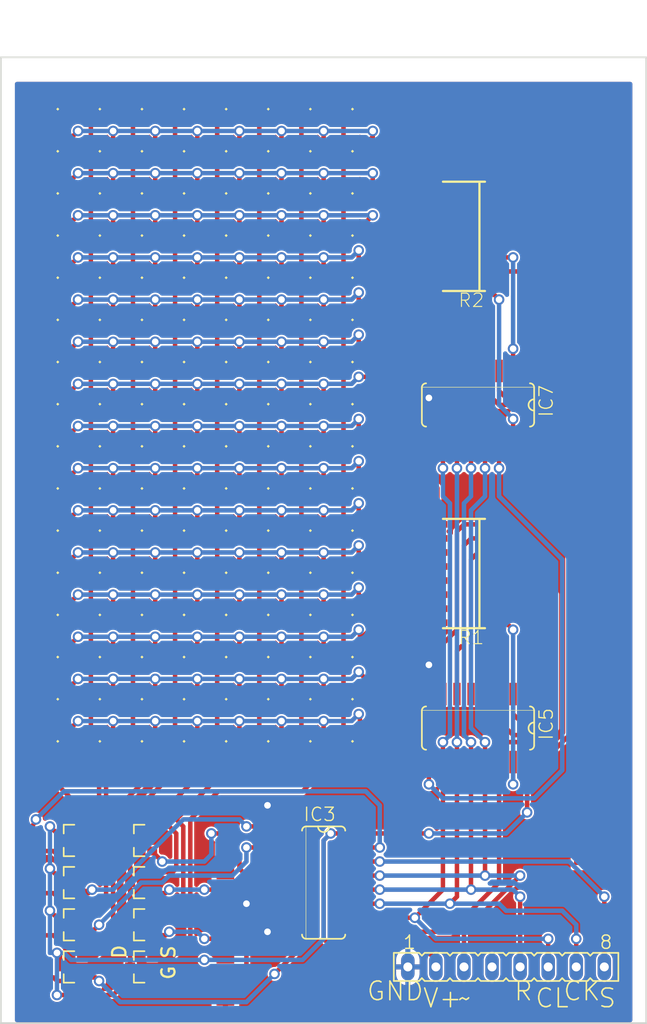
<source format=kicad_pcb>
(kicad_pcb (version 20171130) (host pcbnew "(5.0.0)")
  (layers (0 Top signal) (31 Bottom signal) (34 B.Paste user) (35 F.Paste user) (36 B.SilkS user) (37 F.SilkS user) (38 B.Mask user) (39 F.Mask user) (44 Edge.Cuts user))
  (net 0 "")
  (net 1 GND)
  (net 2 "Net-(LED1-PadA)")
  (net 3 "Net-(LED1-PadC)")
  (net 4 "Net-(LED10-PadC)")
  (net 5 "Net-(LED17-PadC)")
  (net 6 "Net-(LED25-PadC)")
  (net 7 "Net-(LED33-PadC)")
  (net 8 "Net-(LED41-PadC)")
  (net 9 "Net-(LED49-PadC)")
  (net 10 "Net-(LED57-PadC)")
  (net 11 "Net-(LED10-PadA)")
  (net 12 "Net-(LED107-PadA)")
  (net 13 "Net-(LED100-PadA)")
  (net 14 "Net-(LED101-PadA)")
  (net 15 "Net-(LED102-PadA)")
  (net 16 "Net-(LED103-PadA)")
  (net 17 "Net-(LED104-PadA)")
  (net 18 "Net-(LED65-PadC)")
  (net 19 "Net-(LED73-PadC)")
  (net 20 "Net-(LED81-PadC)")
  (net 21 "Net-(LED89-PadC)")
  (net 22 "Net-(LED100-PadC)")
  (net 23 "Net-(LED105-PadC)")
  (net 24 "Net-(LED113-PadC)")
  (net 25 "Net-(LED121-PadC)")
  (net 26 "Net-(IC5-Pad7)")
  (net 27 "Net-(IC5-Pad6)")
  (net 28 "Net-(IC5-Pad4)")
  (net 29 "Net-(IC5-Pad5)")
  (net 30 "Net-(IC5-Pad3)")
  (net 31 "Net-(IC5-Pad2)")
  (net 32 "Net-(IC5-Pad15)")
  (net 33 "Net-(IC5-Pad1)")
  (net 34 "Net-(IC7-Pad7)")
  (net 35 "Net-(IC7-Pad6)")
  (net 36 "Net-(IC7-Pad4)")
  (net 37 "Net-(IC7-Pad5)")
  (net 38 "Net-(IC7-Pad3)")
  (net 39 "Net-(IC7-Pad2)")
  (net 40 "Net-(IC7-Pad15)")
  (net 41 "Net-(IC7-Pad1)")
  (net 42 /SER)
  (net 43 /SCK)
  (net 44 /SCL)
  (net 45 /RCK)
  (net 46 "Net-(SV1-Pad4)")
  (net 47 /PWM)
  (net 48 /VSUP)
  (net 49 "Net-(IC5-Pad9)")
  (net 50 "Net-(IC3-Pad9)")
  (net 51 "Net-(IC7-Pad9)")
  (net 52 "Net-(IC3-Pad7)")
  (net 53 "Net-(IC3-Pad6)")
  (net 54 "Net-(IC3-Pad5)")
  (net 55 "Net-(IC3-Pad4)")
  (net 56 "Net-(IC3-Pad15)")
  (net 57 "Net-(IC3-Pad3)")
  (net 58 "Net-(IC3-Pad2)")
  (net 59 "Net-(IC3-Pad1)")
  (module "diagDisplay(0805)_kyleHess2:CHIPLED_0805" (layer Top) (at 124.3811 123.2536 315)
    (fp_text reference LED1 hide)
    (fp_text value LEDCHIPLED_0805)
    (pad A smd rect (at 0 1.05 315) (size 1.2 1.2) (layers Top F.Paste F.Mask) (net 2 "Net-(LED1-PadA)"))
    (pad C smd rect (at 0 -1.05 315) (size 1.2 1.2) (layers Top F.Paste F.Mask) (net 3 "Net-(LED1-PadC)"))
  )
  (module "diagDisplay(0805)_kyleHess2:CHIPLED_0805" (layer Top) (at 128.1911 119.4436 315)
    (fp_text reference LED10 hide)
    (fp_text value LEDCHIPLED_0805)
    (pad A smd rect (at 0 1.05 315) (size 1.2 1.2) (layers Top F.Paste F.Mask) (net 11 "Net-(LED10-PadA)"))
    (pad C smd rect (at 0 -1.05 315) (size 1.2 1.2) (layers Top F.Paste F.Mask) (net 4 "Net-(LED10-PadC)"))
  )
  (module "diagDisplay(0805)_kyleHess2:CHIPLED_0805" (layer Top) (at 135.8111 77.5336 315)
    (fp_text reference LED100 hide)
    (fp_text value LEDCHIPLED_0805)
    (pad A smd rect (at 0 1.05 315) (size 1.2 1.2) (layers Top F.Paste F.Mask) (net 13 "Net-(LED100-PadA)"))
    (pad C smd rect (at 0 -1.05 315) (size 1.2 1.2) (layers Top F.Paste F.Mask) (net 22 "Net-(LED100-PadC)"))
  )
  (module "diagDisplay(0805)_kyleHess2:CHIPLED_0805" (layer Top) (at 139.6211 77.5336 315)
    (fp_text reference LED101 hide)
    (fp_text value LEDCHIPLED_0805)
    (pad A smd rect (at 0 1.05 315) (size 1.2 1.2) (layers Top F.Paste F.Mask) (net 14 "Net-(LED101-PadA)"))
    (pad C smd rect (at 0 -1.05 315) (size 1.2 1.2) (layers Top F.Paste F.Mask) (net 22 "Net-(LED100-PadC)"))
  )
  (module "diagDisplay(0805)_kyleHess2:CHIPLED_0805" (layer Top) (at 143.4311 77.5336 315)
    (fp_text reference LED102 hide)
    (fp_text value LEDCHIPLED_0805)
    (pad A smd rect (at 0 1.05 315) (size 1.2 1.2) (layers Top F.Paste F.Mask) (net 15 "Net-(LED102-PadA)"))
    (pad C smd rect (at 0 -1.05 315) (size 1.2 1.2) (layers Top F.Paste F.Mask) (net 22 "Net-(LED100-PadC)"))
  )
  (module "diagDisplay(0805)_kyleHess2:CHIPLED_0805" (layer Top) (at 147.2411 77.5336 315)
    (fp_text reference LED103 hide)
    (fp_text value LEDCHIPLED_0805)
    (pad A smd rect (at 0 1.05 315) (size 1.2 1.2) (layers Top F.Paste F.Mask) (net 16 "Net-(LED103-PadA)"))
    (pad C smd rect (at 0 -1.05 315) (size 1.2 1.2) (layers Top F.Paste F.Mask) (net 22 "Net-(LED100-PadC)"))
  )
  (module "diagDisplay(0805)_kyleHess2:CHIPLED_0805" (layer Top) (at 151.0511 77.5336 315)
    (fp_text reference LED104 hide)
    (fp_text value LEDCHIPLED_0805)
    (pad A smd rect (at 0 1.05 315) (size 1.2 1.2) (layers Top F.Paste F.Mask) (net 17 "Net-(LED104-PadA)"))
    (pad C smd rect (at 0 -1.05 315) (size 1.2 1.2) (layers Top F.Paste F.Mask) (net 22 "Net-(LED100-PadC)"))
  )
  (module "diagDisplay(0805)_kyleHess2:CHIPLED_0805" (layer Top) (at 124.3811 73.7236 315)
    (fp_text reference LED105 hide)
    (fp_text value LEDCHIPLED_0805)
    (pad A smd rect (at 0 1.05 315) (size 1.2 1.2) (layers Top F.Paste F.Mask) (net 2 "Net-(LED1-PadA)"))
    (pad C smd rect (at 0 -1.05 315) (size 1.2 1.2) (layers Top F.Paste F.Mask) (net 23 "Net-(LED105-PadC)"))
  )
  (module "diagDisplay(0805)_kyleHess2:CHIPLED_0805" (layer Top) (at 128.1911 73.7236 315)
    (fp_text reference LED106 hide)
    (fp_text value LEDCHIPLED_0805)
    (pad A smd rect (at 0 1.05 315) (size 1.2 1.2) (layers Top F.Paste F.Mask) (net 11 "Net-(LED10-PadA)"))
    (pad C smd rect (at 0 -1.05 315) (size 1.2 1.2) (layers Top F.Paste F.Mask) (net 23 "Net-(LED105-PadC)"))
  )
  (module "diagDisplay(0805)_kyleHess2:CHIPLED_0805" (layer Top) (at 132.0011 73.7236 315)
    (fp_text reference LED107 hide)
    (fp_text value LEDCHIPLED_0805)
    (pad A smd rect (at 0 1.05 315) (size 1.2 1.2) (layers Top F.Paste F.Mask) (net 12 "Net-(LED107-PadA)"))
    (pad C smd rect (at 0 -1.05 315) (size 1.2 1.2) (layers Top F.Paste F.Mask) (net 23 "Net-(LED105-PadC)"))
  )
  (module "diagDisplay(0805)_kyleHess2:CHIPLED_0805" (layer Top) (at 135.8111 73.7236 315)
    (fp_text reference LED108 hide)
    (fp_text value LEDCHIPLED_0805)
    (pad A smd rect (at 0 1.05 315) (size 1.2 1.2) (layers Top F.Paste F.Mask) (net 13 "Net-(LED100-PadA)"))
    (pad C smd rect (at 0 -1.05 315) (size 1.2 1.2) (layers Top F.Paste F.Mask) (net 23 "Net-(LED105-PadC)"))
  )
  (module "diagDisplay(0805)_kyleHess2:CHIPLED_0805" (layer Top) (at 139.6211 73.7236 315)
    (fp_text reference LED109 hide)
    (fp_text value LEDCHIPLED_0805)
    (pad A smd rect (at 0 1.05 315) (size 1.2 1.2) (layers Top F.Paste F.Mask) (net 14 "Net-(LED101-PadA)"))
    (pad C smd rect (at 0 -1.05 315) (size 1.2 1.2) (layers Top F.Paste F.Mask) (net 23 "Net-(LED105-PadC)"))
  )
  (module "diagDisplay(0805)_kyleHess2:CHIPLED_0805" (layer Top) (at 132.0011 119.4436 315)
    (fp_text reference LED11 hide)
    (fp_text value LEDCHIPLED_0805)
    (pad A smd rect (at 0 1.05 315) (size 1.2 1.2) (layers Top F.Paste F.Mask) (net 12 "Net-(LED107-PadA)"))
    (pad C smd rect (at 0 -1.05 315) (size 1.2 1.2) (layers Top F.Paste F.Mask) (net 4 "Net-(LED10-PadC)"))
  )
  (module "diagDisplay(0805)_kyleHess2:CHIPLED_0805" (layer Top) (at 143.4311 73.7236 315)
    (fp_text reference LED110 hide)
    (fp_text value LEDCHIPLED_0805)
    (pad A smd rect (at 0 1.05 315) (size 1.2 1.2) (layers Top F.Paste F.Mask) (net 15 "Net-(LED102-PadA)"))
    (pad C smd rect (at 0 -1.05 315) (size 1.2 1.2) (layers Top F.Paste F.Mask) (net 23 "Net-(LED105-PadC)"))
  )
  (module "diagDisplay(0805)_kyleHess2:CHIPLED_0805" (layer Top) (at 147.2411 73.7236 315)
    (fp_text reference LED111 hide)
    (fp_text value LEDCHIPLED_0805)
    (pad A smd rect (at 0 1.05 315) (size 1.2 1.2) (layers Top F.Paste F.Mask) (net 16 "Net-(LED103-PadA)"))
    (pad C smd rect (at 0 -1.05 315) (size 1.2 1.2) (layers Top F.Paste F.Mask) (net 23 "Net-(LED105-PadC)"))
  )
  (module "diagDisplay(0805)_kyleHess2:CHIPLED_0805" (layer Top) (at 151.0511 73.7236 315)
    (fp_text reference LED112 hide)
    (fp_text value LEDCHIPLED_0805)
    (pad A smd rect (at 0 1.05 315) (size 1.2 1.2) (layers Top F.Paste F.Mask) (net 17 "Net-(LED104-PadA)"))
    (pad C smd rect (at 0 -1.05 315) (size 1.2 1.2) (layers Top F.Paste F.Mask) (net 23 "Net-(LED105-PadC)"))
  )
  (module "diagDisplay(0805)_kyleHess2:CHIPLED_0805" (layer Top) (at 124.3811 69.9136 315)
    (fp_text reference LED113 hide)
    (fp_text value LEDCHIPLED_0805)
    (pad A smd rect (at 0 1.05 315) (size 1.2 1.2) (layers Top F.Paste F.Mask) (net 2 "Net-(LED1-PadA)"))
    (pad C smd rect (at 0 -1.05 315) (size 1.2 1.2) (layers Top F.Paste F.Mask) (net 24 "Net-(LED113-PadC)"))
  )
  (module "diagDisplay(0805)_kyleHess2:CHIPLED_0805" (layer Top) (at 128.1911 69.9136 315)
    (fp_text reference LED114 hide)
    (fp_text value LEDCHIPLED_0805)
    (pad A smd rect (at 0 1.05 315) (size 1.2 1.2) (layers Top F.Paste F.Mask) (net 11 "Net-(LED10-PadA)"))
    (pad C smd rect (at 0 -1.05 315) (size 1.2 1.2) (layers Top F.Paste F.Mask) (net 24 "Net-(LED113-PadC)"))
  )
  (module "diagDisplay(0805)_kyleHess2:CHIPLED_0805" (layer Top) (at 132.0011 69.9136 315)
    (fp_text reference LED115 hide)
    (fp_text value LEDCHIPLED_0805)
    (pad A smd rect (at 0 1.05 315) (size 1.2 1.2) (layers Top F.Paste F.Mask) (net 12 "Net-(LED107-PadA)"))
    (pad C smd rect (at 0 -1.05 315) (size 1.2 1.2) (layers Top F.Paste F.Mask) (net 24 "Net-(LED113-PadC)"))
  )
  (module "diagDisplay(0805)_kyleHess2:CHIPLED_0805" (layer Top) (at 135.8111 69.9136 315)
    (fp_text reference LED116 hide)
    (fp_text value LEDCHIPLED_0805)
    (pad A smd rect (at 0 1.05 315) (size 1.2 1.2) (layers Top F.Paste F.Mask) (net 13 "Net-(LED100-PadA)"))
    (pad C smd rect (at 0 -1.05 315) (size 1.2 1.2) (layers Top F.Paste F.Mask) (net 24 "Net-(LED113-PadC)"))
  )
  (module "diagDisplay(0805)_kyleHess2:CHIPLED_0805" (layer Top) (at 139.6211 69.9136 315)
    (fp_text reference LED117 hide)
    (fp_text value LEDCHIPLED_0805)
    (pad A smd rect (at 0 1.05 315) (size 1.2 1.2) (layers Top F.Paste F.Mask) (net 14 "Net-(LED101-PadA)"))
    (pad C smd rect (at 0 -1.05 315) (size 1.2 1.2) (layers Top F.Paste F.Mask) (net 24 "Net-(LED113-PadC)"))
  )
  (module "diagDisplay(0805)_kyleHess2:CHIPLED_0805" (layer Top) (at 143.4311 69.9136 315)
    (fp_text reference LED118 hide)
    (fp_text value LEDCHIPLED_0805)
    (pad A smd rect (at 0 1.05 315) (size 1.2 1.2) (layers Top F.Paste F.Mask) (net 15 "Net-(LED102-PadA)"))
    (pad C smd rect (at 0 -1.05 315) (size 1.2 1.2) (layers Top F.Paste F.Mask) (net 24 "Net-(LED113-PadC)"))
  )
  (module "diagDisplay(0805)_kyleHess2:CHIPLED_0805" (layer Top) (at 147.2411 69.9136 315)
    (fp_text reference LED119 hide)
    (fp_text value LEDCHIPLED_0805)
    (pad A smd rect (at 0 1.05 315) (size 1.2 1.2) (layers Top F.Paste F.Mask) (net 16 "Net-(LED103-PadA)"))
    (pad C smd rect (at 0 -1.05 315) (size 1.2 1.2) (layers Top F.Paste F.Mask) (net 24 "Net-(LED113-PadC)"))
  )
  (module "diagDisplay(0805)_kyleHess2:CHIPLED_0805" (layer Top) (at 135.8111 119.4436 315)
    (fp_text reference LED12 hide)
    (fp_text value LEDCHIPLED_0805)
    (pad A smd rect (at 0 1.05 315) (size 1.2 1.2) (layers Top F.Paste F.Mask) (net 13 "Net-(LED100-PadA)"))
    (pad C smd rect (at 0 -1.05 315) (size 1.2 1.2) (layers Top F.Paste F.Mask) (net 4 "Net-(LED10-PadC)"))
  )
  (module "diagDisplay(0805)_kyleHess2:CHIPLED_0805" (layer Top) (at 151.0511 69.9136 315)
    (fp_text reference LED120 hide)
    (fp_text value LEDCHIPLED_0805)
    (pad A smd rect (at 0 1.05 315) (size 1.2 1.2) (layers Top F.Paste F.Mask) (net 17 "Net-(LED104-PadA)"))
    (pad C smd rect (at 0 -1.05 315) (size 1.2 1.2) (layers Top F.Paste F.Mask) (net 24 "Net-(LED113-PadC)"))
  )
  (module "diagDisplay(0805)_kyleHess2:CHIPLED_0805" (layer Top) (at 124.3811 66.1036 315)
    (fp_text reference LED121 hide)
    (fp_text value LEDCHIPLED_0805)
    (pad A smd rect (at 0 1.05 315) (size 1.2 1.2) (layers Top F.Paste F.Mask) (net 2 "Net-(LED1-PadA)"))
    (pad C smd rect (at 0 -1.05 315) (size 1.2 1.2) (layers Top F.Paste F.Mask) (net 25 "Net-(LED121-PadC)"))
  )
  (module "diagDisplay(0805)_kyleHess2:CHIPLED_0805" (layer Top) (at 128.1911 66.1036 315)
    (fp_text reference LED122 hide)
    (fp_text value LEDCHIPLED_0805)
    (pad A smd rect (at 0 1.05 315) (size 1.2 1.2) (layers Top F.Paste F.Mask) (net 11 "Net-(LED10-PadA)"))
    (pad C smd rect (at 0 -1.05 315) (size 1.2 1.2) (layers Top F.Paste F.Mask) (net 25 "Net-(LED121-PadC)"))
  )
  (module "diagDisplay(0805)_kyleHess2:CHIPLED_0805" (layer Top) (at 132.0011 66.1036 315)
    (fp_text reference LED123 hide)
    (fp_text value LEDCHIPLED_0805)
    (pad A smd rect (at 0 1.05 315) (size 1.2 1.2) (layers Top F.Paste F.Mask) (net 12 "Net-(LED107-PadA)"))
    (pad C smd rect (at 0 -1.05 315) (size 1.2 1.2) (layers Top F.Paste F.Mask) (net 25 "Net-(LED121-PadC)"))
  )
  (module "diagDisplay(0805)_kyleHess2:CHIPLED_0805" (layer Top) (at 135.8111 66.1036 315)
    (fp_text reference LED124 hide)
    (fp_text value LEDCHIPLED_0805)
    (pad A smd rect (at 0 1.05 315) (size 1.2 1.2) (layers Top F.Paste F.Mask) (net 13 "Net-(LED100-PadA)"))
    (pad C smd rect (at 0 -1.05 315) (size 1.2 1.2) (layers Top F.Paste F.Mask) (net 25 "Net-(LED121-PadC)"))
  )
  (module "diagDisplay(0805)_kyleHess2:CHIPLED_0805" (layer Top) (at 139.6211 66.1036 315)
    (fp_text reference LED125 hide)
    (fp_text value LEDCHIPLED_0805)
    (pad A smd rect (at 0 1.05 315) (size 1.2 1.2) (layers Top F.Paste F.Mask) (net 14 "Net-(LED101-PadA)"))
    (pad C smd rect (at 0 -1.05 315) (size 1.2 1.2) (layers Top F.Paste F.Mask) (net 25 "Net-(LED121-PadC)"))
  )
  (module "diagDisplay(0805)_kyleHess2:CHIPLED_0805" (layer Top) (at 143.4311 66.1036 315)
    (fp_text reference LED126 hide)
    (fp_text value LEDCHIPLED_0805)
    (pad A smd rect (at 0 1.05 315) (size 1.2 1.2) (layers Top F.Paste F.Mask) (net 15 "Net-(LED102-PadA)"))
    (pad C smd rect (at 0 -1.05 315) (size 1.2 1.2) (layers Top F.Paste F.Mask) (net 25 "Net-(LED121-PadC)"))
  )
  (module "diagDisplay(0805)_kyleHess2:CHIPLED_0805" (layer Top) (at 147.2411 66.1036 315)
    (fp_text reference LED127 hide)
    (fp_text value LEDCHIPLED_0805)
    (pad A smd rect (at 0 1.05 315) (size 1.2 1.2) (layers Top F.Paste F.Mask) (net 16 "Net-(LED103-PadA)"))
    (pad C smd rect (at 0 -1.05 315) (size 1.2 1.2) (layers Top F.Paste F.Mask) (net 25 "Net-(LED121-PadC)"))
  )
  (module "diagDisplay(0805)_kyleHess2:CHIPLED_0805" (layer Top) (at 151.0511 66.1036 315)
    (fp_text reference LED128 hide)
    (fp_text value LEDCHIPLED_0805)
    (pad A smd rect (at 0 1.05 315) (size 1.2 1.2) (layers Top F.Paste F.Mask) (net 17 "Net-(LED104-PadA)"))
    (pad C smd rect (at 0 -1.05 315) (size 1.2 1.2) (layers Top F.Paste F.Mask) (net 25 "Net-(LED121-PadC)"))
  )
  (module "diagDisplay(0805)_kyleHess2:CHIPLED_0805" (layer Top) (at 139.6211 119.4436 315)
    (fp_text reference LED13 hide)
    (fp_text value LEDCHIPLED_0805)
    (pad A smd rect (at 0 1.05 315) (size 1.2 1.2) (layers Top F.Paste F.Mask) (net 14 "Net-(LED101-PadA)"))
    (pad C smd rect (at 0 -1.05 315) (size 1.2 1.2) (layers Top F.Paste F.Mask) (net 4 "Net-(LED10-PadC)"))
  )
  (module "diagDisplay(0805)_kyleHess2:CHIPLED_0805" (layer Top) (at 143.4311 119.4436 315)
    (fp_text reference LED14 hide)
    (fp_text value LEDCHIPLED_0805)
    (pad A smd rect (at 0 1.05 315) (size 1.2 1.2) (layers Top F.Paste F.Mask) (net 15 "Net-(LED102-PadA)"))
    (pad C smd rect (at 0 -1.05 315) (size 1.2 1.2) (layers Top F.Paste F.Mask) (net 4 "Net-(LED10-PadC)"))
  )
  (module "diagDisplay(0805)_kyleHess2:CHIPLED_0805" (layer Top) (at 147.2411 119.4436 315)
    (fp_text reference LED15 hide)
    (fp_text value LEDCHIPLED_0805)
    (pad A smd rect (at 0 1.05 315) (size 1.2 1.2) (layers Top F.Paste F.Mask) (net 16 "Net-(LED103-PadA)"))
    (pad C smd rect (at 0 -1.05 315) (size 1.2 1.2) (layers Top F.Paste F.Mask) (net 4 "Net-(LED10-PadC)"))
  )
  (module "diagDisplay(0805)_kyleHess2:CHIPLED_0805" (layer Top) (at 151.0511 119.4436 315)
    (fp_text reference LED16 hide)
    (fp_text value LEDCHIPLED_0805)
    (pad A smd rect (at 0 1.05 315) (size 1.2 1.2) (layers Top F.Paste F.Mask) (net 17 "Net-(LED104-PadA)"))
    (pad C smd rect (at 0 -1.05 315) (size 1.2 1.2) (layers Top F.Paste F.Mask) (net 4 "Net-(LED10-PadC)"))
  )
  (module "diagDisplay(0805)_kyleHess2:CHIPLED_0805" (layer Top) (at 124.3811 115.6336 315)
    (fp_text reference LED17 hide)
    (fp_text value LEDCHIPLED_0805)
    (pad A smd rect (at 0 1.05 315) (size 1.2 1.2) (layers Top F.Paste F.Mask) (net 2 "Net-(LED1-PadA)"))
    (pad C smd rect (at 0 -1.05 315) (size 1.2 1.2) (layers Top F.Paste F.Mask) (net 5 "Net-(LED17-PadC)"))
  )
  (module "diagDisplay(0805)_kyleHess2:CHIPLED_0805" (layer Top) (at 128.1911 115.6336 315)
    (fp_text reference LED18 hide)
    (fp_text value LEDCHIPLED_0805)
    (pad A smd rect (at 0 1.05 315) (size 1.2 1.2) (layers Top F.Paste F.Mask) (net 11 "Net-(LED10-PadA)"))
    (pad C smd rect (at 0 -1.05 315) (size 1.2 1.2) (layers Top F.Paste F.Mask) (net 5 "Net-(LED17-PadC)"))
  )
  (module "diagDisplay(0805)_kyleHess2:CHIPLED_0805" (layer Top) (at 132.0011 115.6336 315)
    (fp_text reference LED19 hide)
    (fp_text value LEDCHIPLED_0805)
    (pad A smd rect (at 0 1.05 315) (size 1.2 1.2) (layers Top F.Paste F.Mask) (net 12 "Net-(LED107-PadA)"))
    (pad C smd rect (at 0 -1.05 315) (size 1.2 1.2) (layers Top F.Paste F.Mask) (net 5 "Net-(LED17-PadC)"))
  )
  (module "diagDisplay(0805)_kyleHess2:CHIPLED_0805" (layer Top) (at 128.1911 123.2536 315)
    (fp_text reference LED2 hide)
    (fp_text value LEDCHIPLED_0805)
    (pad A smd rect (at 0 1.05 315) (size 1.2 1.2) (layers Top F.Paste F.Mask) (net 11 "Net-(LED10-PadA)"))
    (pad C smd rect (at 0 -1.05 315) (size 1.2 1.2) (layers Top F.Paste F.Mask) (net 3 "Net-(LED1-PadC)"))
  )
  (module "diagDisplay(0805)_kyleHess2:CHIPLED_0805" (layer Top) (at 135.8111 115.6336 315)
    (fp_text reference LED20 hide)
    (fp_text value LEDCHIPLED_0805)
    (pad A smd rect (at 0 1.05 315) (size 1.2 1.2) (layers Top F.Paste F.Mask) (net 13 "Net-(LED100-PadA)"))
    (pad C smd rect (at 0 -1.05 315) (size 1.2 1.2) (layers Top F.Paste F.Mask) (net 5 "Net-(LED17-PadC)"))
  )
  (module "diagDisplay(0805)_kyleHess2:CHIPLED_0805" (layer Top) (at 139.6211 115.6336 315)
    (fp_text reference LED21 hide)
    (fp_text value LEDCHIPLED_0805)
    (pad A smd rect (at 0 1.05 315) (size 1.2 1.2) (layers Top F.Paste F.Mask) (net 14 "Net-(LED101-PadA)"))
    (pad C smd rect (at 0 -1.05 315) (size 1.2 1.2) (layers Top F.Paste F.Mask) (net 5 "Net-(LED17-PadC)"))
  )
  (module "diagDisplay(0805)_kyleHess2:CHIPLED_0805" (layer Top) (at 143.4311 115.6336 315)
    (fp_text reference LED22 hide)
    (fp_text value LEDCHIPLED_0805)
    (pad A smd rect (at 0 1.05 315) (size 1.2 1.2) (layers Top F.Paste F.Mask) (net 15 "Net-(LED102-PadA)"))
    (pad C smd rect (at 0 -1.05 315) (size 1.2 1.2) (layers Top F.Paste F.Mask) (net 5 "Net-(LED17-PadC)"))
  )
  (module "diagDisplay(0805)_kyleHess2:CHIPLED_0805" (layer Top) (at 147.2411 115.6336 315)
    (fp_text reference LED23 hide)
    (fp_text value LEDCHIPLED_0805)
    (pad A smd rect (at 0 1.05 315) (size 1.2 1.2) (layers Top F.Paste F.Mask) (net 16 "Net-(LED103-PadA)"))
    (pad C smd rect (at 0 -1.05 315) (size 1.2 1.2) (layers Top F.Paste F.Mask) (net 5 "Net-(LED17-PadC)"))
  )
  (module "diagDisplay(0805)_kyleHess2:CHIPLED_0805" (layer Top) (at 151.0511 115.6336 315)
    (fp_text reference LED24 hide)
    (fp_text value LEDCHIPLED_0805)
    (pad A smd rect (at 0 1.05 315) (size 1.2 1.2) (layers Top F.Paste F.Mask) (net 17 "Net-(LED104-PadA)"))
    (pad C smd rect (at 0 -1.05 315) (size 1.2 1.2) (layers Top F.Paste F.Mask) (net 5 "Net-(LED17-PadC)"))
  )
  (module "diagDisplay(0805)_kyleHess2:CHIPLED_0805" (layer Top) (at 124.3811 111.8236 315)
    (fp_text reference LED25 hide)
    (fp_text value LEDCHIPLED_0805)
    (pad A smd rect (at 0 1.05 315) (size 1.2 1.2) (layers Top F.Paste F.Mask) (net 2 "Net-(LED1-PadA)"))
    (pad C smd rect (at 0 -1.05 315) (size 1.2 1.2) (layers Top F.Paste F.Mask) (net 6 "Net-(LED25-PadC)"))
  )
  (module "diagDisplay(0805)_kyleHess2:CHIPLED_0805" (layer Top) (at 128.1911 111.8236 315)
    (fp_text reference LED26 hide)
    (fp_text value LEDCHIPLED_0805)
    (pad A smd rect (at 0 1.05 315) (size 1.2 1.2) (layers Top F.Paste F.Mask) (net 11 "Net-(LED10-PadA)"))
    (pad C smd rect (at 0 -1.05 315) (size 1.2 1.2) (layers Top F.Paste F.Mask) (net 6 "Net-(LED25-PadC)"))
  )
  (module "diagDisplay(0805)_kyleHess2:CHIPLED_0805" (layer Top) (at 132.0011 111.8236 315)
    (fp_text reference LED27 hide)
    (fp_text value LEDCHIPLED_0805)
    (pad A smd rect (at 0 1.05 315) (size 1.2 1.2) (layers Top F.Paste F.Mask) (net 12 "Net-(LED107-PadA)"))
    (pad C smd rect (at 0 -1.05 315) (size 1.2 1.2) (layers Top F.Paste F.Mask) (net 6 "Net-(LED25-PadC)"))
  )
  (module "diagDisplay(0805)_kyleHess2:CHIPLED_0805" (layer Top) (at 135.8111 111.8236 315)
    (fp_text reference LED28 hide)
    (fp_text value LEDCHIPLED_0805)
    (pad A smd rect (at 0 1.05 315) (size 1.2 1.2) (layers Top F.Paste F.Mask) (net 13 "Net-(LED100-PadA)"))
    (pad C smd rect (at 0 -1.05 315) (size 1.2 1.2) (layers Top F.Paste F.Mask) (net 6 "Net-(LED25-PadC)"))
  )
  (module "diagDisplay(0805)_kyleHess2:CHIPLED_0805" (layer Top) (at 139.6211 111.8236 315)
    (fp_text reference LED29 hide)
    (fp_text value LEDCHIPLED_0805)
    (pad A smd rect (at 0 1.05 315) (size 1.2 1.2) (layers Top F.Paste F.Mask) (net 14 "Net-(LED101-PadA)"))
    (pad C smd rect (at 0 -1.05 315) (size 1.2 1.2) (layers Top F.Paste F.Mask) (net 6 "Net-(LED25-PadC)"))
  )
  (module "diagDisplay(0805)_kyleHess2:CHIPLED_0805" (layer Top) (at 132.0011 123.2536 315)
    (fp_text reference LED3 hide)
    (fp_text value LEDCHIPLED_0805)
    (pad A smd rect (at 0 1.05 315) (size 1.2 1.2) (layers Top F.Paste F.Mask) (net 12 "Net-(LED107-PadA)"))
    (pad C smd rect (at 0 -1.05 315) (size 1.2 1.2) (layers Top F.Paste F.Mask) (net 3 "Net-(LED1-PadC)"))
  )
  (module "diagDisplay(0805)_kyleHess2:CHIPLED_0805" (layer Top) (at 143.4311 111.8236 315)
    (fp_text reference LED30 hide)
    (fp_text value LEDCHIPLED_0805)
    (pad A smd rect (at 0 1.05 315) (size 1.2 1.2) (layers Top F.Paste F.Mask) (net 15 "Net-(LED102-PadA)"))
    (pad C smd rect (at 0 -1.05 315) (size 1.2 1.2) (layers Top F.Paste F.Mask) (net 6 "Net-(LED25-PadC)"))
  )
  (module "diagDisplay(0805)_kyleHess2:CHIPLED_0805" (layer Top) (at 147.2411 111.8236 315)
    (fp_text reference LED31 hide)
    (fp_text value LEDCHIPLED_0805)
    (pad A smd rect (at 0 1.05 315) (size 1.2 1.2) (layers Top F.Paste F.Mask) (net 16 "Net-(LED103-PadA)"))
    (pad C smd rect (at 0 -1.05 315) (size 1.2 1.2) (layers Top F.Paste F.Mask) (net 6 "Net-(LED25-PadC)"))
  )
  (module "diagDisplay(0805)_kyleHess2:CHIPLED_0805" (layer Top) (at 151.0511 111.8236 315)
    (fp_text reference LED32 hide)
    (fp_text value LEDCHIPLED_0805)
    (pad A smd rect (at 0 1.05 315) (size 1.2 1.2) (layers Top F.Paste F.Mask) (net 17 "Net-(LED104-PadA)"))
    (pad C smd rect (at 0 -1.05 315) (size 1.2 1.2) (layers Top F.Paste F.Mask) (net 6 "Net-(LED25-PadC)"))
  )
  (module "diagDisplay(0805)_kyleHess2:CHIPLED_0805" (layer Top) (at 124.3811 108.0136 315)
    (fp_text reference LED33 hide)
    (fp_text value LEDCHIPLED_0805)
    (pad A smd rect (at 0 1.05 315) (size 1.2 1.2) (layers Top F.Paste F.Mask) (net 2 "Net-(LED1-PadA)"))
    (pad C smd rect (at 0 -1.05 315) (size 1.2 1.2) (layers Top F.Paste F.Mask) (net 7 "Net-(LED33-PadC)"))
  )
  (module "diagDisplay(0805)_kyleHess2:CHIPLED_0805" (layer Top) (at 128.1911 108.0136 315)
    (fp_text reference LED34 hide)
    (fp_text value LEDCHIPLED_0805)
    (pad A smd rect (at 0 1.05 315) (size 1.2 1.2) (layers Top F.Paste F.Mask) (net 11 "Net-(LED10-PadA)"))
    (pad C smd rect (at 0 -1.05 315) (size 1.2 1.2) (layers Top F.Paste F.Mask) (net 7 "Net-(LED33-PadC)"))
  )
  (module "diagDisplay(0805)_kyleHess2:CHIPLED_0805" (layer Top) (at 132.0011 108.0136 315)
    (fp_text reference LED35 hide)
    (fp_text value LEDCHIPLED_0805)
    (pad A smd rect (at 0 1.05 315) (size 1.2 1.2) (layers Top F.Paste F.Mask) (net 12 "Net-(LED107-PadA)"))
    (pad C smd rect (at 0 -1.05 315) (size 1.2 1.2) (layers Top F.Paste F.Mask) (net 7 "Net-(LED33-PadC)"))
  )
  (module "diagDisplay(0805)_kyleHess2:CHIPLED_0805" (layer Top) (at 135.8111 108.0136 315)
    (fp_text reference LED36 hide)
    (fp_text value LEDCHIPLED_0805)
    (pad A smd rect (at 0 1.05 315) (size 1.2 1.2) (layers Top F.Paste F.Mask) (net 13 "Net-(LED100-PadA)"))
    (pad C smd rect (at 0 -1.05 315) (size 1.2 1.2) (layers Top F.Paste F.Mask) (net 7 "Net-(LED33-PadC)"))
  )
  (module "diagDisplay(0805)_kyleHess2:CHIPLED_0805" (layer Top) (at 139.6211 108.0136 315)
    (fp_text reference LED37 hide)
    (fp_text value LEDCHIPLED_0805)
    (pad A smd rect (at 0 1.05 315) (size 1.2 1.2) (layers Top F.Paste F.Mask) (net 14 "Net-(LED101-PadA)"))
    (pad C smd rect (at 0 -1.05 315) (size 1.2 1.2) (layers Top F.Paste F.Mask) (net 7 "Net-(LED33-PadC)"))
  )
  (module "diagDisplay(0805)_kyleHess2:CHIPLED_0805" (layer Top) (at 143.4311 108.0136 315)
    (fp_text reference LED38 hide)
    (fp_text value LEDCHIPLED_0805)
    (pad A smd rect (at 0 1.05 315) (size 1.2 1.2) (layers Top F.Paste F.Mask) (net 15 "Net-(LED102-PadA)"))
    (pad C smd rect (at 0 -1.05 315) (size 1.2 1.2) (layers Top F.Paste F.Mask) (net 7 "Net-(LED33-PadC)"))
  )
  (module "diagDisplay(0805)_kyleHess2:CHIPLED_0805" (layer Top) (at 147.2411 108.0136 315)
    (fp_text reference LED39 hide)
    (fp_text value LEDCHIPLED_0805)
    (pad A smd rect (at 0 1.05 315) (size 1.2 1.2) (layers Top F.Paste F.Mask) (net 16 "Net-(LED103-PadA)"))
    (pad C smd rect (at 0 -1.05 315) (size 1.2 1.2) (layers Top F.Paste F.Mask) (net 7 "Net-(LED33-PadC)"))
  )
  (module "diagDisplay(0805)_kyleHess2:CHIPLED_0805" (layer Top) (at 135.8111 123.2536 315)
    (fp_text reference LED4 hide)
    (fp_text value LEDCHIPLED_0805)
    (pad A smd rect (at 0 1.05 315) (size 1.2 1.2) (layers Top F.Paste F.Mask) (net 13 "Net-(LED100-PadA)"))
    (pad C smd rect (at 0 -1.05 315) (size 1.2 1.2) (layers Top F.Paste F.Mask) (net 3 "Net-(LED1-PadC)"))
  )
  (module "diagDisplay(0805)_kyleHess2:CHIPLED_0805" (layer Top) (at 151.0511 108.0136 315)
    (fp_text reference LED40 hide)
    (fp_text value LEDCHIPLED_0805)
    (pad A smd rect (at 0 1.05 315) (size 1.2 1.2) (layers Top F.Paste F.Mask) (net 17 "Net-(LED104-PadA)"))
    (pad C smd rect (at 0 -1.05 315) (size 1.2 1.2) (layers Top F.Paste F.Mask) (net 7 "Net-(LED33-PadC)"))
  )
  (module "diagDisplay(0805)_kyleHess2:CHIPLED_0805" (layer Top) (at 124.3811 104.2036 315)
    (fp_text reference LED41 hide)
    (fp_text value LEDCHIPLED_0805)
    (pad A smd rect (at 0 1.05 315) (size 1.2 1.2) (layers Top F.Paste F.Mask) (net 2 "Net-(LED1-PadA)"))
    (pad C smd rect (at 0 -1.05 315) (size 1.2 1.2) (layers Top F.Paste F.Mask) (net 8 "Net-(LED41-PadC)"))
  )
  (module "diagDisplay(0805)_kyleHess2:CHIPLED_0805" (layer Top) (at 128.1911 104.2036 315)
    (fp_text reference LED42 hide)
    (fp_text value LEDCHIPLED_0805)
    (pad A smd rect (at 0 1.05 315) (size 1.2 1.2) (layers Top F.Paste F.Mask) (net 11 "Net-(LED10-PadA)"))
    (pad C smd rect (at 0 -1.05 315) (size 1.2 1.2) (layers Top F.Paste F.Mask) (net 8 "Net-(LED41-PadC)"))
  )
  (module "diagDisplay(0805)_kyleHess2:CHIPLED_0805" (layer Top) (at 132.0011 104.2036 315)
    (fp_text reference LED43 hide)
    (fp_text value LEDCHIPLED_0805)
    (pad A smd rect (at 0 1.05 315) (size 1.2 1.2) (layers Top F.Paste F.Mask) (net 12 "Net-(LED107-PadA)"))
    (pad C smd rect (at 0 -1.05 315) (size 1.2 1.2) (layers Top F.Paste F.Mask) (net 8 "Net-(LED41-PadC)"))
  )
  (module "diagDisplay(0805)_kyleHess2:CHIPLED_0805" (layer Top) (at 135.8111 104.2036 315)
    (fp_text reference LED44 hide)
    (fp_text value LEDCHIPLED_0805)
    (pad A smd rect (at 0 1.05 315) (size 1.2 1.2) (layers Top F.Paste F.Mask) (net 13 "Net-(LED100-PadA)"))
    (pad C smd rect (at 0 -1.05 315) (size 1.2 1.2) (layers Top F.Paste F.Mask) (net 8 "Net-(LED41-PadC)"))
  )
  (module "diagDisplay(0805)_kyleHess2:CHIPLED_0805" (layer Top) (at 139.6211 104.2036 315)
    (fp_text reference LED45 hide)
    (fp_text value LEDCHIPLED_0805)
    (pad A smd rect (at 0 1.05 315) (size 1.2 1.2) (layers Top F.Paste F.Mask) (net 14 "Net-(LED101-PadA)"))
    (pad C smd rect (at 0 -1.05 315) (size 1.2 1.2) (layers Top F.Paste F.Mask) (net 8 "Net-(LED41-PadC)"))
  )
  (module "diagDisplay(0805)_kyleHess2:CHIPLED_0805" (layer Top) (at 143.4311 104.2036 315)
    (fp_text reference LED46 hide)
    (fp_text value LEDCHIPLED_0805)
    (pad A smd rect (at 0 1.05 315) (size 1.2 1.2) (layers Top F.Paste F.Mask) (net 15 "Net-(LED102-PadA)"))
    (pad C smd rect (at 0 -1.05 315) (size 1.2 1.2) (layers Top F.Paste F.Mask) (net 8 "Net-(LED41-PadC)"))
  )
  (module "diagDisplay(0805)_kyleHess2:CHIPLED_0805" (layer Top) (at 147.2411 104.2036 315)
    (fp_text reference LED47 hide)
    (fp_text value LEDCHIPLED_0805)
    (pad A smd rect (at 0 1.05 315) (size 1.2 1.2) (layers Top F.Paste F.Mask) (net 16 "Net-(LED103-PadA)"))
    (pad C smd rect (at 0 -1.05 315) (size 1.2 1.2) (layers Top F.Paste F.Mask) (net 8 "Net-(LED41-PadC)"))
  )
  (module "diagDisplay(0805)_kyleHess2:CHIPLED_0805" (layer Top) (at 151.0511 104.2036 315)
    (fp_text reference LED48 hide)
    (fp_text value LEDCHIPLED_0805)
    (pad A smd rect (at 0 1.05 315) (size 1.2 1.2) (layers Top F.Paste F.Mask) (net 17 "Net-(LED104-PadA)"))
    (pad C smd rect (at 0 -1.05 315) (size 1.2 1.2) (layers Top F.Paste F.Mask) (net 8 "Net-(LED41-PadC)"))
  )
  (module "diagDisplay(0805)_kyleHess2:CHIPLED_0805" (layer Top) (at 124.3811 100.3936 315)
    (fp_text reference LED49 hide)
    (fp_text value LEDCHIPLED_0805)
    (pad A smd rect (at 0 1.05 315) (size 1.2 1.2) (layers Top F.Paste F.Mask) (net 2 "Net-(LED1-PadA)"))
    (pad C smd rect (at 0 -1.05 315) (size 1.2 1.2) (layers Top F.Paste F.Mask) (net 9 "Net-(LED49-PadC)"))
  )
  (module "diagDisplay(0805)_kyleHess2:CHIPLED_0805" (layer Top) (at 139.6211 123.2536 315)
    (fp_text reference LED5 hide)
    (fp_text value LEDCHIPLED_0805)
    (pad A smd rect (at 0 1.05 315) (size 1.2 1.2) (layers Top F.Paste F.Mask) (net 14 "Net-(LED101-PadA)"))
    (pad C smd rect (at 0 -1.05 315) (size 1.2 1.2) (layers Top F.Paste F.Mask) (net 3 "Net-(LED1-PadC)"))
  )
  (module "diagDisplay(0805)_kyleHess2:CHIPLED_0805" (layer Top) (at 128.1911 100.3936 315)
    (fp_text reference LED50 hide)
    (fp_text value LEDCHIPLED_0805)
    (pad A smd rect (at 0 1.05 315) (size 1.2 1.2) (layers Top F.Paste F.Mask) (net 11 "Net-(LED10-PadA)"))
    (pad C smd rect (at 0 -1.05 315) (size 1.2 1.2) (layers Top F.Paste F.Mask) (net 9 "Net-(LED49-PadC)"))
  )
  (module "diagDisplay(0805)_kyleHess2:CHIPLED_0805" (layer Top) (at 132.0011 100.3936 315)
    (fp_text reference LED51 hide)
    (fp_text value LEDCHIPLED_0805)
    (pad A smd rect (at 0 1.05 315) (size 1.2 1.2) (layers Top F.Paste F.Mask) (net 12 "Net-(LED107-PadA)"))
    (pad C smd rect (at 0 -1.05 315) (size 1.2 1.2) (layers Top F.Paste F.Mask) (net 9 "Net-(LED49-PadC)"))
  )
  (module "diagDisplay(0805)_kyleHess2:CHIPLED_0805" (layer Top) (at 135.8111 100.3936 315)
    (fp_text reference LED52 hide)
    (fp_text value LEDCHIPLED_0805)
    (pad A smd rect (at 0 1.05 315) (size 1.2 1.2) (layers Top F.Paste F.Mask) (net 13 "Net-(LED100-PadA)"))
    (pad C smd rect (at 0 -1.05 315) (size 1.2 1.2) (layers Top F.Paste F.Mask) (net 9 "Net-(LED49-PadC)"))
  )
  (module "diagDisplay(0805)_kyleHess2:CHIPLED_0805" (layer Top) (at 139.6211 100.3936 315)
    (fp_text reference LED53 hide)
    (fp_text value LEDCHIPLED_0805)
    (pad A smd rect (at 0 1.05 315) (size 1.2 1.2) (layers Top F.Paste F.Mask) (net 14 "Net-(LED101-PadA)"))
    (pad C smd rect (at 0 -1.05 315) (size 1.2 1.2) (layers Top F.Paste F.Mask) (net 9 "Net-(LED49-PadC)"))
  )
  (module "diagDisplay(0805)_kyleHess2:CHIPLED_0805" (layer Top) (at 143.4311 100.3936 315)
    (fp_text reference LED54 hide)
    (fp_text value LEDCHIPLED_0805)
    (pad A smd rect (at 0 1.05 315) (size 1.2 1.2) (layers Top F.Paste F.Mask) (net 15 "Net-(LED102-PadA)"))
    (pad C smd rect (at 0 -1.05 315) (size 1.2 1.2) (layers Top F.Paste F.Mask) (net 9 "Net-(LED49-PadC)"))
  )
  (module "diagDisplay(0805)_kyleHess2:CHIPLED_0805" (layer Top) (at 147.2411 100.3936 315)
    (fp_text reference LED55 hide)
    (fp_text value LEDCHIPLED_0805)
    (pad A smd rect (at 0 1.05 315) (size 1.2 1.2) (layers Top F.Paste F.Mask) (net 16 "Net-(LED103-PadA)"))
    (pad C smd rect (at 0 -1.05 315) (size 1.2 1.2) (layers Top F.Paste F.Mask) (net 9 "Net-(LED49-PadC)"))
  )
  (module "diagDisplay(0805)_kyleHess2:CHIPLED_0805" (layer Top) (at 151.0511 100.3936 315)
    (fp_text reference LED56 hide)
    (fp_text value LEDCHIPLED_0805)
    (pad A smd rect (at 0 1.05 315) (size 1.2 1.2) (layers Top F.Paste F.Mask) (net 17 "Net-(LED104-PadA)"))
    (pad C smd rect (at 0 -1.05 315) (size 1.2 1.2) (layers Top F.Paste F.Mask) (net 9 "Net-(LED49-PadC)"))
  )
  (module "diagDisplay(0805)_kyleHess2:CHIPLED_0805" (layer Top) (at 124.3811 96.5836 315)
    (fp_text reference LED57 hide)
    (fp_text value LEDCHIPLED_0805)
    (pad A smd rect (at 0 1.05 315) (size 1.2 1.2) (layers Top F.Paste F.Mask) (net 2 "Net-(LED1-PadA)"))
    (pad C smd rect (at 0 -1.05 315) (size 1.2 1.2) (layers Top F.Paste F.Mask) (net 10 "Net-(LED57-PadC)"))
  )
  (module "diagDisplay(0805)_kyleHess2:CHIPLED_0805" (layer Top) (at 128.1911 96.5836 315)
    (fp_text reference LED58 hide)
    (fp_text value LEDCHIPLED_0805)
    (pad A smd rect (at 0 1.05 315) (size 1.2 1.2) (layers Top F.Paste F.Mask) (net 11 "Net-(LED10-PadA)"))
    (pad C smd rect (at 0 -1.05 315) (size 1.2 1.2) (layers Top F.Paste F.Mask) (net 10 "Net-(LED57-PadC)"))
  )
  (module "diagDisplay(0805)_kyleHess2:CHIPLED_0805" (layer Top) (at 132.0011 96.5836 315)
    (fp_text reference LED59 hide)
    (fp_text value LEDCHIPLED_0805)
    (pad A smd rect (at 0 1.05 315) (size 1.2 1.2) (layers Top F.Paste F.Mask) (net 12 "Net-(LED107-PadA)"))
    (pad C smd rect (at 0 -1.05 315) (size 1.2 1.2) (layers Top F.Paste F.Mask) (net 10 "Net-(LED57-PadC)"))
  )
  (module "diagDisplay(0805)_kyleHess2:CHIPLED_0805" (layer Top) (at 143.4311 123.2536 315)
    (fp_text reference LED6 hide)
    (fp_text value LEDCHIPLED_0805)
    (pad A smd rect (at 0 1.05 315) (size 1.2 1.2) (layers Top F.Paste F.Mask) (net 15 "Net-(LED102-PadA)"))
    (pad C smd rect (at 0 -1.05 315) (size 1.2 1.2) (layers Top F.Paste F.Mask) (net 3 "Net-(LED1-PadC)"))
  )
  (module "diagDisplay(0805)_kyleHess2:CHIPLED_0805" (layer Top) (at 135.8111 96.5836 315)
    (fp_text reference LED60 hide)
    (fp_text value LEDCHIPLED_0805)
    (pad A smd rect (at 0 1.05 315) (size 1.2 1.2) (layers Top F.Paste F.Mask) (net 13 "Net-(LED100-PadA)"))
    (pad C smd rect (at 0 -1.05 315) (size 1.2 1.2) (layers Top F.Paste F.Mask) (net 10 "Net-(LED57-PadC)"))
  )
  (module "diagDisplay(0805)_kyleHess2:CHIPLED_0805" (layer Top) (at 139.6211 96.5836 315)
    (fp_text reference LED61 hide)
    (fp_text value LEDCHIPLED_0805)
    (pad A smd rect (at 0 1.05 315) (size 1.2 1.2) (layers Top F.Paste F.Mask) (net 14 "Net-(LED101-PadA)"))
    (pad C smd rect (at 0 -1.05 315) (size 1.2 1.2) (layers Top F.Paste F.Mask) (net 10 "Net-(LED57-PadC)"))
  )
  (module "diagDisplay(0805)_kyleHess2:CHIPLED_0805" (layer Top) (at 143.4311 96.5836 315)
    (fp_text reference LED62 hide)
    (fp_text value LEDCHIPLED_0805)
    (pad A smd rect (at 0 1.05 315) (size 1.2 1.2) (layers Top F.Paste F.Mask) (net 15 "Net-(LED102-PadA)"))
    (pad C smd rect (at 0 -1.05 315) (size 1.2 1.2) (layers Top F.Paste F.Mask) (net 10 "Net-(LED57-PadC)"))
  )
  (module "diagDisplay(0805)_kyleHess2:CHIPLED_0805" (layer Top) (at 147.2411 96.5836 315)
    (fp_text reference LED63 hide)
    (fp_text value LEDCHIPLED_0805)
    (pad A smd rect (at 0 1.05 315) (size 1.2 1.2) (layers Top F.Paste F.Mask) (net 16 "Net-(LED103-PadA)"))
    (pad C smd rect (at 0 -1.05 315) (size 1.2 1.2) (layers Top F.Paste F.Mask) (net 10 "Net-(LED57-PadC)"))
  )
  (module "diagDisplay(0805)_kyleHess2:CHIPLED_0805" (layer Top) (at 151.0511 96.5836 315)
    (fp_text reference LED64 hide)
    (fp_text value LEDCHIPLED_0805)
    (pad A smd rect (at 0 1.05 315) (size 1.2 1.2) (layers Top F.Paste F.Mask) (net 17 "Net-(LED104-PadA)"))
    (pad C smd rect (at 0 -1.05 315) (size 1.2 1.2) (layers Top F.Paste F.Mask) (net 10 "Net-(LED57-PadC)"))
  )
  (module "diagDisplay(0805)_kyleHess2:CHIPLED_0805" (layer Top) (at 124.3811 92.7736 315)
    (fp_text reference LED65 hide)
    (fp_text value LEDCHIPLED_0805)
    (pad A smd rect (at 0 1.05 315) (size 1.2 1.2) (layers Top F.Paste F.Mask) (net 2 "Net-(LED1-PadA)"))
    (pad C smd rect (at 0 -1.05 315) (size 1.2 1.2) (layers Top F.Paste F.Mask) (net 18 "Net-(LED65-PadC)"))
  )
  (module "diagDisplay(0805)_kyleHess2:CHIPLED_0805" (layer Top) (at 128.1911 92.7736 315)
    (fp_text reference LED66 hide)
    (fp_text value LEDCHIPLED_0805)
    (pad A smd rect (at 0 1.05 315) (size 1.2 1.2) (layers Top F.Paste F.Mask) (net 11 "Net-(LED10-PadA)"))
    (pad C smd rect (at 0 -1.05 315) (size 1.2 1.2) (layers Top F.Paste F.Mask) (net 18 "Net-(LED65-PadC)"))
  )
  (module "diagDisplay(0805)_kyleHess2:CHIPLED_0805" (layer Top) (at 132.0011 92.7736 315)
    (fp_text reference LED67 hide)
    (fp_text value LEDCHIPLED_0805)
    (pad A smd rect (at 0 1.05 315) (size 1.2 1.2) (layers Top F.Paste F.Mask) (net 12 "Net-(LED107-PadA)"))
    (pad C smd rect (at 0 -1.05 315) (size 1.2 1.2) (layers Top F.Paste F.Mask) (net 18 "Net-(LED65-PadC)"))
  )
  (module "diagDisplay(0805)_kyleHess2:CHIPLED_0805" (layer Top) (at 135.8111 92.7736 315)
    (fp_text reference LED68 hide)
    (fp_text value LEDCHIPLED_0805)
    (pad A smd rect (at 0 1.05 315) (size 1.2 1.2) (layers Top F.Paste F.Mask) (net 13 "Net-(LED100-PadA)"))
    (pad C smd rect (at 0 -1.05 315) (size 1.2 1.2) (layers Top F.Paste F.Mask) (net 18 "Net-(LED65-PadC)"))
  )
  (module "diagDisplay(0805)_kyleHess2:CHIPLED_0805" (layer Top) (at 139.6211 92.7736 315)
    (fp_text reference LED69 hide)
    (fp_text value LEDCHIPLED_0805)
    (pad A smd rect (at 0 1.05 315) (size 1.2 1.2) (layers Top F.Paste F.Mask) (net 14 "Net-(LED101-PadA)"))
    (pad C smd rect (at 0 -1.05 315) (size 1.2 1.2) (layers Top F.Paste F.Mask) (net 18 "Net-(LED65-PadC)"))
  )
  (module "diagDisplay(0805)_kyleHess2:CHIPLED_0805" (layer Top) (at 147.2411 123.2536 315)
    (fp_text reference LED7 hide)
    (fp_text value LEDCHIPLED_0805)
    (pad A smd rect (at 0 1.05 315) (size 1.2 1.2) (layers Top F.Paste F.Mask) (net 16 "Net-(LED103-PadA)"))
    (pad C smd rect (at 0 -1.05 315) (size 1.2 1.2) (layers Top F.Paste F.Mask) (net 3 "Net-(LED1-PadC)"))
  )
  (module "diagDisplay(0805)_kyleHess2:CHIPLED_0805" (layer Top) (at 143.4311 92.7736 315)
    (fp_text reference LED70 hide)
    (fp_text value LEDCHIPLED_0805)
    (pad A smd rect (at 0 1.05 315) (size 1.2 1.2) (layers Top F.Paste F.Mask) (net 15 "Net-(LED102-PadA)"))
    (pad C smd rect (at 0 -1.05 315) (size 1.2 1.2) (layers Top F.Paste F.Mask) (net 18 "Net-(LED65-PadC)"))
  )
  (module "diagDisplay(0805)_kyleHess2:CHIPLED_0805" (layer Top) (at 147.2411 92.7736 315)
    (fp_text reference LED71 hide)
    (fp_text value LEDCHIPLED_0805)
    (pad A smd rect (at 0 1.05 315) (size 1.2 1.2) (layers Top F.Paste F.Mask) (net 16 "Net-(LED103-PadA)"))
    (pad C smd rect (at 0 -1.05 315) (size 1.2 1.2) (layers Top F.Paste F.Mask) (net 18 "Net-(LED65-PadC)"))
  )
  (module "diagDisplay(0805)_kyleHess2:CHIPLED_0805" (layer Top) (at 151.0511 92.7736 315)
    (fp_text reference LED72 hide)
    (fp_text value LEDCHIPLED_0805)
    (pad A smd rect (at 0 1.05 315) (size 1.2 1.2) (layers Top F.Paste F.Mask) (net 17 "Net-(LED104-PadA)"))
    (pad C smd rect (at 0 -1.05 315) (size 1.2 1.2) (layers Top F.Paste F.Mask) (net 18 "Net-(LED65-PadC)"))
  )
  (module "diagDisplay(0805)_kyleHess2:CHIPLED_0805" (layer Top) (at 124.3811 88.9636 315)
    (fp_text reference LED73 hide)
    (fp_text value LEDCHIPLED_0805)
    (pad A smd rect (at 0 1.05 315) (size 1.2 1.2) (layers Top F.Paste F.Mask) (net 2 "Net-(LED1-PadA)"))
    (pad C smd rect (at 0 -1.05 315) (size 1.2 1.2) (layers Top F.Paste F.Mask) (net 19 "Net-(LED73-PadC)"))
  )
  (module "diagDisplay(0805)_kyleHess2:CHIPLED_0805" (layer Top) (at 128.1911 88.9636 315)
    (fp_text reference LED74 hide)
    (fp_text value LEDCHIPLED_0805)
    (pad A smd rect (at 0 1.05 315) (size 1.2 1.2) (layers Top F.Paste F.Mask) (net 11 "Net-(LED10-PadA)"))
    (pad C smd rect (at 0 -1.05 315) (size 1.2 1.2) (layers Top F.Paste F.Mask) (net 19 "Net-(LED73-PadC)"))
  )
  (module "diagDisplay(0805)_kyleHess2:CHIPLED_0805" (layer Top) (at 132.0011 88.9636 315)
    (fp_text reference LED75 hide)
    (fp_text value LEDCHIPLED_0805)
    (pad A smd rect (at 0 1.05 315) (size 1.2 1.2) (layers Top F.Paste F.Mask) (net 12 "Net-(LED107-PadA)"))
    (pad C smd rect (at 0 -1.05 315) (size 1.2 1.2) (layers Top F.Paste F.Mask) (net 19 "Net-(LED73-PadC)"))
  )
  (module "diagDisplay(0805)_kyleHess2:CHIPLED_0805" (layer Top) (at 135.8111 88.9636 315)
    (fp_text reference LED76 hide)
    (fp_text value LEDCHIPLED_0805)
    (pad A smd rect (at 0 1.05 315) (size 1.2 1.2) (layers Top F.Paste F.Mask) (net 13 "Net-(LED100-PadA)"))
    (pad C smd rect (at 0 -1.05 315) (size 1.2 1.2) (layers Top F.Paste F.Mask) (net 19 "Net-(LED73-PadC)"))
  )
  (module "diagDisplay(0805)_kyleHess2:CHIPLED_0805" (layer Top) (at 139.6211 88.9636 315)
    (fp_text reference LED77 hide)
    (fp_text value LEDCHIPLED_0805)
    (pad A smd rect (at 0 1.05 315) (size 1.2 1.2) (layers Top F.Paste F.Mask) (net 14 "Net-(LED101-PadA)"))
    (pad C smd rect (at 0 -1.05 315) (size 1.2 1.2) (layers Top F.Paste F.Mask) (net 19 "Net-(LED73-PadC)"))
  )
  (module "diagDisplay(0805)_kyleHess2:CHIPLED_0805" (layer Top) (at 143.4311 88.9636 315)
    (fp_text reference LED78 hide)
    (fp_text value LEDCHIPLED_0805)
    (pad A smd rect (at 0 1.05 315) (size 1.2 1.2) (layers Top F.Paste F.Mask) (net 15 "Net-(LED102-PadA)"))
    (pad C smd rect (at 0 -1.05 315) (size 1.2 1.2) (layers Top F.Paste F.Mask) (net 19 "Net-(LED73-PadC)"))
  )
  (module "diagDisplay(0805)_kyleHess2:CHIPLED_0805" (layer Top) (at 147.2411 88.9636 315)
    (fp_text reference LED79 hide)
    (fp_text value LEDCHIPLED_0805)
    (pad A smd rect (at 0 1.05 315) (size 1.2 1.2) (layers Top F.Paste F.Mask) (net 16 "Net-(LED103-PadA)"))
    (pad C smd rect (at 0 -1.05 315) (size 1.2 1.2) (layers Top F.Paste F.Mask) (net 19 "Net-(LED73-PadC)"))
  )
  (module "diagDisplay(0805)_kyleHess2:CHIPLED_0805" (layer Top) (at 151.0511 123.2536 315)
    (fp_text reference LED8 hide)
    (fp_text value LEDCHIPLED_0805)
    (pad A smd rect (at 0 1.05 315) (size 1.2 1.2) (layers Top F.Paste F.Mask) (net 17 "Net-(LED104-PadA)"))
    (pad C smd rect (at 0 -1.05 315) (size 1.2 1.2) (layers Top F.Paste F.Mask) (net 3 "Net-(LED1-PadC)"))
  )
  (module "diagDisplay(0805)_kyleHess2:CHIPLED_0805" (layer Top) (at 151.0511 88.9636 315)
    (fp_text reference LED80 hide)
    (fp_text value LEDCHIPLED_0805)
    (pad A smd rect (at 0 1.05 315) (size 1.2 1.2) (layers Top F.Paste F.Mask) (net 17 "Net-(LED104-PadA)"))
    (pad C smd rect (at 0 -1.05 315) (size 1.2 1.2) (layers Top F.Paste F.Mask) (net 19 "Net-(LED73-PadC)"))
  )
  (module "diagDisplay(0805)_kyleHess2:CHIPLED_0805" (layer Top) (at 124.3811 85.1536 315)
    (fp_text reference LED81 hide)
    (fp_text value LEDCHIPLED_0805)
    (pad A smd rect (at 0 1.05 315) (size 1.2 1.2) (layers Top F.Paste F.Mask) (net 2 "Net-(LED1-PadA)"))
    (pad C smd rect (at 0 -1.05 315) (size 1.2 1.2) (layers Top F.Paste F.Mask) (net 20 "Net-(LED81-PadC)"))
  )
  (module "diagDisplay(0805)_kyleHess2:CHIPLED_0805" (layer Top) (at 128.1911 85.1536 315)
    (fp_text reference LED82 hide)
    (fp_text value LEDCHIPLED_0805)
    (pad A smd rect (at 0 1.05 315) (size 1.2 1.2) (layers Top F.Paste F.Mask) (net 11 "Net-(LED10-PadA)"))
    (pad C smd rect (at 0 -1.05 315) (size 1.2 1.2) (layers Top F.Paste F.Mask) (net 20 "Net-(LED81-PadC)"))
  )
  (module "diagDisplay(0805)_kyleHess2:CHIPLED_0805" (layer Top) (at 132.0011 85.1536 315)
    (fp_text reference LED83 hide)
    (fp_text value LEDCHIPLED_0805)
    (pad A smd rect (at 0 1.05 315) (size 1.2 1.2) (layers Top F.Paste F.Mask) (net 12 "Net-(LED107-PadA)"))
    (pad C smd rect (at 0 -1.05 315) (size 1.2 1.2) (layers Top F.Paste F.Mask) (net 20 "Net-(LED81-PadC)"))
  )
  (module "diagDisplay(0805)_kyleHess2:CHIPLED_0805" (layer Top) (at 135.8111 85.1536 315)
    (fp_text reference LED84 hide)
    (fp_text value LEDCHIPLED_0805)
    (pad A smd rect (at 0 1.05 315) (size 1.2 1.2) (layers Top F.Paste F.Mask) (net 13 "Net-(LED100-PadA)"))
    (pad C smd rect (at 0 -1.05 315) (size 1.2 1.2) (layers Top F.Paste F.Mask) (net 20 "Net-(LED81-PadC)"))
  )
  (module "diagDisplay(0805)_kyleHess2:CHIPLED_0805" (layer Top) (at 139.6211 85.1536 315)
    (fp_text reference LED85 hide)
    (fp_text value LEDCHIPLED_0805)
    (pad A smd rect (at 0 1.05 315) (size 1.2 1.2) (layers Top F.Paste F.Mask) (net 14 "Net-(LED101-PadA)"))
    (pad C smd rect (at 0 -1.05 315) (size 1.2 1.2) (layers Top F.Paste F.Mask) (net 20 "Net-(LED81-PadC)"))
  )
  (module "diagDisplay(0805)_kyleHess2:CHIPLED_0805" (layer Top) (at 143.4311 85.1536 315)
    (fp_text reference LED86 hide)
    (fp_text value LEDCHIPLED_0805)
    (pad A smd rect (at 0 1.05 315) (size 1.2 1.2) (layers Top F.Paste F.Mask) (net 15 "Net-(LED102-PadA)"))
    (pad C smd rect (at 0 -1.05 315) (size 1.2 1.2) (layers Top F.Paste F.Mask) (net 20 "Net-(LED81-PadC)"))
  )
  (module "diagDisplay(0805)_kyleHess2:CHIPLED_0805" (layer Top) (at 147.2411 85.1536 315)
    (fp_text reference LED87 hide)
    (fp_text value LEDCHIPLED_0805)
    (pad A smd rect (at 0 1.05 315) (size 1.2 1.2) (layers Top F.Paste F.Mask) (net 16 "Net-(LED103-PadA)"))
    (pad C smd rect (at 0 -1.05 315) (size 1.2 1.2) (layers Top F.Paste F.Mask) (net 20 "Net-(LED81-PadC)"))
  )
  (module "diagDisplay(0805)_kyleHess2:CHIPLED_0805" (layer Top) (at 151.0511 85.1536 315)
    (fp_text reference LED88 hide)
    (fp_text value LEDCHIPLED_0805)
    (pad A smd rect (at 0 1.05 315) (size 1.2 1.2) (layers Top F.Paste F.Mask) (net 17 "Net-(LED104-PadA)"))
    (pad C smd rect (at 0 -1.05 315) (size 1.2 1.2) (layers Top F.Paste F.Mask) (net 20 "Net-(LED81-PadC)"))
  )
  (module "diagDisplay(0805)_kyleHess2:CHIPLED_0805" (layer Top) (at 124.3811 81.3436 315)
    (fp_text reference LED89 hide)
    (fp_text value LEDCHIPLED_0805)
    (pad A smd rect (at 0 1.05 315) (size 1.2 1.2) (layers Top F.Paste F.Mask) (net 2 "Net-(LED1-PadA)"))
    (pad C smd rect (at 0 -1.05 315) (size 1.2 1.2) (layers Top F.Paste F.Mask) (net 21 "Net-(LED89-PadC)"))
  )
  (module "diagDisplay(0805)_kyleHess2:CHIPLED_0805" (layer Top) (at 124.3811 119.4436 315)
    (fp_text reference LED9 hide)
    (fp_text value LEDCHIPLED_0805)
    (pad A smd rect (at 0 1.05 315) (size 1.2 1.2) (layers Top F.Paste F.Mask) (net 2 "Net-(LED1-PadA)"))
    (pad C smd rect (at 0 -1.05 315) (size 1.2 1.2) (layers Top F.Paste F.Mask) (net 4 "Net-(LED10-PadC)"))
  )
  (module "diagDisplay(0805)_kyleHess2:CHIPLED_0805" (layer Top) (at 128.1911 81.3436 315)
    (fp_text reference LED90 hide)
    (fp_text value LEDCHIPLED_0805)
    (pad A smd rect (at 0 1.05 315) (size 1.2 1.2) (layers Top F.Paste F.Mask) (net 11 "Net-(LED10-PadA)"))
    (pad C smd rect (at 0 -1.05 315) (size 1.2 1.2) (layers Top F.Paste F.Mask) (net 21 "Net-(LED89-PadC)"))
  )
  (module "diagDisplay(0805)_kyleHess2:CHIPLED_0805" (layer Top) (at 132.0011 81.3436 315)
    (fp_text reference LED91 hide)
    (fp_text value LEDCHIPLED_0805)
    (pad A smd rect (at 0 1.05 315) (size 1.2 1.2) (layers Top F.Paste F.Mask) (net 12 "Net-(LED107-PadA)"))
    (pad C smd rect (at 0 -1.05 315) (size 1.2 1.2) (layers Top F.Paste F.Mask) (net 21 "Net-(LED89-PadC)"))
  )
  (module "diagDisplay(0805)_kyleHess2:CHIPLED_0805" (layer Top) (at 135.8111 81.3436 315)
    (fp_text reference LED92 hide)
    (fp_text value LEDCHIPLED_0805)
    (pad A smd rect (at 0 1.05 315) (size 1.2 1.2) (layers Top F.Paste F.Mask) (net 13 "Net-(LED100-PadA)"))
    (pad C smd rect (at 0 -1.05 315) (size 1.2 1.2) (layers Top F.Paste F.Mask) (net 21 "Net-(LED89-PadC)"))
  )
  (module "diagDisplay(0805)_kyleHess2:CHIPLED_0805" (layer Top) (at 139.6211 81.3436 315)
    (fp_text reference LED93 hide)
    (fp_text value LEDCHIPLED_0805)
    (pad A smd rect (at 0 1.05 315) (size 1.2 1.2) (layers Top F.Paste F.Mask) (net 14 "Net-(LED101-PadA)"))
    (pad C smd rect (at 0 -1.05 315) (size 1.2 1.2) (layers Top F.Paste F.Mask) (net 21 "Net-(LED89-PadC)"))
  )
  (module "diagDisplay(0805)_kyleHess2:CHIPLED_0805" (layer Top) (at 143.4311 81.3436 315)
    (fp_text reference LED94 hide)
    (fp_text value LEDCHIPLED_0805)
    (pad A smd rect (at 0 1.05 315) (size 1.2 1.2) (layers Top F.Paste F.Mask) (net 15 "Net-(LED102-PadA)"))
    (pad C smd rect (at 0 -1.05 315) (size 1.2 1.2) (layers Top F.Paste F.Mask) (net 21 "Net-(LED89-PadC)"))
  )
  (module "diagDisplay(0805)_kyleHess2:CHIPLED_0805" (layer Top) (at 147.2411 81.3436 315)
    (fp_text reference LED95 hide)
    (fp_text value LEDCHIPLED_0805)
    (pad A smd rect (at 0 1.05 315) (size 1.2 1.2) (layers Top F.Paste F.Mask) (net 16 "Net-(LED103-PadA)"))
    (pad C smd rect (at 0 -1.05 315) (size 1.2 1.2) (layers Top F.Paste F.Mask) (net 21 "Net-(LED89-PadC)"))
  )
  (module "diagDisplay(0805)_kyleHess2:CHIPLED_0805" (layer Top) (at 151.0511 81.3436 315)
    (fp_text reference LED96 hide)
    (fp_text value LEDCHIPLED_0805)
    (pad A smd rect (at 0 1.05 315) (size 1.2 1.2) (layers Top F.Paste F.Mask) (net 17 "Net-(LED104-PadA)"))
    (pad C smd rect (at 0 -1.05 315) (size 1.2 1.2) (layers Top F.Paste F.Mask) (net 21 "Net-(LED89-PadC)"))
  )
  (module "diagDisplay(0805)_kyleHess2:CHIPLED_0805" (layer Top) (at 124.3811 77.5336 315)
    (fp_text reference LED97 hide)
    (fp_text value LEDCHIPLED_0805)
    (pad A smd rect (at 0 1.05 315) (size 1.2 1.2) (layers Top F.Paste F.Mask) (net 2 "Net-(LED1-PadA)"))
    (pad C smd rect (at 0 -1.05 315) (size 1.2 1.2) (layers Top F.Paste F.Mask) (net 22 "Net-(LED100-PadC)"))
  )
  (module "diagDisplay(0805)_kyleHess2:CHIPLED_0805" (layer Top) (at 128.1911 77.5336 315)
    (fp_text reference LED98 hide)
    (fp_text value LEDCHIPLED_0805)
    (pad A smd rect (at 0 1.05 315) (size 1.2 1.2) (layers Top F.Paste F.Mask) (net 11 "Net-(LED10-PadA)"))
    (pad C smd rect (at 0 -1.05 315) (size 1.2 1.2) (layers Top F.Paste F.Mask) (net 22 "Net-(LED100-PadC)"))
  )
  (module "diagDisplay(0805)_kyleHess2:CHIPLED_0805" (layer Top) (at 132.0011 77.5336 315)
    (fp_text reference LED99 hide)
    (fp_text value LEDCHIPLED_0805)
    (pad A smd rect (at 0 1.05 315) (size 1.2 1.2) (layers Top F.Paste F.Mask) (net 12 "Net-(LED107-PadA)"))
    (pad C smd rect (at 0 -1.05 315) (size 1.2 1.2) (layers Top F.Paste F.Mask) (net 22 "Net-(LED100-PadC)"))
  )
  (module "diagDisplay(0805)_kyleHess2:SO16" (layer Top) (at 161.2111 108.0136 90)
    (fp_text reference R1 (at -5.08 1.905) (layer F.SilkS) (effects (font (size 1.2065 1.2065) (thickness 0.09652)) (justify right top)))
    (fp_text value 2NBS16-8)
    (pad 16 smd rect (at -4.445 -2.6 90) (size 0.6 2.2) (layers Top F.Paste F.Mask) (net 3 "Net-(LED1-PadC)"))
    (pad 15 smd rect (at -3.175 -2.6 90) (size 0.6 2.2) (layers Top F.Paste F.Mask) (net 4 "Net-(LED10-PadC)"))
    (pad 8 smd rect (at 4.445 2.6 90) (size 0.6 2.2) (layers Top F.Paste F.Mask) (net 26 "Net-(IC5-Pad7)"))
    (pad 10 smd rect (at 3.175 -2.6 90) (size 0.6 2.2) (layers Top F.Paste F.Mask) (net 9 "Net-(LED49-PadC)"))
    (pad 7 smd rect (at 3.175 2.6 90) (size 0.6 2.2) (layers Top F.Paste F.Mask) (net 27 "Net-(IC5-Pad6)"))
    (pad 5 smd rect (at 0.635 2.6 90) (size 0.6 2.2) (layers Top F.Paste F.Mask) (net 28 "Net-(IC5-Pad4)"))
    (pad 9 smd rect (at 4.445 -2.6 90) (size 0.6 2.2) (layers Top F.Paste F.Mask) (net 10 "Net-(LED57-PadC)"))
    (pad 6 smd rect (at 1.905 2.6 90) (size 0.6 2.2) (layers Top F.Paste F.Mask) (net 29 "Net-(IC5-Pad5)"))
    (pad 11 smd rect (at 1.905 -2.6 90) (size 0.6 2.2) (layers Top F.Paste F.Mask) (net 8 "Net-(LED41-PadC)"))
    (pad 12 smd rect (at 0.635 -2.6 90) (size 0.6 2.2) (layers Top F.Paste F.Mask) (net 7 "Net-(LED33-PadC)"))
    (pad 14 smd rect (at -1.905 -2.6 90) (size 0.6 2.2) (layers Top F.Paste F.Mask) (net 5 "Net-(LED17-PadC)"))
    (pad 4 smd rect (at -0.635 2.6 90) (size 0.6 2.2) (layers Top F.Paste F.Mask) (net 30 "Net-(IC5-Pad3)"))
    (pad 3 smd rect (at -1.905 2.6 90) (size 0.6 2.2) (layers Top F.Paste F.Mask) (net 31 "Net-(IC5-Pad2)"))
    (pad 1 smd rect (at -4.445 2.6 90) (size 0.6 2.2) (layers Top F.Paste F.Mask) (net 32 "Net-(IC5-Pad15)"))
    (pad 13 smd rect (at -0.635 -2.6 90) (size 0.6 2.2) (layers Top F.Paste F.Mask) (net 6 "Net-(LED25-PadC)"))
    (pad 2 smd rect (at -3.175 2.6 90) (size 0.6 2.2) (layers Top F.Paste F.Mask) (net 33 "Net-(IC5-Pad1)"))
  )
  (module "diagDisplay(0805)_kyleHess2:SO16" (layer Top) (at 161.2111 77.5336 90)
    (fp_text reference R2 (at -5.08 1.905) (layer F.SilkS) (effects (font (size 1.2065 1.2065) (thickness 0.09652)) (justify right top)))
    (fp_text value 2NBS16-8)
    (pad 16 smd rect (at -4.445 -2.6 90) (size 0.6 2.2) (layers Top F.Paste F.Mask) (net 18 "Net-(LED65-PadC)"))
    (pad 15 smd rect (at -3.175 -2.6 90) (size 0.6 2.2) (layers Top F.Paste F.Mask) (net 19 "Net-(LED73-PadC)"))
    (pad 8 smd rect (at 4.445 2.6 90) (size 0.6 2.2) (layers Top F.Paste F.Mask) (net 34 "Net-(IC7-Pad7)"))
    (pad 10 smd rect (at 3.175 -2.6 90) (size 0.6 2.2) (layers Top F.Paste F.Mask) (net 24 "Net-(LED113-PadC)"))
    (pad 7 smd rect (at 3.175 2.6 90) (size 0.6 2.2) (layers Top F.Paste F.Mask) (net 35 "Net-(IC7-Pad6)"))
    (pad 5 smd rect (at 0.635 2.6 90) (size 0.6 2.2) (layers Top F.Paste F.Mask) (net 36 "Net-(IC7-Pad4)"))
    (pad 9 smd rect (at 4.445 -2.6 90) (size 0.6 2.2) (layers Top F.Paste F.Mask) (net 25 "Net-(LED121-PadC)"))
    (pad 6 smd rect (at 1.905 2.6 90) (size 0.6 2.2) (layers Top F.Paste F.Mask) (net 37 "Net-(IC7-Pad5)"))
    (pad 11 smd rect (at 1.905 -2.6 90) (size 0.6 2.2) (layers Top F.Paste F.Mask) (net 23 "Net-(LED105-PadC)"))
    (pad 12 smd rect (at 0.635 -2.6 90) (size 0.6 2.2) (layers Top F.Paste F.Mask) (net 22 "Net-(LED100-PadC)"))
    (pad 14 smd rect (at -1.905 -2.6 90) (size 0.6 2.2) (layers Top F.Paste F.Mask) (net 20 "Net-(LED81-PadC)"))
    (pad 4 smd rect (at -0.635 2.6 90) (size 0.6 2.2) (layers Top F.Paste F.Mask) (net 38 "Net-(IC7-Pad3)"))
    (pad 3 smd rect (at -1.905 2.6 90) (size 0.6 2.2) (layers Top F.Paste F.Mask) (net 39 "Net-(IC7-Pad2)"))
    (pad 1 smd rect (at -4.445 2.6 90) (size 0.6 2.2) (layers Top F.Paste F.Mask) (net 40 "Net-(IC7-Pad15)"))
    (pad 13 smd rect (at -0.635 -2.6 90) (size 0.6 2.2) (layers Top F.Paste F.Mask) (net 21 "Net-(LED89-PadC)"))
    (pad 2 smd rect (at -3.175 2.6 90) (size 0.6 2.2) (layers Top F.Paste F.Mask) (net 41 "Net-(IC7-Pad1)"))
  )
  (module "diagDisplay(0805)_kyleHess2:FE08" (layer Top) (at 165.0211 143.5736)
    (fp_text reference SV1 hide)
    (fp_text value FE08-1)
    (fp_text user 8 (at 8.382 -1.524) (layer F.SilkS) (effects (font (size 1.2065 1.2065) (thickness 0.127)) (justify left bottom)))
    (fp_text user 1 (at -9.398 -1.524) (layer F.SilkS) (effects (font (size 1.2065 1.2065) (thickness 0.127)) (justify left bottom)))
    (pad 8 thru_hole oval (at 8.89 0 90) (size 2.4384 1.2192) (drill 0.8128) (layers *.Cu *.Mask) (net 42 /SER))
    (pad 7 thru_hole oval (at 6.35 0 90) (size 2.4384 1.2192) (drill 0.8128) (layers *.Cu *.Mask) (net 43 /SCK))
    (pad 6 thru_hole oval (at 3.81 0 90) (size 2.4384 1.2192) (drill 0.8128) (layers *.Cu *.Mask) (net 44 /SCL))
    (pad 5 thru_hole oval (at 1.27 0 90) (size 2.4384 1.2192) (drill 0.8128) (layers *.Cu *.Mask) (net 45 /RCK))
    (pad 4 thru_hole oval (at -1.27 0 90) (size 2.4384 1.2192) (drill 0.8128) (layers *.Cu *.Mask) (net 46 "Net-(SV1-Pad4)"))
    (pad 3 thru_hole oval (at -3.81 0 90) (size 2.4384 1.2192) (drill 0.8128) (layers *.Cu *.Mask) (net 47 /PWM))
    (pad 2 thru_hole oval (at -6.35 0 90) (size 2.4384 1.2192) (drill 0.8128) (layers *.Cu *.Mask) (net 48 /VSUP))
    (pad 1 thru_hole oval (at -8.89 0 90) (size 2.4384 1.2192) (drill 0.8128) (layers *.Cu *.Mask) (net 1 GND))
  )
  (module "diagDisplay(0805)_kyleHess2:SO16" (layer Top) (at 162.4811 121.9836 180)
    (fp_text reference IC5 (at -5.461 1.905 90) (layer F.SilkS) (effects (font (size 1.2065 1.2065) (thickness 0.12065)) (justify right top)))
    (fp_text value 74595D)
    (pad 9 smd rect (at 4.445 -3.0734 180) (size 0.6604 2.032) (layers Top F.Paste F.Mask) (net 49 "Net-(IC5-Pad9)"))
    (pad 8 smd rect (at 4.445 3.0734 180) (size 0.6604 2.032) (layers Top F.Paste F.Mask) (net 1 GND))
    (pad 10 smd rect (at 3.175 -3.0734 180) (size 0.6604 2.032) (layers Top F.Paste F.Mask) (net 44 /SCL))
    (pad 11 smd rect (at 1.905 -3.0734 180) (size 0.6604 2.032) (layers Top F.Paste F.Mask) (net 43 /SCK))
    (pad 7 smd rect (at 3.175 3.0734 180) (size 0.6604 2.032) (layers Top F.Paste F.Mask) (net 26 "Net-(IC5-Pad7)"))
    (pad 6 smd rect (at 1.905 3.0734 180) (size 0.6604 2.032) (layers Top F.Paste F.Mask) (net 27 "Net-(IC5-Pad6)"))
    (pad 12 smd rect (at 0.635 -3.0734 180) (size 0.6604 2.032) (layers Top F.Paste F.Mask) (net 45 /RCK))
    (pad 5 smd rect (at 0.635 3.0734 180) (size 0.6604 2.032) (layers Top F.Paste F.Mask) (net 29 "Net-(IC5-Pad5)"))
    (pad 13 smd rect (at -0.635 -3.0734 180) (size 0.6604 2.032) (layers Top F.Paste F.Mask) (net 47 /PWM))
    (pad 4 smd rect (at -0.635 3.0734 180) (size 0.6604 2.032) (layers Top F.Paste F.Mask) (net 28 "Net-(IC5-Pad4)"))
    (pad 14 smd rect (at -1.905 -3.0734 180) (size 0.6604 2.032) (layers Top F.Paste F.Mask) (net 50 "Net-(IC3-Pad9)"))
    (pad 15 smd rect (at -3.175 -3.0734 180) (size 0.6604 2.032) (layers Top F.Paste F.Mask) (net 32 "Net-(IC5-Pad15)"))
    (pad 3 smd rect (at -1.905 3.0734 180) (size 0.6604 2.032) (layers Top F.Paste F.Mask) (net 30 "Net-(IC5-Pad3)"))
    (pad 2 smd rect (at -3.175 3.0734 180) (size 0.6604 2.032) (layers Top F.Paste F.Mask) (net 31 "Net-(IC5-Pad2)"))
    (pad 16 smd rect (at -4.445 -3.0734 180) (size 0.6604 2.032) (layers Top F.Paste F.Mask) (net 48 /VSUP))
    (pad 1 smd rect (at -4.445 3.0734 180) (size 0.6604 2.032) (layers Top F.Paste F.Mask) (net 33 "Net-(IC5-Pad1)"))
  )
  (module "diagDisplay(0805)_kyleHess2:SO16" (layer Top) (at 162.4811 92.7736 180)
    (fp_text reference IC7 (at -5.461 1.905 90) (layer F.SilkS) (effects (font (size 1.2065 1.2065) (thickness 0.12065)) (justify right top)))
    (fp_text value 74595D)
    (pad 9 smd rect (at 4.445 -3.0734 180) (size 0.6604 2.032) (layers Top F.Paste F.Mask) (net 51 "Net-(IC7-Pad9)"))
    (pad 8 smd rect (at 4.445 3.0734 180) (size 0.6604 2.032) (layers Top F.Paste F.Mask) (net 1 GND))
    (pad 10 smd rect (at 3.175 -3.0734 180) (size 0.6604 2.032) (layers Top F.Paste F.Mask) (net 44 /SCL))
    (pad 11 smd rect (at 1.905 -3.0734 180) (size 0.6604 2.032) (layers Top F.Paste F.Mask) (net 43 /SCK))
    (pad 7 smd rect (at 3.175 3.0734 180) (size 0.6604 2.032) (layers Top F.Paste F.Mask) (net 34 "Net-(IC7-Pad7)"))
    (pad 6 smd rect (at 1.905 3.0734 180) (size 0.6604 2.032) (layers Top F.Paste F.Mask) (net 35 "Net-(IC7-Pad6)"))
    (pad 12 smd rect (at 0.635 -3.0734 180) (size 0.6604 2.032) (layers Top F.Paste F.Mask) (net 45 /RCK))
    (pad 5 smd rect (at 0.635 3.0734 180) (size 0.6604 2.032) (layers Top F.Paste F.Mask) (net 37 "Net-(IC7-Pad5)"))
    (pad 13 smd rect (at -0.635 -3.0734 180) (size 0.6604 2.032) (layers Top F.Paste F.Mask) (net 47 /PWM))
    (pad 4 smd rect (at -0.635 3.0734 180) (size 0.6604 2.032) (layers Top F.Paste F.Mask) (net 36 "Net-(IC7-Pad4)"))
    (pad 14 smd rect (at -1.905 -3.0734 180) (size 0.6604 2.032) (layers Top F.Paste F.Mask) (net 49 "Net-(IC5-Pad9)"))
    (pad 15 smd rect (at -3.175 -3.0734 180) (size 0.6604 2.032) (layers Top F.Paste F.Mask) (net 40 "Net-(IC7-Pad15)"))
    (pad 3 smd rect (at -1.905 3.0734 180) (size 0.6604 2.032) (layers Top F.Paste F.Mask) (net 38 "Net-(IC7-Pad3)"))
    (pad 2 smd rect (at -3.175 3.0734 180) (size 0.6604 2.032) (layers Top F.Paste F.Mask) (net 39 "Net-(IC7-Pad2)"))
    (pad 16 smd rect (at -4.445 -3.0734 180) (size 0.6604 2.032) (layers Top F.Paste F.Mask) (net 48 /VSUP))
    (pad 1 smd rect (at -4.445 3.0734 180) (size 0.6604 2.032) (layers Top F.Paste F.Mask) (net 41 "Net-(IC7-Pad1)"))
  )
  (module "diagDisplay(0805)_kyleHess2:SO16" (layer Top) (at 148.5111 135.9536 270)
    (fp_text reference IC3 (at -5.461 1.905) (layer F.SilkS) (effects (font (size 1.2065 1.2065) (thickness 0.12065)) (justify left bottom)))
    (fp_text value 74595D)
    (pad 9 smd rect (at 4.445 -3.0734 270) (size 0.6604 2.032) (layers Top F.Paste F.Mask) (net 50 "Net-(IC3-Pad9)"))
    (pad 8 smd rect (at 4.445 3.0734 270) (size 0.6604 2.032) (layers Top F.Paste F.Mask) (net 1 GND))
    (pad 10 smd rect (at 3.175 -3.0734 270) (size 0.6604 2.032) (layers Top F.Paste F.Mask) (net 44 /SCL))
    (pad 11 smd rect (at 1.905 -3.0734 270) (size 0.6604 2.032) (layers Top F.Paste F.Mask) (net 43 /SCK))
    (pad 7 smd rect (at 3.175 3.0734 270) (size 0.6604 2.032) (layers Top F.Paste F.Mask) (net 52 "Net-(IC3-Pad7)"))
    (pad 6 smd rect (at 1.905 3.0734 270) (size 0.6604 2.032) (layers Top F.Paste F.Mask) (net 53 "Net-(IC3-Pad6)"))
    (pad 12 smd rect (at 0.635 -3.0734 270) (size 0.6604 2.032) (layers Top F.Paste F.Mask) (net 45 /RCK))
    (pad 5 smd rect (at 0.635 3.0734 270) (size 0.6604 2.032) (layers Top F.Paste F.Mask) (net 54 "Net-(IC3-Pad5)"))
    (pad 13 smd rect (at -0.635 -3.0734 270) (size 0.6604 2.032) (layers Top F.Paste F.Mask) (net 47 /PWM))
    (pad 4 smd rect (at -0.635 3.0734 270) (size 0.6604 2.032) (layers Top F.Paste F.Mask) (net 55 "Net-(IC3-Pad4)"))
    (pad 14 smd rect (at -1.905 -3.0734 270) (size 0.6604 2.032) (layers Top F.Paste F.Mask) (net 42 /SER))
    (pad 15 smd rect (at -3.175 -3.0734 270) (size 0.6604 2.032) (layers Top F.Paste F.Mask) (net 56 "Net-(IC3-Pad15)"))
    (pad 3 smd rect (at -1.905 3.0734 270) (size 0.6604 2.032) (layers Top F.Paste F.Mask) (net 57 "Net-(IC3-Pad3)"))
    (pad 2 smd rect (at -3.175 3.0734 270) (size 0.6604 2.032) (layers Top F.Paste F.Mask) (net 58 "Net-(IC3-Pad2)"))
    (pad 16 smd rect (at -4.445 -3.0734 270) (size 0.6604 2.032) (layers Top F.Paste F.Mask) (net 48 /VSUP))
    (pad 1 smd rect (at -4.445 3.0734 270) (size 0.6604 2.032) (layers Top F.Paste F.Mask) (net 59 "Net-(IC3-Pad1)"))
  )
  (module "diagDisplay(0805)_kyleHess2:SOT23-3" (layer Top) (at 125.6511 132.1436 90)
    (fp_text reference U$1 hide)
    (fp_text value N-CHANNEL-MOSFET-BSS138)
    (pad 1 smd rect (at -0.95 1 90) (size 0.8 0.9) (layers Top F.Paste F.Mask) (net 56 "Net-(IC3-Pad15)"))
    (pad 2 smd rect (at 0.95 1 90) (size 0.8 0.9) (layers Top F.Paste F.Mask) (net 2 "Net-(LED1-PadA)"))
    (pad 3 smd rect (at 0 -1 90) (size 0.8 0.9) (layers Top F.Paste F.Mask) (net 48 /VSUP))
  )
  (module "diagDisplay(0805)_kyleHess2:SOT23-3" (layer Top) (at 125.6511 135.9536 90)
    (fp_text reference U$2 hide)
    (fp_text value N-CHANNEL-MOSFET-BSS138)
    (pad 1 smd rect (at -0.95 1 90) (size 0.8 0.9) (layers Top F.Paste F.Mask) (net 59 "Net-(IC3-Pad1)"))
    (pad 2 smd rect (at 0.95 1 90) (size 0.8 0.9) (layers Top F.Paste F.Mask) (net 11 "Net-(LED10-PadA)"))
    (pad 3 smd rect (at 0 -1 90) (size 0.8 0.9) (layers Top F.Paste F.Mask) (net 48 /VSUP))
  )
  (module "diagDisplay(0805)_kyleHess2:SOT23-3" (layer Top) (at 125.6511 139.7636 90)
    (fp_text reference U$3 hide)
    (fp_text value N-CHANNEL-MOSFET-BSS138)
    (pad 1 smd rect (at -0.95 1 90) (size 0.8 0.9) (layers Top F.Paste F.Mask) (net 58 "Net-(IC3-Pad2)"))
    (pad 2 smd rect (at 0.95 1 90) (size 0.8 0.9) (layers Top F.Paste F.Mask) (net 12 "Net-(LED107-PadA)"))
    (pad 3 smd rect (at 0 -1 90) (size 0.8 0.9) (layers Top F.Paste F.Mask) (net 48 /VSUP))
  )
  (module "diagDisplay(0805)_kyleHess2:SOT23-3" (layer Top) (at 125.6511 143.5736 90)
    (fp_text reference U$4 hide)
    (fp_text value N-CHANNEL-MOSFET-BSS138)
    (pad 1 smd rect (at -0.95 1 90) (size 0.8 0.9) (layers Top F.Paste F.Mask) (net 57 "Net-(IC3-Pad3)"))
    (pad 2 smd rect (at 0.95 1 90) (size 0.8 0.9) (layers Top F.Paste F.Mask) (net 13 "Net-(LED100-PadA)"))
    (pad 3 smd rect (at 0 -1 90) (size 0.8 0.9) (layers Top F.Paste F.Mask) (net 48 /VSUP))
  )
  (module "diagDisplay(0805)_kyleHess2:SOT23-3" (layer Top) (at 132.0011 132.1436 90)
    (fp_text reference U$5 hide)
    (fp_text value N-CHANNEL-MOSFET-BSS138)
    (pad 1 smd rect (at -0.95 1 90) (size 0.8 0.9) (layers Top F.Paste F.Mask) (net 55 "Net-(IC3-Pad4)"))
    (pad 2 smd rect (at 0.95 1 90) (size 0.8 0.9) (layers Top F.Paste F.Mask) (net 14 "Net-(LED101-PadA)"))
    (pad 3 smd rect (at 0 -1 90) (size 0.8 0.9) (layers Top F.Paste F.Mask) (net 48 /VSUP))
  )
  (module "diagDisplay(0805)_kyleHess2:SOT23-3" (layer Top) (at 132.0011 135.9536 90)
    (fp_text reference U$6 hide)
    (fp_text value N-CHANNEL-MOSFET-BSS138)
    (pad 1 smd rect (at -0.95 1 90) (size 0.8 0.9) (layers Top F.Paste F.Mask) (net 54 "Net-(IC3-Pad5)"))
    (pad 2 smd rect (at 0.95 1 90) (size 0.8 0.9) (layers Top F.Paste F.Mask) (net 15 "Net-(LED102-PadA)"))
    (pad 3 smd rect (at 0 -1 90) (size 0.8 0.9) (layers Top F.Paste F.Mask) (net 48 /VSUP))
  )
  (module "diagDisplay(0805)_kyleHess2:SOT23-3" (layer Top) (at 132.0011 139.7636 90)
    (fp_text reference U$7 hide)
    (fp_text value N-CHANNEL-MOSFET-BSS138)
    (pad 1 smd rect (at -0.95 1 90) (size 0.8 0.9) (layers Top F.Paste F.Mask) (net 53 "Net-(IC3-Pad6)"))
    (pad 2 smd rect (at 0.95 1 90) (size 0.8 0.9) (layers Top F.Paste F.Mask) (net 16 "Net-(LED103-PadA)"))
    (pad 3 smd rect (at 0 -1 90) (size 0.8 0.9) (layers Top F.Paste F.Mask) (net 48 /VSUP))
  )
  (module "diagDisplay(0805)_kyleHess2:SOT23-3" (layer Top) (at 132.0011 143.5736 90)
    (fp_text reference U$8 hide)
    (fp_text value N-CHANNEL-MOSFET-BSS138)
    (pad 1 smd rect (at -0.95 1 90) (size 0.8 0.9) (layers Top F.Paste F.Mask) (net 52 "Net-(IC3-Pad7)"))
    (pad 2 smd rect (at 0.95 1 90) (size 0.8 0.9) (layers Top F.Paste F.Mask) (net 17 "Net-(LED104-PadA)"))
    (pad 3 smd rect (at 0 -1 90) (size 0.8 0.9) (layers Top F.Paste F.Mask) (net 48 /VSUP))
  )
  (module "diagDisplay(0805)_kyleHess2:M0805" (layer Top) (at 121.8411 134.0486 90)
    (fp_text reference R3 hide)
    (fp_text value R-US_M0805)
    (pad 2 smd rect (at 0.95 0 90) (size 1.3 1.6) (layers Top F.Paste F.Mask) (net 56 "Net-(IC3-Pad15)"))
    (pad 1 smd rect (at -0.95 0 90) (size 1.3 1.6) (layers Top F.Paste F.Mask) (net 1 GND))
  )
  (module "diagDisplay(0805)_kyleHess2:M0805" (layer Top) (at 121.8411 137.8586 90)
    (fp_text reference R4 hide)
    (fp_text value R-US_M0805)
    (pad 2 smd rect (at 0.95 0 90) (size 1.3 1.6) (layers Top F.Paste F.Mask) (net 59 "Net-(IC3-Pad1)"))
    (pad 1 smd rect (at -0.95 0 90) (size 1.3 1.6) (layers Top F.Paste F.Mask) (net 1 GND))
  )
  (module "diagDisplay(0805)_kyleHess2:M0805" (layer Top) (at 122.4761 141.6686 90)
    (fp_text reference R5 hide)
    (fp_text value R-US_M0805)
    (pad 2 smd rect (at 0.95 0 90) (size 1.3 1.6) (layers Top F.Paste F.Mask) (net 58 "Net-(IC3-Pad2)"))
    (pad 1 smd rect (at -0.95 0 90) (size 1.3 1.6) (layers Top F.Paste F.Mask) (net 1 GND))
  )
  (module "diagDisplay(0805)_kyleHess2:M0805" (layer Top) (at 122.4761 145.4786 90)
    (fp_text reference R6 hide)
    (fp_text value R-US_M0805)
    (pad 2 smd rect (at 0.95 0 90) (size 1.3 1.6) (layers Top F.Paste F.Mask) (net 57 "Net-(IC3-Pad3)"))
    (pad 1 smd rect (at -0.95 0 90) (size 1.3 1.6) (layers Top F.Paste F.Mask) (net 1 GND))
  )
  (module "diagDisplay(0805)_kyleHess2:M0805" (layer Top) (at 139.6211 134.0486 90)
    (fp_text reference R7 hide)
    (fp_text value R-US_M0805)
    (pad 2 smd rect (at 0.95 0 90) (size 1.3 1.6) (layers Top F.Paste F.Mask) (net 55 "Net-(IC3-Pad4)"))
    (pad 1 smd rect (at -0.95 0 90) (size 1.3 1.6) (layers Top F.Paste F.Mask) (net 1 GND))
  )
  (module "diagDisplay(0805)_kyleHess2:M0805" (layer Top) (at 139.6211 137.8586 90)
    (fp_text reference R8 hide)
    (fp_text value R-US_M0805)
    (pad 2 smd rect (at 0.95 0 90) (size 1.3 1.6) (layers Top F.Paste F.Mask) (net 54 "Net-(IC3-Pad5)"))
    (pad 1 smd rect (at -0.95 0 90) (size 1.3 1.6) (layers Top F.Paste F.Mask) (net 1 GND))
  )
  (module "diagDisplay(0805)_kyleHess2:M0805" (layer Top) (at 139.6211 141.6686 90)
    (fp_text reference R9 hide)
    (fp_text value R-US_M0805)
    (pad 2 smd rect (at 0.95 0 90) (size 1.3 1.6) (layers Top F.Paste F.Mask) (net 53 "Net-(IC3-Pad6)"))
    (pad 1 smd rect (at -0.95 0 90) (size 1.3 1.6) (layers Top F.Paste F.Mask) (net 1 GND))
  )
  (module "diagDisplay(0805)_kyleHess2:M0805" (layer Top) (at 139.6211 145.4786 90)
    (fp_text reference R10 hide)
    (fp_text value R-US_M0805)
    (pad 2 smd rect (at 0.95 0 90) (size 1.3 1.6) (layers Top F.Paste F.Mask) (net 52 "Net-(IC3-Pad7)"))
    (pad 1 smd rect (at -0.95 0 90) (size 1.3 1.6) (layers Top F.Paste F.Mask) (net 1 GND))
  )
  (gr_line (start 119.3011 148.6536) (end 177.7011 148.6536) (layer Edge.Cuts) (width 0.15))
  (gr_line (start 177.7011 148.6536) (end 177.7011 61.3536) (layer Edge.Cuts) (width 0.15))
  (gr_line (start 177.7011 61.3536) (end 119.3011 61.3536) (layer Edge.Cuts) (width 0.15))
  (gr_line (start 119.3011 61.3536) (end 119.3011 148.6536) (layer Edge.Cuts) (width 0.15))
  (gr_text GND (at 152.3211 146.7486) (layer F.SilkS) (effects (font (size 1.6891 1.6891) (thickness 0.14224)) (justify left bottom)))
  (gr_text V+ (at 157.4011 147.3836) (layer F.SilkS) (effects (font (size 1.6891 1.6891) (thickness 0.14224)) (justify left bottom)))
  (gr_text ~ (at 160.5761 147.3836) (layer F.SilkS) (effects (font (size 1.6891 1.6891) (thickness 0.14224)) (justify left bottom)))
  (gr_text R (at 165.6561 146.7486) (layer F.SilkS) (effects (font (size 1.6891 1.6891) (thickness 0.14224)) (justify left bottom)))
  (gr_text CL (at 167.5611 147.3836) (layer F.SilkS) (effects (font (size 1.6891 1.6891) (thickness 0.14224)) (justify left bottom)))
  (gr_text CK (at 170.1011 146.7486) (layer F.SilkS) (effects (font (size 1.6891 1.6891) (thickness 0.14224)) (justify left bottom)))
  (gr_text S (at 173.2761 147.3836) (layer F.SilkS) (effects (font (size 1.6891 1.6891) (thickness 0.14224)) (justify left bottom)))
  (gr_text "Kyle Hess" (at 175.1811 134.6836 90) (layer Top) (effects (font (size 1.2065 1.2065) (thickness 0.2032)) (justify left bottom)))
  (gr_text "DiagDisplay (0805) - Rev 1.0" (at 172.6411 134.6836 90) (layer Top) (effects (font (size 1.2065 1.2065) (thickness 0.2032)) (justify left bottom)))
  (gr_text G (at 135.1761 144.8436 90) (layer F.SilkS) (effects (font (size 1.2065 1.2065) (thickness 0.2032)) (justify left bottom)))
  (gr_text D (at 130.7311 142.9386 90) (layer F.SilkS) (effects (font (size 1.2065 1.2065) (thickness 0.2032)) (justify left bottom)))
  (gr_text S (at 135.1761 142.9386 90) (layer F.SilkS) (effects (font (size 1.2065 1.2065) (thickness 0.2032)) (justify left bottom)))
  (segment (start 137.7161 130.2386) (end 138.9861 128.9686) (width 0.4064) (layer Top) (net 1))
  (segment (start 147.9777 128.9686) (end 158.0361 118.9102) (width 0.4064) (layer Top) (net 1))
  (segment (start 158.0361 118.9102) (end 158.0361 116.2686) (width 0.4064) (layer Top) (net 1))
  (segment (start 158.0361 116.2686) (end 158.0361 92.1386) (width 0.4064) (layer Bottom) (net 1))
  (segment (start 158.0361 92.1386) (end 158.0361 89.7002) (width 0.4064) (layer Top) (net 1))
  (segment (start 143.4311 140.3986) (end 142.7961 139.7636) (width 0.4064) (layer Bottom) (net 1))
  (segment (start 142.7961 139.7636) (end 142.7961 129.6036) (width 0.4064) (layer Bottom) (net 1))
  (via (at 143.4311 140.3986) (size 0.9556) (drill 0.6) (layers Top Bottom) (net 1))
  (segment (start 145.4377 140.3986) (end 143.4311 140.3986) (width 0.4064) (layer Top) (net 1))
  (segment (start 143.4311 140.3986) (end 143.4311 142.3036) (width 0.4064) (layer Top) (net 1))
  (segment (start 138.9861 128.9686) (end 143.4311 128.9686) (width 0.4064) (layer Top) (net 1))
  (segment (start 143.4311 128.9686) (end 147.9777 128.9686) (width 0.4064) (layer Top) (net 1))
  (segment (start 142.7961 129.6036) (end 143.4311 128.9686) (width 0.4064) (layer Bottom) (net 1))
  (via (at 143.4311 128.9686) (size 0.9556) (drill 0.6) (layers Top Bottom) (net 1))
  (via (at 158.0361 92.1386) (size 0.9556) (drill 0.6) (layers Top Bottom) (net 1))
  (via (at 158.0361 116.2686) (size 0.9556) (drill 0.6) (layers Top Bottom) (net 1))
  (segment (start 139.6211 138.8086) (end 139.9411 138.8086) (width 0.4064) (layer Top) (net 1))
  (segment (start 139.9411 138.8086) (end 141.5261 137.8586) (width 0.4064) (layer Top) (net 1))
  (via (at 141.5261 137.8586) (size 0.9556) (drill 0.6) (layers Top Bottom) (net 1))
  (segment (start 141.5261 137.8586) (end 143.4311 140.3986) (width 0.4064) (layer Bottom) (net 1))
  (segment (start 139.6211 142.6186) (end 138.6661 142.6186) (width 0.4064) (layer Top) (net 1))
  (segment (start 138.6661 142.6186) (end 138.3511 142.3036) (width 0.4064) (layer Top) (net 1))
  (segment (start 127.448637 66.846063) (end 127.448637 70.656063) (width 0.4064) (layer Top) (net 11))
  (segment (start 127.448637 70.656063) (end 127.448637 74.466063) (width 0.4064) (layer Top) (net 11))
  (segment (start 127.448637 74.466063) (end 127.448637 78.276063) (width 0.4064) (layer Top) (net 11))
  (segment (start 127.448637 78.276063) (end 127.448637 82.086063) (width 0.4064) (layer Top) (net 11))
  (segment (start 127.448637 82.086063) (end 127.448637 85.896063) (width 0.4064) (layer Top) (net 11))
  (segment (start 127.448637 85.896063) (end 127.448637 89.706063) (width 0.4064) (layer Top) (net 11))
  (segment (start 127.448637 89.706063) (end 127.448637 93.516063) (width 0.4064) (layer Top) (net 11))
  (segment (start 127.448637 93.516063) (end 127.448637 97.326063) (width 0.4064) (layer Top) (net 11))
  (segment (start 127.448637 97.326063) (end 127.448637 101.136063) (width 0.4064) (layer Top) (net 11))
  (segment (start 127.448637 101.136063) (end 127.448637 104.946063) (width 0.4064) (layer Top) (net 11))
  (segment (start 127.448637 104.946063) (end 127.448637 108.756063) (width 0.4064) (layer Top) (net 11))
  (segment (start 127.448637 108.756063) (end 127.448637 112.566063) (width 0.4064) (layer Top) (net 11))
  (segment (start 127.448637 112.566063) (end 127.448637 116.376063) (width 0.4064) (layer Top) (net 11))
  (segment (start 127.448637 116.376063) (end 127.448637 120.186063) (width 0.4064) (layer Top) (net 11))
  (segment (start 127.448637 120.186063) (end 127.448637 123.996063) (width 0.4064) (layer Top) (net 11))
  (segment (start 126.6511 135.0036) (end 127.2361 135.0036) (width 0.4064) (layer Top) (net 11))
  (segment (start 127.2361 135.0036) (end 128.1911 134.0486) (width 0.4064) (layer Top) (net 11))
  (segment (start 128.1911 134.0486) (end 128.1911 124.738525) (width 0.4064) (layer Top) (net 11))
  (segment (start 128.1911 124.738525) (end 127.448637 123.996063) (width 0.4064) (layer Top) (net 11))
  (segment (start 158.6111 112.4586) (end 158.0361 112.4586) (width 0.8128) (layer Top) (net 3))
  (segment (start 158.0361 112.4586) (end 156.1311 114.3636) (width 0.8128) (layer Top) (net 3))
  (segment (start 156.1311 114.3636) (end 156.1311 118.1736) (width 0.8128) (layer Top) (net 3))
  (segment (start 156.1311 118.1736) (end 151.793559 122.511141) (width 0.8128) (layer Top) (net 3))
  (segment (start 125.123559 122.511141) (end 126.2861 121.3486) (width 0.4064) (layer Top) (net 3))
  (via (at 126.2861 121.3486) (size 0.9556) (drill 0.6) (layers Top Bottom) (net 3))
  (segment (start 126.2861 121.3486) (end 129.4611 121.3486) (width 0.4064) (layer Bottom) (net 3))
  (segment (start 129.4611 121.3486) (end 133.2711 121.3486) (width 0.4064) (layer Bottom) (net 3))
  (segment (start 133.2711 121.3486) (end 137.0811 121.3486) (width 0.4064) (layer Bottom) (net 3))
  (segment (start 137.0811 121.3486) (end 140.8911 121.3486) (width 0.4064) (layer Bottom) (net 3))
  (segment (start 140.8911 121.3486) (end 144.7011 121.3486) (width 0.4064) (layer Bottom) (net 3))
  (segment (start 144.7011 121.3486) (end 148.5111 121.3486) (width 0.4064) (layer Bottom) (net 3))
  (segment (start 148.5111 121.3486) (end 151.0511 121.3486) (width 0.4064) (layer Bottom) (net 3))
  (segment (start 151.0511 121.3486) (end 151.6861 120.7136) (width 0.4064) (layer Bottom) (net 3))
  (segment (start 128.933559 122.511141) (end 129.4611 121.9836) (width 0.4064) (layer Top) (net 3))
  (segment (start 129.4611 121.9836) (end 129.4611 121.3486) (width 0.4064) (layer Top) (net 3))
  (via (at 129.4611 121.3486) (size 0.9556) (drill 0.6) (layers Top Bottom) (net 3))
  (segment (start 132.743559 122.511141) (end 133.2711 121.9836) (width 0.4064) (layer Top) (net 3))
  (segment (start 133.2711 121.9836) (end 133.2711 121.3486) (width 0.4064) (layer Top) (net 3))
  (via (at 133.2711 121.3486) (size 0.9556) (drill 0.6) (layers Top Bottom) (net 3))
  (segment (start 136.553559 122.511141) (end 137.0811 121.9836) (width 0.4064) (layer Top) (net 3))
  (segment (start 137.0811 121.9836) (end 137.0811 121.3486) (width 0.4064) (layer Top) (net 3))
  (via (at 137.0811 121.3486) (size 0.9556) (drill 0.6) (layers Top Bottom) (net 3))
  (segment (start 140.363559 122.511141) (end 140.8911 121.9836) (width 0.4064) (layer Top) (net 3))
  (segment (start 140.8911 121.9836) (end 140.8911 121.3486) (width 0.4064) (layer Top) (net 3))
  (via (at 140.8911 121.3486) (size 0.9556) (drill 0.6) (layers Top Bottom) (net 3))
  (segment (start 144.173559 122.511141) (end 144.7011 121.9836) (width 0.4064) (layer Top) (net 3))
  (segment (start 144.7011 121.9836) (end 144.7011 121.3486) (width 0.4064) (layer Top) (net 3))
  (via (at 144.7011 121.3486) (size 0.9556) (drill 0.6) (layers Top Bottom) (net 3))
  (segment (start 147.983559 122.511141) (end 148.5111 121.9836) (width 0.4064) (layer Top) (net 3))
  (segment (start 148.5111 121.9836) (end 148.5111 121.3486) (width 0.4064) (layer Top) (net 3))
  (via (at 148.5111 121.3486) (size 0.9556) (drill 0.6) (layers Top Bottom) (net 3))
  (segment (start 151.793559 122.511141) (end 151.793559 120.82106) (width 0.4064) (layer Top) (net 3))
  (segment (start 151.793559 120.82106) (end 151.6861 120.7136) (width 0.4064) (layer Top) (net 3))
  (via (at 151.6861 120.7136) (size 0.9556) (drill 0.6) (layers Top Bottom) (net 3))
  (segment (start 151.793559 118.701141) (end 152.3211 118.1736) (width 0.8128) (layer Top) (net 4))
  (segment (start 152.3211 118.1736) (end 154.2261 116.2686) (width 0.8128) (layer Top) (net 4))
  (segment (start 154.2261 116.2686) (end 154.2261 114.3636) (width 0.8128) (layer Top) (net 4))
  (segment (start 154.2261 114.3636) (end 157.4011 111.1886) (width 0.8128) (layer Top) (net 4))
  (segment (start 157.4011 111.1886) (end 158.6111 111.1886) (width 0.8128) (layer Top) (net 4))
  (segment (start 125.123559 118.701141) (end 126.2861 117.5386) (width 0.4064) (layer Top) (net 4))
  (via (at 126.2861 117.5386) (size 0.9556) (drill 0.6) (layers Top Bottom) (net 4))
  (segment (start 126.2861 117.5386) (end 129.4611 117.5386) (width 0.4064) (layer Bottom) (net 4))
  (segment (start 129.4611 117.5386) (end 133.2711 117.5386) (width 0.4064) (layer Bottom) (net 4))
  (segment (start 133.2711 117.5386) (end 137.0811 117.5386) (width 0.4064) (layer Bottom) (net 4))
  (segment (start 137.0811 117.5386) (end 140.8911 117.5386) (width 0.4064) (layer Bottom) (net 4))
  (segment (start 140.8911 117.5386) (end 144.7011 117.5386) (width 0.4064) (layer Bottom) (net 4))
  (segment (start 144.7011 117.5386) (end 148.5111 117.5386) (width 0.4064) (layer Bottom) (net 4))
  (segment (start 148.5111 117.5386) (end 151.0511 117.5386) (width 0.4064) (layer Bottom) (net 4))
  (segment (start 151.0511 117.5386) (end 151.6861 116.9036) (width 0.4064) (layer Bottom) (net 4))
  (segment (start 128.933559 118.701141) (end 129.4611 118.1736) (width 0.4064) (layer Top) (net 4))
  (segment (start 129.4611 118.1736) (end 129.4611 117.5386) (width 0.4064) (layer Top) (net 4))
  (via (at 129.4611 117.5386) (size 0.9556) (drill 0.6) (layers Top Bottom) (net 4))
  (segment (start 132.743559 118.701141) (end 133.2711 118.1736) (width 0.4064) (layer Top) (net 4))
  (segment (start 133.2711 118.1736) (end 133.2711 117.5386) (width 0.4064) (layer Top) (net 4))
  (via (at 133.2711 117.5386) (size 0.9556) (drill 0.6) (layers Top Bottom) (net 4))
  (segment (start 136.553559 118.701141) (end 137.0811 118.1736) (width 0.4064) (layer Top) (net 4))
  (segment (start 137.0811 118.1736) (end 137.0811 117.5386) (width 0.4064) (layer Top) (net 4))
  (via (at 137.0811 117.5386) (size 0.9556) (drill 0.6) (layers Top Bottom) (net 4))
  (segment (start 140.363559 118.701141) (end 140.8911 118.1736) (width 0.4064) (layer Top) (net 4))
  (segment (start 140.8911 118.1736) (end 140.8911 117.5386) (width 0.4064) (layer Top) (net 4))
  (via (at 140.8911 117.5386) (size 0.9556) (drill 0.6) (layers Top Bottom) (net 4))
  (segment (start 144.173559 118.701141) (end 144.7011 118.1736) (width 0.4064) (layer Top) (net 4))
  (segment (start 144.7011 118.1736) (end 144.7011 117.5386) (width 0.4064) (layer Top) (net 4))
  (via (at 144.7011 117.5386) (size 0.9556) (drill 0.6) (layers Top Bottom) (net 4))
  (segment (start 147.983559 118.701141) (end 148.5111 118.1736) (width 0.4064) (layer Top) (net 4))
  (segment (start 148.5111 118.1736) (end 148.5111 117.5386) (width 0.4064) (layer Top) (net 4))
  (via (at 148.5111 117.5386) (size 0.9556) (drill 0.6) (layers Top Bottom) (net 4))
  (segment (start 152.3211 118.1736) (end 152.3211 117.5386) (width 0.4064) (layer Top) (net 4))
  (segment (start 152.3211 117.5386) (end 151.6861 116.9036) (width 0.4064) (layer Top) (net 4))
  (via (at 151.6861 116.9036) (size 0.9556) (drill 0.6) (layers Top Bottom) (net 4))
  (segment (start 151.793559 114.891141) (end 151.793559 114.256141) (width 0.8128) (layer Top) (net 5))
  (segment (start 151.793559 114.256141) (end 156.1311 109.9186) (width 0.8128) (layer Top) (net 5))
  (segment (start 156.1311 109.9186) (end 158.6111 109.9186) (width 0.8128) (layer Top) (net 5))
  (segment (start 125.123559 114.891141) (end 126.2861 113.7286) (width 0.4064) (layer Top) (net 5))
  (via (at 126.2861 113.7286) (size 0.9556) (drill 0.6) (layers Top Bottom) (net 5))
  (segment (start 126.2861 113.7286) (end 129.4611 113.7286) (width 0.4064) (layer Bottom) (net 5))
  (segment (start 129.4611 113.7286) (end 133.2711 113.7286) (width 0.4064) (layer Bottom) (net 5))
  (segment (start 133.2711 113.7286) (end 137.0811 113.7286) (width 0.4064) (layer Bottom) (net 5))
  (segment (start 137.0811 113.7286) (end 140.8911 113.7286) (width 0.4064) (layer Bottom) (net 5))
  (segment (start 140.8911 113.7286) (end 144.7011 113.7286) (width 0.4064) (layer Bottom) (net 5))
  (segment (start 144.7011 113.7286) (end 148.5111 113.7286) (width 0.4064) (layer Bottom) (net 5))
  (segment (start 148.5111 113.7286) (end 151.0511 113.7286) (width 0.4064) (layer Bottom) (net 5))
  (segment (start 151.0511 113.7286) (end 151.6861 113.0936) (width 0.4064) (layer Bottom) (net 5))
  (segment (start 128.933559 114.891141) (end 129.4611 114.3636) (width 0.4064) (layer Top) (net 5))
  (segment (start 129.4611 114.3636) (end 129.4611 113.7286) (width 0.4064) (layer Top) (net 5))
  (via (at 129.4611 113.7286) (size 0.9556) (drill 0.6) (layers Top Bottom) (net 5))
  (segment (start 132.743559 114.891141) (end 133.2711 114.3636) (width 0.4064) (layer Top) (net 5))
  (segment (start 133.2711 114.3636) (end 133.2711 113.7286) (width 0.4064) (layer Top) (net 5))
  (via (at 133.2711 113.7286) (size 0.9556) (drill 0.6) (layers Top Bottom) (net 5))
  (segment (start 136.553559 114.891141) (end 137.0811 114.3636) (width 0.4064) (layer Top) (net 5))
  (segment (start 137.0811 114.3636) (end 137.0811 113.7286) (width 0.4064) (layer Top) (net 5))
  (via (at 137.0811 113.7286) (size 0.9556) (drill 0.6) (layers Top Bottom) (net 5))
  (segment (start 140.363559 114.891141) (end 140.8911 114.3636) (width 0.4064) (layer Top) (net 5))
  (segment (start 140.8911 114.3636) (end 140.8911 113.7286) (width 0.4064) (layer Top) (net 5))
  (via (at 140.8911 113.7286) (size 0.9556) (drill 0.6) (layers Top Bottom) (net 5))
  (segment (start 144.173559 114.891141) (end 144.7011 114.3636) (width 0.4064) (layer Top) (net 5))
  (segment (start 144.7011 114.3636) (end 144.7011 113.7286) (width 0.4064) (layer Top) (net 5))
  (via (at 144.7011 113.7286) (size 0.9556) (drill 0.6) (layers Top Bottom) (net 5))
  (segment (start 147.983559 114.891141) (end 148.5111 114.3636) (width 0.4064) (layer Top) (net 5))
  (segment (start 148.5111 114.3636) (end 148.5111 113.7286) (width 0.4064) (layer Top) (net 5))
  (via (at 148.5111 113.7286) (size 0.9556) (drill 0.6) (layers Top Bottom) (net 5))
  (segment (start 151.793559 114.256141) (end 151.793559 113.20106) (width 0.4064) (layer Top) (net 5))
  (segment (start 151.793559 113.20106) (end 151.6861 113.0936) (width 0.4064) (layer Top) (net 5))
  (via (at 151.6861 113.0936) (size 0.9556) (drill 0.6) (layers Top Bottom) (net 5))
  (segment (start 158.6111 107.3786) (end 151.901018 107.3786) (width 0.8128) (layer Top) (net 7))
  (segment (start 151.901018 107.3786) (end 151.793559 107.271141) (width 0.8128) (layer Top) (net 7))
  (segment (start 125.123559 107.271141) (end 126.2861 106.1086) (width 0.4064) (layer Top) (net 7))
  (via (at 126.2861 106.1086) (size 0.9556) (drill 0.6) (layers Top Bottom) (net 7))
  (segment (start 126.2861 106.1086) (end 129.4611 106.1086) (width 0.4064) (layer Bottom) (net 7))
  (segment (start 129.4611 106.1086) (end 133.2711 106.1086) (width 0.4064) (layer Bottom) (net 7))
  (segment (start 133.2711 106.1086) (end 137.0811 106.1086) (width 0.4064) (layer Bottom) (net 7))
  (segment (start 137.0811 106.1086) (end 140.8911 106.1086) (width 0.4064) (layer Bottom) (net 7))
  (segment (start 140.8911 106.1086) (end 144.7011 106.1086) (width 0.4064) (layer Bottom) (net 7))
  (segment (start 144.7011 106.1086) (end 148.5111 106.1086) (width 0.4064) (layer Bottom) (net 7))
  (segment (start 128.933559 107.271141) (end 129.4611 106.7436) (width 0.4064) (layer Top) (net 7))
  (via (at 129.4611 106.1086) (size 0.9556) (drill 0.6) (layers Top Bottom) (net 7))
  (segment (start 132.743559 107.271141) (end 133.2711 106.7436) (width 0.4064) (layer Top) (net 7))
  (segment (start 133.2711 106.7436) (end 133.2711 106.1086) (width 0.4064) (layer Top) (net 7))
  (via (at 133.2711 106.1086) (size 0.9556) (drill 0.6) (layers Top Bottom) (net 7))
  (segment (start 136.553559 107.271141) (end 137.0811 106.7436) (width 0.4064) (layer Top) (net 7))
  (segment (start 137.0811 106.7436) (end 137.0811 106.1086) (width 0.4064) (layer Top) (net 7))
  (via (at 137.0811 106.1086) (size 0.9556) (drill 0.6) (layers Top Bottom) (net 7))
  (segment (start 140.363559 107.271141) (end 140.8911 106.7436) (width 0.4064) (layer Top) (net 7))
  (segment (start 140.8911 106.7436) (end 140.8911 106.1086) (width 0.4064) (layer Top) (net 7))
  (via (at 140.8911 106.1086) (size 0.9556) (drill 0.6) (layers Top Bottom) (net 7))
  (segment (start 144.173559 107.271141) (end 144.7011 106.7436) (width 0.4064) (layer Top) (net 7))
  (segment (start 144.7011 106.7436) (end 144.7011 106.1086) (width 0.4064) (layer Top) (net 7))
  (via (at 144.7011 106.1086) (size 0.9556) (drill 0.6) (layers Top Bottom) (net 7))
  (segment (start 147.983559 107.271141) (end 148.5111 106.7436) (width 0.4064) (layer Top) (net 7))
  (segment (start 148.5111 106.7436) (end 148.5111 106.1086) (width 0.4064) (layer Top) (net 7))
  (via (at 148.5111 106.1086) (size 0.9556) (drill 0.6) (layers Top Bottom) (net 7))
  (segment (start 148.5111 106.1086) (end 151.0511 106.1086) (width 0.4064) (layer Bottom) (net 7))
  (segment (start 151.0511 106.1086) (end 151.6861 105.4736) (width 0.4064) (layer Bottom) (net 7))
  (via (at 151.6861 105.4736) (size 0.9556) (drill 0.6) (layers Top Bottom) (net 7))
  (segment (start 151.6861 105.4736) (end 151.6861 107.163682) (width 0.4064) (layer Top) (net 7))
  (segment (start 151.6861 107.163682) (end 151.793559 107.271141) (width 0.4064) (layer Top) (net 7))
  (segment (start 129.4611 106.7436) (end 129.4611 106.1086) (width 0.4064) (layer Top) (net 7))
  (segment (start 151.793559 103.461141) (end 154.11864 103.461141) (width 0.8128) (layer Top) (net 8))
  (segment (start 154.11864 103.461141) (end 156.7661 106.1086) (width 0.8128) (layer Top) (net 8))
  (segment (start 156.7661 106.1086) (end 158.6111 106.1086) (width 0.8128) (layer Top) (net 8))
  (segment (start 125.123559 103.461141) (end 126.2861 102.2986) (width 0.4064) (layer Top) (net 8))
  (via (at 126.2861 102.2986) (size 0.9556) (drill 0.6) (layers Top Bottom) (net 8))
  (segment (start 126.2861 102.2986) (end 129.4611 102.2986) (width 0.4064) (layer Bottom) (net 8))
  (segment (start 129.4611 102.2986) (end 133.2711 102.2986) (width 0.4064) (layer Bottom) (net 8))
  (segment (start 133.2711 102.2986) (end 137.0811 102.2986) (width 0.4064) (layer Bottom) (net 8))
  (segment (start 137.0811 102.2986) (end 140.8911 102.2986) (width 0.4064) (layer Bottom) (net 8))
  (segment (start 140.8911 102.2986) (end 144.7011 102.2986) (width 0.4064) (layer Bottom) (net 8))
  (segment (start 144.7011 102.2986) (end 148.5111 102.2986) (width 0.4064) (layer Bottom) (net 8))
  (segment (start 128.933559 103.461141) (end 129.4611 102.9336) (width 0.4064) (layer Top) (net 8))
  (segment (start 129.4611 102.9336) (end 129.4611 102.2986) (width 0.4064) (layer Top) (net 8))
  (via (at 129.4611 102.2986) (size 0.9556) (drill 0.6) (layers Top Bottom) (net 8))
  (segment (start 132.743559 103.461141) (end 133.2711 102.9336) (width 0.4064) (layer Top) (net 8))
  (segment (start 133.2711 102.9336) (end 133.2711 102.2986) (width 0.4064) (layer Top) (net 8))
  (via (at 133.2711 102.2986) (size 0.9556) (drill 0.6) (layers Top Bottom) (net 8))
  (segment (start 136.553559 103.461141) (end 137.0811 102.9336) (width 0.4064) (layer Top) (net 8))
  (segment (start 137.0811 102.9336) (end 137.0811 102.2986) (width 0.4064) (layer Top) (net 8))
  (via (at 137.0811 102.2986) (size 0.9556) (drill 0.6) (layers Top Bottom) (net 8))
  (segment (start 140.363559 103.461141) (end 140.8911 102.9336) (width 0.4064) (layer Top) (net 8))
  (segment (start 140.8911 102.9336) (end 140.8911 102.2986) (width 0.4064) (layer Top) (net 8))
  (via (at 140.8911 102.2986) (size 0.9556) (drill 0.6) (layers Top Bottom) (net 8))
  (segment (start 144.173559 103.461141) (end 144.7011 102.9336) (width 0.4064) (layer Top) (net 8))
  (segment (start 144.7011 102.9336) (end 144.7011 102.2986) (width 0.4064) (layer Top) (net 8))
  (via (at 144.7011 102.2986) (size 0.9556) (drill 0.6) (layers Top Bottom) (net 8))
  (segment (start 147.983559 103.461141) (end 148.5111 102.9336) (width 0.4064) (layer Top) (net 8))
  (segment (start 148.5111 102.9336) (end 148.5111 102.2986) (width 0.4064) (layer Top) (net 8))
  (via (at 148.5111 102.2986) (size 0.9556) (drill 0.6) (layers Top Bottom) (net 8))
  (segment (start 148.5111 102.2986) (end 151.0511 102.2986) (width 0.4064) (layer Bottom) (net 8))
  (segment (start 151.0511 102.2986) (end 151.6861 101.6636) (width 0.4064) (layer Bottom) (net 8))
  (via (at 151.6861 101.6636) (size 0.9556) (drill 0.6) (layers Top Bottom) (net 8))
  (segment (start 151.6861 101.6636) (end 151.6861 103.353682) (width 0.4064) (layer Top) (net 8))
  (segment (start 151.6861 103.353682) (end 151.793559 103.461141) (width 0.4064) (layer Top) (net 8))
  (segment (start 158.6111 104.8386) (end 157.4011 104.8386) (width 0.8128) (layer Top) (net 9))
  (segment (start 157.4011 104.8386) (end 155.4961 102.9336) (width 0.8128) (layer Top) (net 9))
  (segment (start 155.4961 102.9336) (end 155.4961 101.0286) (width 0.8128) (layer Top) (net 9))
  (segment (start 155.4961 101.0286) (end 154.2261 99.7586) (width 0.8128) (layer Top) (net 9))
  (segment (start 154.2261 99.7586) (end 152.3211 99.7586) (width 0.8128) (layer Top) (net 9))
  (segment (start 152.3211 99.7586) (end 151.901018 99.7586) (width 0.8128) (layer Top) (net 9))
  (segment (start 151.901018 99.7586) (end 151.793559 99.651141) (width 0.8128) (layer Top) (net 9))
  (segment (start 125.123559 99.651141) (end 126.2861 98.4886) (width 0.4064) (layer Top) (net 9))
  (via (at 126.2861 98.4886) (size 0.9556) (drill 0.6) (layers Top Bottom) (net 9))
  (segment (start 126.2861 98.4886) (end 129.4611 98.4886) (width 0.4064) (layer Bottom) (net 9))
  (segment (start 129.4611 98.4886) (end 133.2711 98.4886) (width 0.4064) (layer Bottom) (net 9))
  (segment (start 133.2711 98.4886) (end 137.0811 98.4886) (width 0.4064) (layer Bottom) (net 9))
  (segment (start 137.0811 98.4886) (end 140.8911 98.4886) (width 0.4064) (layer Bottom) (net 9))
  (segment (start 140.8911 98.4886) (end 144.7011 98.4886) (width 0.4064) (layer Bottom) (net 9))
  (segment (start 144.7011 98.4886) (end 148.5111 98.4886) (width 0.4064) (layer Bottom) (net 9))
  (segment (start 128.933559 99.651141) (end 129.4611 99.1236) (width 0.4064) (layer Top) (net 9))
  (segment (start 129.4611 99.1236) (end 129.4611 98.4886) (width 0.4064) (layer Top) (net 9))
  (via (at 129.4611 98.4886) (size 0.9556) (drill 0.6) (layers Top Bottom) (net 9))
  (segment (start 132.743559 99.651141) (end 133.2711 99.1236) (width 0.4064) (layer Top) (net 9))
  (segment (start 133.2711 99.1236) (end 133.2711 98.4886) (width 0.4064) (layer Top) (net 9))
  (via (at 133.2711 98.4886) (size 0.9556) (drill 0.6) (layers Top Bottom) (net 9))
  (segment (start 136.553559 99.651141) (end 137.0811 99.1236) (width 0.4064) (layer Top) (net 9))
  (segment (start 137.0811 99.1236) (end 137.0811 98.4886) (width 0.4064) (layer Top) (net 9))
  (via (at 137.0811 98.4886) (size 0.9556) (drill 0.6) (layers Top Bottom) (net 9))
  (segment (start 140.363559 99.651141) (end 140.8911 99.1236) (width 0.4064) (layer Top) (net 9))
  (segment (start 140.8911 99.1236) (end 140.8911 98.4886) (width 0.4064) (layer Top) (net 9))
  (via (at 140.8911 98.4886) (size 0.9556) (drill 0.6) (layers Top Bottom) (net 9))
  (segment (start 144.173559 99.651141) (end 144.7011 99.1236) (width 0.4064) (layer Top) (net 9))
  (segment (start 144.7011 99.1236) (end 144.7011 98.4886) (width 0.4064) (layer Top) (net 9))
  (via (at 144.7011 98.4886) (size 0.9556) (drill 0.6) (layers Top Bottom) (net 9))
  (segment (start 147.983559 99.651141) (end 148.5111 99.1236) (width 0.4064) (layer Top) (net 9))
  (segment (start 148.5111 99.1236) (end 148.5111 98.4886) (width 0.4064) (layer Top) (net 9))
  (via (at 148.5111 98.4886) (size 0.9556) (drill 0.6) (layers Top Bottom) (net 9))
  (segment (start 148.5111 98.4886) (end 151.0511 98.4886) (width 0.4064) (layer Bottom) (net 9))
  (segment (start 151.0511 98.4886) (end 151.6861 97.8536) (width 0.4064) (layer Bottom) (net 9))
  (via (at 151.6861 97.8536) (size 0.9556) (drill 0.6) (layers Top Bottom) (net 9))
  (segment (start 151.6861 97.8536) (end 151.6861 99.1236) (width 0.4064) (layer Top) (net 9))
  (segment (start 151.6861 99.1236) (end 152.3211 99.7586) (width 0.4064) (layer Top) (net 9))
  (segment (start 158.6111 103.5686) (end 158.6111 100.3336) (width 0.8128) (layer Top) (net 10))
  (segment (start 158.6111 100.3336) (end 154.8611 96.5836) (width 0.8128) (layer Top) (net 10))
  (segment (start 154.8611 96.5836) (end 152.536018 96.5836) (width 0.8128) (layer Top) (net 10))
  (segment (start 152.536018 96.5836) (end 151.793559 95.841141) (width 0.8128) (layer Top) (net 10))
  (segment (start 125.123559 95.841141) (end 126.2861 94.6786) (width 0.4064) (layer Top) (net 10))
  (via (at 126.2861 94.6786) (size 0.9556) (drill 0.6) (layers Top Bottom) (net 10))
  (segment (start 126.2861 94.6786) (end 129.4611 94.6786) (width 0.4064) (layer Bottom) (net 10))
  (segment (start 129.4611 94.6786) (end 133.2711 94.6786) (width 0.4064) (layer Bottom) (net 10))
  (segment (start 133.2711 94.6786) (end 137.0811 94.6786) (width 0.4064) (layer Bottom) (net 10))
  (segment (start 137.0811 94.6786) (end 140.8911 94.6786) (width 0.4064) (layer Bottom) (net 10))
  (segment (start 140.8911 94.6786) (end 144.7011 94.6786) (width 0.4064) (layer Bottom) (net 10))
  (segment (start 144.7011 94.6786) (end 148.5111 94.6786) (width 0.4064) (layer Bottom) (net 10))
  (segment (start 128.933559 95.841141) (end 129.4611 95.3136) (width 0.4064) (layer Top) (net 10))
  (segment (start 129.4611 95.3136) (end 129.4611 94.6786) (width 0.4064) (layer Top) (net 10))
  (via (at 129.4611 94.6786) (size 0.9556) (drill 0.6) (layers Top Bottom) (net 10))
  (segment (start 132.743559 95.841141) (end 133.2711 95.3136) (width 0.4064) (layer Top) (net 10))
  (segment (start 133.2711 95.3136) (end 133.2711 94.6786) (width 0.4064) (layer Top) (net 10))
  (via (at 133.2711 94.6786) (size 0.9556) (drill 0.6) (layers Top Bottom) (net 10))
  (segment (start 136.553559 95.841141) (end 137.0811 95.3136) (width 0.4064) (layer Top) (net 10))
  (segment (start 137.0811 95.3136) (end 137.0811 94.6786) (width 0.4064) (layer Top) (net 10))
  (via (at 137.0811 94.6786) (size 0.9556) (drill 0.6) (layers Top Bottom) (net 10))
  (segment (start 140.363559 95.841141) (end 140.8911 95.3136) (width 0.4064) (layer Top) (net 10))
  (segment (start 140.8911 95.3136) (end 140.8911 94.6786) (width 0.4064) (layer Top) (net 10))
  (via (at 140.8911 94.6786) (size 0.9556) (drill 0.6) (layers Top Bottom) (net 10))
  (segment (start 144.173559 95.841141) (end 144.7011 95.3136) (width 0.4064) (layer Top) (net 10))
  (segment (start 144.7011 95.3136) (end 144.7011 94.6786) (width 0.4064) (layer Top) (net 10))
  (via (at 144.7011 94.6786) (size 0.9556) (drill 0.6) (layers Top Bottom) (net 10))
  (segment (start 147.983559 95.841141) (end 148.5111 95.3136) (width 0.4064) (layer Top) (net 10))
  (segment (start 148.5111 95.3136) (end 148.5111 94.6786) (width 0.4064) (layer Top) (net 10))
  (via (at 148.5111 94.6786) (size 0.9556) (drill 0.6) (layers Top Bottom) (net 10))
  (segment (start 148.5111 94.6786) (end 151.0511 94.6786) (width 0.4064) (layer Bottom) (net 10))
  (segment (start 151.0511 94.6786) (end 151.6861 94.0436) (width 0.4064) (layer Bottom) (net 10))
  (via (at 151.6861 94.0436) (size 0.9556) (drill 0.6) (layers Top Bottom) (net 10))
  (segment (start 151.6861 94.0436) (end 151.6861 95.733682) (width 0.4064) (layer Top) (net 10))
  (segment (start 151.6861 95.733682) (end 151.793559 95.841141) (width 0.4064) (layer Top) (net 10))
  (segment (start 127.5561 130.2386) (end 123.7461 126.4286) (width 0.4064) (layer Top) (net 2))
  (segment (start 123.7461 126.4286) (end 123.7461 124.5236) (width 0.4064) (layer Top) (net 2))
  (segment (start 123.7461 124.5236) (end 123.7461 124.103525) (width 0.4064) (layer Top) (net 2))
  (segment (start 123.7461 124.103525) (end 123.638637 123.996063) (width 0.4064) (layer Top) (net 2))
  (segment (start 123.638637 66.846063) (end 123.638637 70.656063) (width 0.4064) (layer Top) (net 2))
  (segment (start 123.638637 70.656063) (end 123.638637 74.466063) (width 0.4064) (layer Top) (net 2))
  (segment (start 123.638637 74.466063) (end 123.638637 78.276063) (width 0.4064) (layer Top) (net 2))
  (segment (start 123.638637 78.276063) (end 123.638637 82.086063) (width 0.4064) (layer Top) (net 2))
  (segment (start 123.638637 82.086063) (end 123.638637 85.896063) (width 0.4064) (layer Top) (net 2))
  (segment (start 123.638637 85.896063) (end 123.638637 89.706063) (width 0.4064) (layer Top) (net 2))
  (segment (start 123.638637 89.706063) (end 123.638637 93.516063) (width 0.4064) (layer Top) (net 2))
  (segment (start 123.638637 93.516063) (end 123.638637 97.326063) (width 0.4064) (layer Top) (net 2))
  (segment (start 123.638637 97.326063) (end 123.638637 101.136063) (width 0.4064) (layer Top) (net 2))
  (segment (start 123.638637 101.136063) (end 123.638637 104.946063) (width 0.4064) (layer Top) (net 2))
  (segment (start 123.638637 104.946063) (end 123.638637 108.756063) (width 0.4064) (layer Top) (net 2))
  (segment (start 123.638637 108.756063) (end 123.638637 112.566063) (width 0.4064) (layer Top) (net 2))
  (segment (start 123.638637 112.566063) (end 123.638637 116.376063) (width 0.4064) (layer Top) (net 2))
  (segment (start 123.638637 116.376063) (end 123.638637 120.186063) (width 0.4064) (layer Top) (net 2))
  (segment (start 123.638637 120.186063) (end 123.638637 124.416138) (width 0.4064) (layer Top) (net 2))
  (segment (start 123.638637 124.416138) (end 123.7461 124.5236) (width 0.4064) (layer Top) (net 2))
  (segment (start 126.6511 131.1936) (end 127.2361 131.1936) (width 0.4064) (layer Top) (net 2))
  (segment (start 127.2361 131.1936) (end 127.5561 130.8736) (width 0.4064) (layer Top) (net 2))
  (segment (start 127.5561 130.8736) (end 127.5561 130.2386) (width 0.4064) (layer Top) (net 2))
  (segment (start 131.258637 66.846063) (end 131.258637 70.656063) (width 0.4064) (layer Top) (net 12))
  (segment (start 131.258637 70.656063) (end 131.258637 74.466063) (width 0.4064) (layer Top) (net 12))
  (segment (start 131.258637 74.466063) (end 131.258637 78.276063) (width 0.4064) (layer Top) (net 12))
  (segment (start 131.258637 78.276063) (end 131.258637 82.086063) (width 0.4064) (layer Top) (net 12))
  (segment (start 131.258637 82.086063) (end 131.258637 85.896063) (width 0.4064) (layer Top) (net 12))
  (segment (start 131.258637 85.896063) (end 131.258637 89.706063) (width 0.4064) (layer Top) (net 12))
  (segment (start 131.258637 89.706063) (end 131.258637 93.516063) (width 0.4064) (layer Top) (net 12))
  (segment (start 131.258637 93.516063) (end 131.258637 97.326063) (width 0.4064) (layer Top) (net 12))
  (segment (start 131.258637 97.326063) (end 131.258637 101.136063) (width 0.4064) (layer Top) (net 12))
  (segment (start 131.258637 101.136063) (end 131.258637 104.946063) (width 0.4064) (layer Top) (net 12))
  (segment (start 131.258637 104.946063) (end 131.258637 108.756063) (width 0.4064) (layer Top) (net 12))
  (segment (start 131.258637 108.756063) (end 131.258637 112.566063) (width 0.4064) (layer Top) (net 12))
  (segment (start 131.258637 112.566063) (end 131.258637 116.376063) (width 0.4064) (layer Top) (net 12))
  (segment (start 131.258637 116.376063) (end 131.258637 120.186063) (width 0.4064) (layer Top) (net 12))
  (segment (start 131.258637 120.186063) (end 131.258637 123.996063) (width 0.4064) (layer Top) (net 12))
  (segment (start 126.6511 138.8136) (end 127.2361 138.8136) (width 0.4064) (layer Top) (net 12))
  (segment (start 127.2361 138.8136) (end 128.8261 137.2236) (width 0.4064) (layer Top) (net 12))
  (segment (start 128.8261 137.2236) (end 128.8261 126.4286) (width 0.4064) (layer Top) (net 12))
  (segment (start 128.8261 126.4286) (end 131.258637 123.996063) (width 0.4064) (layer Top) (net 12))
  (segment (start 135.068637 66.846063) (end 135.068637 70.656063) (width 0.4064) (layer Top) (net 13))
  (segment (start 135.068637 70.656063) (end 135.068637 74.466063) (width 0.4064) (layer Top) (net 13))
  (segment (start 135.068637 74.466063) (end 135.068637 78.276063) (width 0.4064) (layer Top) (net 13))
  (segment (start 135.068637 78.276063) (end 135.068637 82.086063) (width 0.4064) (layer Top) (net 13))
  (segment (start 135.068637 82.086063) (end 135.068637 85.896063) (width 0.4064) (layer Top) (net 13))
  (segment (start 135.068637 85.896063) (end 135.068637 89.706063) (width 0.4064) (layer Top) (net 13))
  (segment (start 135.068637 89.706063) (end 135.068637 93.516063) (width 0.4064) (layer Top) (net 13))
  (segment (start 135.068637 93.516063) (end 135.068637 97.326063) (width 0.4064) (layer Top) (net 13))
  (segment (start 135.068637 97.326063) (end 135.068637 101.136063) (width 0.4064) (layer Top) (net 13))
  (segment (start 135.068637 101.136063) (end 135.068637 104.946063) (width 0.4064) (layer Top) (net 13))
  (segment (start 135.068637 104.946063) (end 135.068637 108.756063) (width 0.4064) (layer Top) (net 13))
  (segment (start 135.068637 108.756063) (end 135.068637 112.566063) (width 0.4064) (layer Top) (net 13))
  (segment (start 135.068637 112.566063) (end 135.068637 116.376063) (width 0.4064) (layer Top) (net 13))
  (segment (start 135.068637 116.376063) (end 135.068637 120.186063) (width 0.4064) (layer Top) (net 13))
  (segment (start 135.068637 120.186063) (end 135.068637 123.996063) (width 0.4064) (layer Top) (net 13))
  (segment (start 126.6511 142.6236) (end 127.8711 142.6236) (width 0.4064) (layer Top) (net 13))
  (segment (start 127.8711 142.6236) (end 129.4611 141.0336) (width 0.4064) (layer Top) (net 13))
  (segment (start 129.4611 141.0336) (end 129.4611 129.6036) (width 0.4064) (layer Top) (net 13))
  (segment (start 129.4611 129.6036) (end 135.068637 123.996063) (width 0.4064) (layer Top) (net 13))
  (segment (start 136.4461 124.5236) (end 138.3511 124.5236) (width 0.4064) (layer Top) (net 14))
  (segment (start 138.3511 124.5236) (end 138.878637 123.996063) (width 0.4064) (layer Top) (net 14))
  (segment (start 138.878637 66.846063) (end 138.878637 70.656063) (width 0.4064) (layer Top) (net 14))
  (segment (start 138.878637 70.656063) (end 138.878637 74.466063) (width 0.4064) (layer Top) (net 14))
  (segment (start 138.878637 74.466063) (end 138.878637 78.276063) (width 0.4064) (layer Top) (net 14))
  (segment (start 138.878637 78.276063) (end 138.878637 82.086063) (width 0.4064) (layer Top) (net 14))
  (segment (start 138.878637 82.086063) (end 138.878637 85.896063) (width 0.4064) (layer Top) (net 14))
  (segment (start 138.878637 85.896063) (end 138.878637 89.706063) (width 0.4064) (layer Top) (net 14))
  (segment (start 138.878637 89.706063) (end 138.878637 93.516063) (width 0.4064) (layer Top) (net 14))
  (segment (start 138.878637 93.516063) (end 138.878637 97.326063) (width 0.4064) (layer Top) (net 14))
  (segment (start 138.878637 97.326063) (end 138.878637 101.136063) (width 0.4064) (layer Top) (net 14))
  (segment (start 138.878637 101.136063) (end 138.878637 104.946063) (width 0.4064) (layer Top) (net 14))
  (segment (start 138.878637 104.946063) (end 138.878637 108.756063) (width 0.4064) (layer Top) (net 14))
  (segment (start 138.878637 108.756063) (end 138.878637 112.566063) (width 0.4064) (layer Top) (net 14))
  (segment (start 138.878637 112.566063) (end 138.878637 116.376063) (width 0.4064) (layer Top) (net 14))
  (segment (start 138.878637 116.376063) (end 138.878637 120.186063) (width 0.4064) (layer Top) (net 14))
  (segment (start 138.878637 120.186063) (end 138.878637 123.996063) (width 0.4064) (layer Top) (net 14))
  (segment (start 133.0011 131.1936) (end 132.3211 131.1936) (width 0.4064) (layer Top) (net 14))
  (segment (start 132.3211 131.1936) (end 131.3661 130.2386) (width 0.4064) (layer Top) (net 14))
  (segment (start 131.3661 130.2386) (end 131.3661 129.6036) (width 0.4064) (layer Top) (net 14))
  (segment (start 131.3661 129.6036) (end 136.4461 124.5236) (width 0.4064) (layer Top) (net 14))
  (segment (start 133.9061 129.6036) (end 137.7161 125.7936) (width 0.4064) (layer Top) (net 15))
  (segment (start 137.7161 125.7936) (end 140.8911 125.7936) (width 0.4064) (layer Top) (net 15))
  (segment (start 140.8911 125.7936) (end 142.688637 123.996063) (width 0.4064) (layer Top) (net 15))
  (segment (start 142.688637 66.846063) (end 142.688637 70.656063) (width 0.4064) (layer Top) (net 15))
  (segment (start 142.688637 70.656063) (end 142.688637 74.466063) (width 0.4064) (layer Top) (net 15))
  (segment (start 142.688637 74.466063) (end 142.688637 78.276063) (width 0.4064) (layer Top) (net 15))
  (segment (start 142.688637 78.276063) (end 142.688637 82.086063) (width 0.4064) (layer Top) (net 15))
  (segment (start 142.688637 82.086063) (end 142.688637 85.896063) (width 0.4064) (layer Top) (net 15))
  (segment (start 142.688637 85.896063) (end 142.688637 89.706063) (width 0.4064) (layer Top) (net 15))
  (segment (start 142.688637 89.706063) (end 142.688637 93.516063) (width 0.4064) (layer Top) (net 15))
  (segment (start 142.688637 93.516063) (end 142.688637 97.326063) (width 0.4064) (layer Top) (net 15))
  (segment (start 142.688637 97.326063) (end 142.688637 101.136063) (width 0.4064) (layer Top) (net 15))
  (segment (start 142.688637 101.136063) (end 142.688637 104.946063) (width 0.4064) (layer Top) (net 15))
  (segment (start 142.688637 104.946063) (end 142.688637 108.756063) (width 0.4064) (layer Top) (net 15))
  (segment (start 142.688637 108.756063) (end 142.688637 112.566063) (width 0.4064) (layer Top) (net 15))
  (segment (start 142.688637 112.566063) (end 142.688637 116.376063) (width 0.4064) (layer Top) (net 15))
  (segment (start 142.688637 116.376063) (end 142.688637 120.186063) (width 0.4064) (layer Top) (net 15))
  (segment (start 142.688637 120.186063) (end 142.688637 123.996063) (width 0.4064) (layer Top) (net 15))
  (segment (start 133.9061 130.2386) (end 133.9061 129.6036) (width 0.4064) (layer Top) (net 15))
  (segment (start 133.0011 135.0036) (end 134.8561 135.0036) (width 0.4064) (layer Top) (net 15))
  (segment (start 134.8561 135.0036) (end 135.1761 134.6836) (width 0.4064) (layer Top) (net 15))
  (segment (start 135.1761 134.6836) (end 135.1761 131.5086) (width 0.4064) (layer Top) (net 15))
  (segment (start 135.1761 131.5086) (end 133.9061 130.2386) (width 0.4064) (layer Top) (net 15))
  (segment (start 135.1761 130.2386) (end 138.9861 126.4286) (width 0.4064) (layer Top) (net 16))
  (segment (start 138.9861 126.4286) (end 144.0661 126.4286) (width 0.4064) (layer Top) (net 16))
  (segment (start 144.0661 126.4286) (end 146.498637 123.996063) (width 0.4064) (layer Top) (net 16))
  (segment (start 146.498637 66.846063) (end 146.498637 70.656063) (width 0.4064) (layer Top) (net 16))
  (segment (start 146.498637 70.656063) (end 146.498637 74.466063) (width 0.4064) (layer Top) (net 16))
  (segment (start 146.498637 74.466063) (end 146.498637 78.276063) (width 0.4064) (layer Top) (net 16))
  (segment (start 146.498637 78.276063) (end 146.498637 82.086063) (width 0.4064) (layer Top) (net 16))
  (segment (start 146.498637 82.086063) (end 146.498637 85.896063) (width 0.4064) (layer Top) (net 16))
  (segment (start 146.498637 85.896063) (end 146.498637 89.706063) (width 0.4064) (layer Top) (net 16))
  (segment (start 146.498637 89.706063) (end 146.498637 93.516063) (width 0.4064) (layer Top) (net 16))
  (segment (start 146.498637 93.516063) (end 146.498637 97.326063) (width 0.4064) (layer Top) (net 16))
  (segment (start 146.498637 97.326063) (end 146.498637 101.136063) (width 0.4064) (layer Top) (net 16))
  (segment (start 146.498637 101.136063) (end 146.498637 104.946063) (width 0.4064) (layer Top) (net 16))
  (segment (start 146.498637 104.946063) (end 146.498637 108.756063) (width 0.4064) (layer Top) (net 16))
  (segment (start 146.498637 108.756063) (end 146.498637 112.566063) (width 0.4064) (layer Top) (net 16))
  (segment (start 146.498637 112.566063) (end 146.498637 116.376063) (width 0.4064) (layer Top) (net 16))
  (segment (start 146.498637 116.376063) (end 146.498637 120.186063) (width 0.4064) (layer Top) (net 16))
  (segment (start 146.498637 120.186063) (end 146.498637 123.996063) (width 0.4064) (layer Top) (net 16))
  (segment (start 133.0011 138.8136) (end 134.8561 138.8136) (width 0.4064) (layer Top) (net 16))
  (segment (start 134.8561 138.8136) (end 135.8111 137.8586) (width 0.4064) (layer Top) (net 16))
  (segment (start 135.8111 137.8586) (end 135.8111 130.8736) (width 0.4064) (layer Top) (net 16))
  (segment (start 135.8111 130.8736) (end 135.1761 130.2386) (width 0.4064) (layer Top) (net 16))
  (segment (start 136.4461 130.2386) (end 138.9861 127.6986) (width 0.4064) (layer Top) (net 17))
  (segment (start 138.9861 127.6986) (end 146.6061 127.6986) (width 0.4064) (layer Top) (net 17))
  (segment (start 146.6061 127.6986) (end 150.308637 123.996063) (width 0.4064) (layer Top) (net 17))
  (segment (start 150.308637 66.846063) (end 150.308637 70.656063) (width 0.4064) (layer Top) (net 17))
  (segment (start 150.308637 70.656063) (end 150.308637 74.466063) (width 0.4064) (layer Top) (net 17))
  (segment (start 150.308637 74.466063) (end 150.308637 78.276063) (width 0.4064) (layer Top) (net 17))
  (segment (start 150.308637 78.276063) (end 150.308637 82.086063) (width 0.4064) (layer Top) (net 17))
  (segment (start 150.308637 82.086063) (end 150.308637 85.896063) (width 0.4064) (layer Top) (net 17))
  (segment (start 150.308637 85.896063) (end 150.308637 89.706063) (width 0.4064) (layer Top) (net 17))
  (segment (start 150.308637 89.706063) (end 150.308637 93.516063) (width 0.4064) (layer Top) (net 17))
  (segment (start 150.308637 93.516063) (end 150.308637 97.326063) (width 0.4064) (layer Top) (net 17))
  (segment (start 150.308637 97.326063) (end 150.308637 101.136063) (width 0.4064) (layer Top) (net 17))
  (segment (start 150.308637 101.136063) (end 150.308637 104.946063) (width 0.4064) (layer Top) (net 17))
  (segment (start 150.308637 104.946063) (end 150.308637 108.756063) (width 0.4064) (layer Top) (net 17))
  (segment (start 150.308637 108.756063) (end 150.308637 112.566063) (width 0.4064) (layer Top) (net 17))
  (segment (start 150.308637 112.566063) (end 150.308637 116.376063) (width 0.4064) (layer Top) (net 17))
  (segment (start 150.308637 116.376063) (end 150.308637 120.186063) (width 0.4064) (layer Top) (net 17))
  (segment (start 150.308637 120.186063) (end 150.308637 123.996063) (width 0.4064) (layer Top) (net 17))
  (segment (start 133.0011 142.6236) (end 134.8561 142.6236) (width 0.4064) (layer Top) (net 17))
  (segment (start 134.8561 142.6236) (end 136.4461 141.0336) (width 0.4064) (layer Top) (net 17))
  (segment (start 136.4461 141.0336) (end 136.4461 130.2386) (width 0.4064) (layer Top) (net 17))
  (segment (start 158.6111 81.9786) (end 158.6111 82.0386) (width 0.8128) (layer Top) (net 18))
  (segment (start 158.6111 82.0386) (end 157.4011 83.2486) (width 0.8128) (layer Top) (net 18))
  (segment (start 157.4011 83.2486) (end 157.4011 86.4236) (width 0.8128) (layer Top) (net 18))
  (segment (start 157.4011 86.4236) (end 153.5911 90.2336) (width 0.8128) (layer Top) (net 18))
  (segment (start 153.5911 90.2336) (end 151.793559 92.031141) (width 0.8128) (layer Top) (net 18))
  (segment (start 125.123559 92.031141) (end 126.2861 90.8686) (width 0.4064) (layer Top) (net 18))
  (via (at 126.2861 90.8686) (size 0.9556) (drill 0.6) (layers Top Bottom) (net 18))
  (segment (start 126.2861 90.8686) (end 129.4611 90.8686) (width 0.4064) (layer Bottom) (net 18))
  (segment (start 129.4611 90.8686) (end 133.2711 90.8686) (width 0.4064) (layer Bottom) (net 18))
  (segment (start 133.2711 90.8686) (end 137.0811 90.8686) (width 0.4064) (layer Bottom) (net 18))
  (segment (start 137.0811 90.8686) (end 140.8911 90.8686) (width 0.4064) (layer Bottom) (net 18))
  (segment (start 140.8911 90.8686) (end 144.7011 90.8686) (width 0.4064) (layer Bottom) (net 18))
  (segment (start 144.7011 90.8686) (end 148.5111 90.8686) (width 0.4064) (layer Bottom) (net 18))
  (segment (start 128.933559 92.031141) (end 129.4611 91.5036) (width 0.4064) (layer Top) (net 18))
  (segment (start 129.4611 91.5036) (end 129.4611 90.8686) (width 0.4064) (layer Top) (net 18))
  (via (at 129.4611 90.8686) (size 0.9556) (drill 0.6) (layers Top Bottom) (net 18))
  (segment (start 132.743559 92.031141) (end 133.2711 91.5036) (width 0.4064) (layer Top) (net 18))
  (segment (start 133.2711 91.5036) (end 133.2711 90.8686) (width 0.4064) (layer Top) (net 18))
  (via (at 133.2711 90.8686) (size 0.9556) (drill 0.6) (layers Top Bottom) (net 18))
  (segment (start 136.553559 92.031141) (end 137.0811 91.5036) (width 0.4064) (layer Top) (net 18))
  (segment (start 137.0811 91.5036) (end 137.0811 90.8686) (width 0.4064) (layer Top) (net 18))
  (via (at 137.0811 90.8686) (size 0.9556) (drill 0.6) (layers Top Bottom) (net 18))
  (segment (start 140.363559 92.031141) (end 140.8911 91.5036) (width 0.4064) (layer Top) (net 18))
  (segment (start 140.8911 91.5036) (end 140.8911 90.8686) (width 0.4064) (layer Top) (net 18))
  (via (at 140.8911 90.8686) (size 0.9556) (drill 0.6) (layers Top Bottom) (net 18))
  (segment (start 144.173559 92.031141) (end 144.7011 91.5036) (width 0.4064) (layer Top) (net 18))
  (segment (start 144.7011 91.5036) (end 144.7011 90.8686) (width 0.4064) (layer Top) (net 18))
  (via (at 144.7011 90.8686) (size 0.9556) (drill 0.6) (layers Top Bottom) (net 18))
  (segment (start 147.983559 92.031141) (end 148.5111 91.5036) (width 0.4064) (layer Top) (net 18))
  (segment (start 148.5111 91.5036) (end 148.5111 90.8686) (width 0.4064) (layer Top) (net 18))
  (via (at 148.5111 90.8686) (size 0.9556) (drill 0.6) (layers Top Bottom) (net 18))
  (segment (start 148.5111 90.8686) (end 151.0511 90.8686) (width 0.4064) (layer Bottom) (net 18))
  (segment (start 151.0511 90.8686) (end 151.6861 90.2336) (width 0.4064) (layer Bottom) (net 18))
  (via (at 151.6861 90.2336) (size 0.9556) (drill 0.6) (layers Top Bottom) (net 18))
  (segment (start 151.6861 90.2336) (end 153.5911 90.2336) (width 0.4064) (layer Top) (net 18))
  (segment (start 158.6111 80.7086) (end 157.4011 80.7086) (width 0.8128) (layer Top) (net 19))
  (segment (start 157.4011 80.7086) (end 155.4961 82.6136) (width 0.8128) (layer Top) (net 19))
  (segment (start 155.4961 82.6136) (end 155.4961 84.5186) (width 0.8128) (layer Top) (net 19))
  (segment (start 155.4961 84.5186) (end 151.793559 88.221141) (width 0.8128) (layer Top) (net 19))
  (segment (start 125.123559 88.221141) (end 126.2861 87.0586) (width 0.4064) (layer Top) (net 19))
  (via (at 126.2861 87.0586) (size 0.9556) (drill 0.6) (layers Top Bottom) (net 19))
  (segment (start 126.2861 87.0586) (end 129.4611 87.0586) (width 0.4064) (layer Bottom) (net 19))
  (segment (start 129.4611 87.0586) (end 133.2711 87.0586) (width 0.4064) (layer Bottom) (net 19))
  (segment (start 133.2711 87.0586) (end 137.0811 87.0586) (width 0.4064) (layer Bottom) (net 19))
  (segment (start 137.0811 87.0586) (end 140.8911 87.0586) (width 0.4064) (layer Bottom) (net 19))
  (segment (start 140.8911 87.0586) (end 144.7011 87.0586) (width 0.4064) (layer Bottom) (net 19))
  (segment (start 144.7011 87.0586) (end 148.5111 87.0586) (width 0.4064) (layer Bottom) (net 19))
  (segment (start 128.933559 88.221141) (end 129.4611 87.6936) (width 0.4064) (layer Top) (net 19))
  (segment (start 129.4611 87.6936) (end 129.4611 87.0586) (width 0.4064) (layer Top) (net 19))
  (via (at 129.4611 87.0586) (size 0.9556) (drill 0.6) (layers Top Bottom) (net 19))
  (segment (start 132.743559 88.221141) (end 133.2711 87.6936) (width 0.4064) (layer Top) (net 19))
  (segment (start 133.2711 87.6936) (end 133.2711 87.0586) (width 0.4064) (layer Top) (net 19))
  (via (at 133.2711 87.0586) (size 0.9556) (drill 0.6) (layers Top Bottom) (net 19))
  (segment (start 136.553559 88.221141) (end 137.0811 87.6936) (width 0.4064) (layer Top) (net 19))
  (segment (start 137.0811 87.6936) (end 137.0811 87.0586) (width 0.4064) (layer Top) (net 19))
  (via (at 137.0811 87.0586) (size 0.9556) (drill 0.6) (layers Top Bottom) (net 19))
  (segment (start 140.363559 88.221141) (end 140.8911 87.6936) (width 0.4064) (layer Top) (net 19))
  (segment (start 140.8911 87.6936) (end 140.8911 87.0586) (width 0.4064) (layer Top) (net 19))
  (via (at 140.8911 87.0586) (size 0.9556) (drill 0.6) (layers Top Bottom) (net 19))
  (segment (start 144.173559 88.221141) (end 144.7011 87.6936) (width 0.4064) (layer Top) (net 19))
  (segment (start 144.7011 87.6936) (end 144.7011 87.0586) (width 0.4064) (layer Top) (net 19))
  (via (at 144.7011 87.0586) (size 0.9556) (drill 0.6) (layers Top Bottom) (net 19))
  (segment (start 147.983559 88.221141) (end 148.5111 87.6936) (width 0.4064) (layer Top) (net 19))
  (segment (start 148.5111 87.6936) (end 148.5111 87.0586) (width 0.4064) (layer Top) (net 19))
  (via (at 148.5111 87.0586) (size 0.9556) (drill 0.6) (layers Top Bottom) (net 19))
  (segment (start 148.5111 87.0586) (end 151.0511 87.0586) (width 0.4064) (layer Bottom) (net 19))
  (segment (start 151.0511 87.0586) (end 151.6861 86.4236) (width 0.4064) (layer Bottom) (net 19))
  (via (at 151.6861 86.4236) (size 0.9556) (drill 0.6) (layers Top Bottom) (net 19))
  (segment (start 151.6861 86.4236) (end 151.6861 88.113682) (width 0.4064) (layer Top) (net 19))
  (segment (start 151.6861 88.113682) (end 151.793559 88.221141) (width 0.4064) (layer Top) (net 19))
  (segment (start 158.6111 79.4386) (end 156.7661 79.4386) (width 0.8128) (layer Top) (net 20))
  (segment (start 156.7661 79.4386) (end 151.793559 84.411141) (width 0.8128) (layer Top) (net 20))
  (segment (start 125.123559 84.411141) (end 126.2861 83.2486) (width 0.4064) (layer Top) (net 20))
  (via (at 126.2861 83.2486) (size 0.9556) (drill 0.6) (layers Top Bottom) (net 20))
  (segment (start 126.2861 83.2486) (end 129.4611 83.2486) (width 0.4064) (layer Bottom) (net 20))
  (segment (start 129.4611 83.2486) (end 133.2711 83.2486) (width 0.4064) (layer Bottom) (net 20))
  (segment (start 133.2711 83.2486) (end 137.0811 83.2486) (width 0.4064) (layer Bottom) (net 20))
  (segment (start 137.0811 83.2486) (end 140.8911 83.2486) (width 0.4064) (layer Bottom) (net 20))
  (segment (start 140.8911 83.2486) (end 144.7011 83.2486) (width 0.4064) (layer Bottom) (net 20))
  (segment (start 144.7011 83.2486) (end 148.5111 83.2486) (width 0.4064) (layer Bottom) (net 20))
  (segment (start 128.933559 84.411141) (end 129.4611 83.8836) (width 0.4064) (layer Top) (net 20))
  (segment (start 129.4611 83.8836) (end 129.4611 83.2486) (width 0.4064) (layer Top) (net 20))
  (via (at 129.4611 83.2486) (size 0.9556) (drill 0.6) (layers Top Bottom) (net 20))
  (segment (start 132.743559 84.411141) (end 133.2711 83.8836) (width 0.4064) (layer Top) (net 20))
  (segment (start 133.2711 83.8836) (end 133.2711 83.2486) (width 0.4064) (layer Top) (net 20))
  (via (at 133.2711 83.2486) (size 0.9556) (drill 0.6) (layers Top Bottom) (net 20))
  (segment (start 136.553559 84.411141) (end 137.0811 83.8836) (width 0.4064) (layer Top) (net 20))
  (segment (start 137.0811 83.8836) (end 137.0811 83.2486) (width 0.4064) (layer Top) (net 20))
  (via (at 137.0811 83.2486) (size 0.9556) (drill 0.6) (layers Top Bottom) (net 20))
  (segment (start 140.363559 84.411141) (end 140.8911 83.8836) (width 0.4064) (layer Top) (net 20))
  (segment (start 140.8911 83.8836) (end 140.8911 83.2486) (width 0.4064) (layer Top) (net 20))
  (via (at 140.8911 83.2486) (size 0.9556) (drill 0.6) (layers Top Bottom) (net 20))
  (segment (start 144.173559 84.411141) (end 144.7011 83.8836) (width 0.4064) (layer Top) (net 20))
  (segment (start 144.7011 83.8836) (end 144.7011 83.2486) (width 0.4064) (layer Top) (net 20))
  (via (at 144.7011 83.2486) (size 0.9556) (drill 0.6) (layers Top Bottom) (net 20))
  (segment (start 147.983559 84.411141) (end 148.5111 83.8836) (width 0.4064) (layer Top) (net 20))
  (segment (start 148.5111 83.8836) (end 148.5111 83.2486) (width 0.4064) (layer Top) (net 20))
  (via (at 148.5111 83.2486) (size 0.9556) (drill 0.6) (layers Top Bottom) (net 20))
  (segment (start 148.5111 83.2486) (end 151.0511 83.2486) (width 0.4064) (layer Bottom) (net 20))
  (segment (start 151.0511 83.2486) (end 151.6861 82.6136) (width 0.4064) (layer Bottom) (net 20))
  (via (at 151.6861 82.6136) (size 0.9556) (drill 0.6) (layers Top Bottom) (net 20))
  (segment (start 151.6861 82.6136) (end 151.6861 84.303682) (width 0.4064) (layer Top) (net 20))
  (segment (start 151.6861 84.303682) (end 151.793559 84.411141) (width 0.4064) (layer Top) (net 20))
  (segment (start 151.793559 80.601141) (end 152.428559 80.601141) (width 0.8128) (layer Top) (net 21))
  (segment (start 152.428559 80.601141) (end 154.8611 78.1686) (width 0.8128) (layer Top) (net 21))
  (segment (start 154.8611 78.1686) (end 158.6111 78.1686) (width 0.8128) (layer Top) (net 21))
  (segment (start 125.123559 80.601141) (end 126.2861 79.4386) (width 0.4064) (layer Top) (net 21))
  (via (at 126.2861 79.4386) (size 0.9556) (drill 0.6) (layers Top Bottom) (net 21))
  (segment (start 126.2861 79.4386) (end 129.4611 79.4386) (width 0.4064) (layer Bottom) (net 21))
  (segment (start 129.4611 79.4386) (end 133.2711 79.4386) (width 0.4064) (layer Bottom) (net 21))
  (segment (start 133.2711 79.4386) (end 137.0811 79.4386) (width 0.4064) (layer Bottom) (net 21))
  (segment (start 137.0811 79.4386) (end 140.8911 79.4386) (width 0.4064) (layer Bottom) (net 21))
  (segment (start 140.8911 79.4386) (end 144.7011 79.4386) (width 0.4064) (layer Bottom) (net 21))
  (segment (start 144.7011 79.4386) (end 148.5111 79.4386) (width 0.4064) (layer Bottom) (net 21))
  (segment (start 128.933559 80.601141) (end 129.4611 80.0736) (width 0.4064) (layer Top) (net 21))
  (segment (start 129.4611 80.0736) (end 129.4611 79.4386) (width 0.4064) (layer Top) (net 21))
  (via (at 129.4611 79.4386) (size 0.9556) (drill 0.6) (layers Top Bottom) (net 21))
  (segment (start 132.743559 80.601141) (end 133.2711 80.0736) (width 0.4064) (layer Top) (net 21))
  (segment (start 133.2711 80.0736) (end 133.2711 79.4386) (width 0.4064) (layer Top) (net 21))
  (via (at 133.2711 79.4386) (size 0.9556) (drill 0.6) (layers Top Bottom) (net 21))
  (segment (start 136.553559 80.601141) (end 137.0811 80.0736) (width 0.4064) (layer Top) (net 21))
  (segment (start 137.0811 80.0736) (end 137.0811 79.4386) (width 0.4064) (layer Top) (net 21))
  (via (at 137.0811 79.4386) (size 0.9556) (drill 0.6) (layers Top Bottom) (net 21))
  (segment (start 140.363559 80.601141) (end 140.8911 80.0736) (width 0.4064) (layer Top) (net 21))
  (segment (start 140.8911 80.0736) (end 140.8911 79.4386) (width 0.4064) (layer Top) (net 21))
  (via (at 140.8911 79.4386) (size 0.9556) (drill 0.6) (layers Top Bottom) (net 21))
  (segment (start 144.173559 80.601141) (end 144.7011 80.0736) (width 0.4064) (layer Top) (net 21))
  (segment (start 144.7011 80.0736) (end 144.7011 79.4386) (width 0.4064) (layer Top) (net 21))
  (via (at 144.7011 79.4386) (size 0.9556) (drill 0.6) (layers Top Bottom) (net 21))
  (segment (start 147.983559 80.601141) (end 148.5111 80.0736) (width 0.4064) (layer Top) (net 21))
  (segment (start 148.5111 80.0736) (end 148.5111 79.4386) (width 0.4064) (layer Top) (net 21))
  (via (at 148.5111 79.4386) (size 0.9556) (drill 0.6) (layers Top Bottom) (net 21))
  (segment (start 151.793559 80.601141) (end 151.793559 80.0736) (width 0.4064) (layer Top) (net 21))
  (segment (start 148.5111 79.4386) (end 151.0511 79.4386) (width 0.4064) (layer Bottom) (net 21))
  (segment (start 151.0511 79.4386) (end 151.6861 78.8036) (width 0.4064) (layer Bottom) (net 21))
  (via (at 151.6861 78.8036) (size 0.9556) (drill 0.6) (layers Top Bottom) (net 21))
  (segment (start 151.6861 78.8036) (end 151.6861 79.966141) (width 0.4064) (layer Top) (net 21))
  (segment (start 151.6861 79.966141) (end 151.793559 80.0736) (width 0.4064) (layer Top) (net 21))
  (segment (start 151.793559 76.791141) (end 158.50364 76.791141) (width 0.8128) (layer Top) (net 22))
  (segment (start 158.50364 76.791141) (end 158.6111 76.8986) (width 0.8128) (layer Top) (net 22))
  (segment (start 125.123559 76.791141) (end 126.2861 75.6286) (width 0.4064) (layer Top) (net 22))
  (via (at 126.2861 75.6286) (size 0.9556) (drill 0.6) (layers Top Bottom) (net 22))
  (segment (start 126.2861 75.6286) (end 129.4611 75.6286) (width 0.4064) (layer Bottom) (net 22))
  (segment (start 129.4611 75.6286) (end 133.2711 75.6286) (width 0.4064) (layer Bottom) (net 22))
  (segment (start 133.2711 75.6286) (end 137.0811 75.6286) (width 0.4064) (layer Bottom) (net 22))
  (segment (start 137.0811 75.6286) (end 140.8911 75.6286) (width 0.4064) (layer Bottom) (net 22))
  (segment (start 140.8911 75.6286) (end 144.7011 75.6286) (width 0.4064) (layer Bottom) (net 22))
  (segment (start 144.7011 75.6286) (end 148.5111 75.6286) (width 0.4064) (layer Bottom) (net 22))
  (segment (start 148.5111 75.6286) (end 152.9561 75.6286) (width 0.4064) (layer Bottom) (net 22))
  (segment (start 128.933559 76.791141) (end 129.4611 76.2636) (width 0.4064) (layer Top) (net 22))
  (segment (start 129.4611 76.2636) (end 129.4611 75.6286) (width 0.4064) (layer Top) (net 22))
  (via (at 129.4611 75.6286) (size 0.9556) (drill 0.6) (layers Top Bottom) (net 22))
  (segment (start 132.743559 76.791141) (end 133.2711 76.2636) (width 0.4064) (layer Top) (net 22))
  (segment (start 133.2711 76.2636) (end 133.2711 75.6286) (width 0.4064) (layer Top) (net 22))
  (via (at 133.2711 75.6286) (size 0.9556) (drill 0.6) (layers Top Bottom) (net 22))
  (segment (start 136.553559 76.791141) (end 137.0811 76.2636) (width 0.4064) (layer Top) (net 22))
  (segment (start 137.0811 76.2636) (end 137.0811 75.6286) (width 0.4064) (layer Top) (net 22))
  (via (at 137.0811 75.6286) (size 0.9556) (drill 0.6) (layers Top Bottom) (net 22))
  (segment (start 140.363559 76.791141) (end 140.8911 76.2636) (width 0.4064) (layer Top) (net 22))
  (segment (start 140.8911 76.2636) (end 140.8911 75.6286) (width 0.4064) (layer Top) (net 22))
  (via (at 140.8911 75.6286) (size 0.9556) (drill 0.6) (layers Top Bottom) (net 22))
  (segment (start 144.173559 76.791141) (end 144.7011 76.2636) (width 0.4064) (layer Top) (net 22))
  (segment (start 144.7011 76.2636) (end 144.7011 75.6286) (width 0.4064) (layer Top) (net 22))
  (via (at 144.7011 75.6286) (size 0.9556) (drill 0.6) (layers Top Bottom) (net 22))
  (segment (start 147.983559 76.791141) (end 148.5111 76.2636) (width 0.4064) (layer Top) (net 22))
  (segment (start 148.5111 76.2636) (end 148.5111 75.6286) (width 0.4064) (layer Top) (net 22))
  (via (at 148.5111 75.6286) (size 0.9556) (drill 0.6) (layers Top Bottom) (net 22))
  (segment (start 151.793559 76.791141) (end 152.9561 75.6286) (width 0.4064) (layer Top) (net 22))
  (via (at 152.9561 75.6286) (size 0.9556) (drill 0.6) (layers Top Bottom) (net 22))
  (segment (start 151.793559 72.981141) (end 153.48364 72.981141) (width 0.8128) (layer Top) (net 23))
  (segment (start 153.48364 72.981141) (end 156.1311 75.6286) (width 0.8128) (layer Top) (net 23))
  (segment (start 156.1311 75.6286) (end 158.6111 75.6286) (width 0.8128) (layer Top) (net 23))
  (segment (start 125.123559 72.981141) (end 126.2861 71.8186) (width 0.4064) (layer Top) (net 23))
  (via (at 126.2861 71.8186) (size 0.9556) (drill 0.6) (layers Top Bottom) (net 23))
  (segment (start 126.2861 71.8186) (end 129.4611 71.8186) (width 0.4064) (layer Bottom) (net 23))
  (segment (start 129.4611 71.8186) (end 133.2711 71.8186) (width 0.4064) (layer Bottom) (net 23))
  (segment (start 133.2711 71.8186) (end 137.0811 71.8186) (width 0.4064) (layer Bottom) (net 23))
  (segment (start 137.0811 71.8186) (end 140.8911 71.8186) (width 0.4064) (layer Bottom) (net 23))
  (segment (start 140.8911 71.8186) (end 144.7011 71.8186) (width 0.4064) (layer Bottom) (net 23))
  (segment (start 144.7011 71.8186) (end 148.5111 71.8186) (width 0.4064) (layer Bottom) (net 23))
  (segment (start 148.5111 71.8186) (end 152.9561 71.8186) (width 0.4064) (layer Bottom) (net 23))
  (segment (start 128.933559 72.981141) (end 129.4611 72.4536) (width 0.4064) (layer Top) (net 23))
  (segment (start 129.4611 72.4536) (end 129.4611 71.8186) (width 0.4064) (layer Top) (net 23))
  (via (at 129.4611 71.8186) (size 0.9556) (drill 0.6) (layers Top Bottom) (net 23))
  (segment (start 132.743559 72.981141) (end 133.2711 72.4536) (width 0.4064) (layer Top) (net 23))
  (segment (start 133.2711 72.4536) (end 133.2711 71.8186) (width 0.4064) (layer Top) (net 23))
  (via (at 133.2711 71.8186) (size 0.9556) (drill 0.6) (layers Top Bottom) (net 23))
  (segment (start 136.553559 72.981141) (end 137.0811 72.4536) (width 0.4064) (layer Top) (net 23))
  (segment (start 137.0811 72.4536) (end 137.0811 71.8186) (width 0.4064) (layer Top) (net 23))
  (via (at 137.0811 71.8186) (size 0.9556) (drill 0.6) (layers Top Bottom) (net 23))
  (segment (start 140.363559 72.981141) (end 140.8911 72.4536) (width 0.4064) (layer Top) (net 23))
  (segment (start 140.8911 72.4536) (end 140.8911 71.8186) (width 0.4064) (layer Top) (net 23))
  (via (at 140.8911 71.8186) (size 0.9556) (drill 0.6) (layers Top Bottom) (net 23))
  (segment (start 144.173559 72.981141) (end 144.7011 72.4536) (width 0.4064) (layer Top) (net 23))
  (segment (start 144.7011 72.4536) (end 144.7011 71.8186) (width 0.4064) (layer Top) (net 23))
  (via (at 144.7011 71.8186) (size 0.9556) (drill 0.6) (layers Top Bottom) (net 23))
  (segment (start 147.983559 72.981141) (end 148.5111 72.4536) (width 0.4064) (layer Top) (net 23))
  (segment (start 148.5111 72.4536) (end 148.5111 71.8186) (width 0.4064) (layer Top) (net 23))
  (via (at 148.5111 71.8186) (size 0.9556) (drill 0.6) (layers Top Bottom) (net 23))
  (segment (start 151.793559 72.981141) (end 151.6861 73.0886) (width 0.4064) (layer Top) (net 23))
  (segment (start 151.6861 73.0886) (end 152.3211 73.0886) (width 0.4064) (layer Top) (net 23))
  (segment (start 152.3211 73.0886) (end 152.9561 72.4536) (width 0.4064) (layer Top) (net 23))
  (segment (start 152.9561 72.4536) (end 152.9561 71.8186) (width 0.4064) (layer Top) (net 23))
  (via (at 152.9561 71.8186) (size 0.9556) (drill 0.6) (layers Top Bottom) (net 23))
  (segment (start 151.793559 69.171141) (end 152.3211 69.171141) (width 0.8128) (layer Top) (net 24))
  (segment (start 152.3211 69.171141) (end 154.11864 69.171141) (width 0.8128) (layer Top) (net 24))
  (segment (start 154.11864 69.171141) (end 156.1311 71.1836) (width 0.8128) (layer Top) (net 24))
  (segment (start 156.1311 71.1836) (end 156.1311 73.0886) (width 0.8128) (layer Top) (net 24))
  (segment (start 156.1311 73.0886) (end 157.4011 74.3586) (width 0.8128) (layer Top) (net 24))
  (segment (start 157.4011 74.3586) (end 158.6111 74.3586) (width 0.8128) (layer Top) (net 24))
  (segment (start 125.123559 69.171141) (end 126.2861 68.0086) (width 0.4064) (layer Top) (net 24))
  (via (at 126.2861 68.0086) (size 0.9556) (drill 0.6) (layers Top Bottom) (net 24))
  (via (at 152.9561 68.0086) (size 0.9556) (drill 0.6) (layers Top Bottom) (net 24))
  (segment (start 152.9561 68.0086) (end 152.9561 68.536141) (width 0.4064) (layer Top) (net 24))
  (segment (start 152.9561 68.536141) (end 152.3211 69.171141) (width 0.4064) (layer Top) (net 24))
  (segment (start 126.2861 68.0086) (end 129.4611 68.0086) (width 0.4064) (layer Bottom) (net 24))
  (segment (start 129.4611 68.0086) (end 133.2711 68.0086) (width 0.4064) (layer Bottom) (net 24))
  (segment (start 133.2711 68.0086) (end 137.0811 68.0086) (width 0.4064) (layer Bottom) (net 24))
  (segment (start 137.0811 68.0086) (end 140.8911 68.0086) (width 0.4064) (layer Bottom) (net 24))
  (segment (start 140.8911 68.0086) (end 144.7011 68.0086) (width 0.4064) (layer Bottom) (net 24))
  (segment (start 144.7011 68.0086) (end 148.5111 68.0086) (width 0.4064) (layer Bottom) (net 24))
  (segment (start 148.5111 68.0086) (end 152.9561 68.0086) (width 0.4064) (layer Bottom) (net 24))
  (segment (start 128.933559 69.171141) (end 129.4611 68.6436) (width 0.4064) (layer Top) (net 24))
  (segment (start 129.4611 68.6436) (end 129.4611 68.0086) (width 0.4064) (layer Top) (net 24))
  (via (at 129.4611 68.0086) (size 0.9556) (drill 0.6) (layers Top Bottom) (net 24))
  (segment (start 132.743559 69.171141) (end 133.2711 68.6436) (width 0.4064) (layer Top) (net 24))
  (segment (start 133.2711 68.6436) (end 133.2711 68.0086) (width 0.4064) (layer Top) (net 24))
  (via (at 133.2711 68.0086) (size 0.9556) (drill 0.6) (layers Top Bottom) (net 24))
  (segment (start 136.553559 69.171141) (end 137.0811 68.6436) (width 0.4064) (layer Top) (net 24))
  (segment (start 137.0811 68.6436) (end 137.0811 68.0086) (width 0.4064) (layer Top) (net 24))
  (via (at 137.0811 68.0086) (size 0.9556) (drill 0.6) (layers Top Bottom) (net 24))
  (segment (start 140.363559 69.171141) (end 140.8911 68.6436) (width 0.4064) (layer Top) (net 24))
  (segment (start 140.8911 68.6436) (end 140.8911 68.0086) (width 0.4064) (layer Top) (net 24))
  (via (at 140.8911 68.0086) (size 0.9556) (drill 0.6) (layers Top Bottom) (net 24))
  (segment (start 144.173559 69.171141) (end 144.7011 68.6436) (width 0.4064) (layer Top) (net 24))
  (segment (start 144.7011 68.6436) (end 144.7011 68.0086) (width 0.4064) (layer Top) (net 24))
  (via (at 144.7011 68.0086) (size 0.9556) (drill 0.6) (layers Top Bottom) (net 24))
  (segment (start 147.983559 69.171141) (end 148.5111 68.6436) (width 0.4064) (layer Top) (net 24))
  (segment (start 148.5111 68.6436) (end 148.5111 68.0086) (width 0.4064) (layer Top) (net 24))
  (via (at 148.5111 68.0086) (size 0.9556) (drill 0.6) (layers Top Bottom) (net 24))
  (segment (start 151.793559 65.361141) (end 154.11864 65.361141) (width 0.8128) (layer Top) (net 25))
  (segment (start 154.11864 65.361141) (end 158.6711 69.9136) (width 0.8128) (layer Top) (net 25))
  (segment (start 158.6711 69.9136) (end 158.6711 73.0286) (width 0.8128) (layer Top) (net 25))
  (segment (start 158.6711 73.0286) (end 158.6111 73.0886) (width 0.8128) (layer Top) (net 25))
  (segment (start 125.123559 65.361141) (end 128.933559 65.361141) (width 0.4064) (layer Top) (net 25))
  (segment (start 128.933559 65.361141) (end 132.743559 65.361141) (width 0.4064) (layer Top) (net 25))
  (segment (start 132.743559 65.361141) (end 136.553559 65.361141) (width 0.4064) (layer Top) (net 25))
  (segment (start 136.553559 65.361141) (end 140.363559 65.361141) (width 0.4064) (layer Top) (net 25))
  (segment (start 140.363559 65.361141) (end 144.173559 65.361141) (width 0.4064) (layer Top) (net 25))
  (segment (start 144.173559 65.361141) (end 147.983559 65.361141) (width 0.4064) (layer Top) (net 25))
  (segment (start 147.983559 65.361141) (end 151.793559 65.361141) (width 0.4064) (layer Top) (net 25))
  (via (at 137.7161 142.9386) (size 0.9556) (drill 0.6) (layers Top Bottom) (net 48))
  (segment (start 137.7161 142.9386) (end 146.6061 142.9386) (width 0.4064) (layer Bottom) (net 48))
  (segment (start 146.6061 142.9386) (end 148.5111 141.0336) (width 0.4064) (layer Bottom) (net 48))
  (segment (start 148.5111 141.0336) (end 148.5111 132.1436) (width 0.4064) (layer Bottom) (net 48))
  (segment (start 148.5111 132.1436) (end 149.1461 131.5086) (width 0.4064) (layer Bottom) (net 48))
  (via (at 149.1461 131.5086) (size 0.9556) (drill 0.6) (layers Top Bottom) (net 48))
  (segment (start 166.9261 125.057) (end 168.2977 125.057) (width 0.4064) (layer Top) (net 48))
  (segment (start 168.2977 125.057) (end 170.7361 122.6186) (width 0.4064) (layer Top) (net 48))
  (segment (start 170.7361 122.6186) (end 170.7361 99.657) (width 0.4064) (layer Top) (net 48))
  (segment (start 170.7361 99.657) (end 166.9261 95.847) (width 0.4064) (layer Top) (net 48))
  (via (at 158.0361 131.5086) (size 0.9556) (drill 0.6) (layers Top Bottom) (net 48))
  (segment (start 158.0361 131.5086) (end 165.0211 131.5086) (width 0.4064) (layer Bottom) (net 48))
  (segment (start 165.0211 131.5086) (end 166.9261 129.6036) (width 0.4064) (layer Bottom) (net 48))
  (via (at 166.9261 129.6036) (size 0.9556) (drill 0.6) (layers Top Bottom) (net 48))
  (segment (start 166.9261 129.6036) (end 166.9261 125.057) (width 0.4064) (layer Top) (net 48))
  (segment (start 158.6711 143.5736) (end 158.6711 142.9386) (width 0.4064) (layer Top) (net 48))
  (segment (start 158.6711 142.9386) (end 157.4011 141.6686) (width 0.4064) (layer Top) (net 48))
  (segment (start 157.4011 141.6686) (end 149.1461 141.6686) (width 0.4064) (layer Top) (net 48))
  (segment (start 149.1461 141.6686) (end 148.5111 141.0336) (width 0.4064) (layer Top) (net 48))
  (segment (start 148.5111 141.0336) (end 148.5111 132.1436) (width 0.4064) (layer Top) (net 48))
  (segment (start 148.5111 132.1436) (end 149.1461 131.5086) (width 0.4064) (layer Top) (net 48))
  (segment (start 149.1461 131.5086) (end 151.5845 131.5086) (width 0.4064) (layer Top) (net 48))
  (segment (start 151.5845 131.5086) (end 158.0361 131.5086) (width 0.4064) (layer Top) (net 48))
  (segment (start 137.7161 142.9386) (end 125.6511 142.9386) (width 0.4064) (layer Bottom) (net 48))
  (segment (start 125.6511 142.9386) (end 125.0161 142.3036) (width 0.4064) (layer Bottom) (net 48))
  (segment (start 125.0161 142.3036) (end 124.3811 142.3036) (width 0.4064) (layer Bottom) (net 48))
  (segment (start 124.3811 142.3036) (end 123.7461 142.3036) (width 0.4064) (layer Bottom) (net 48))
  (segment (start 123.7461 142.3036) (end 123.7461 138.4936) (width 0.4064) (layer Bottom) (net 48))
  (segment (start 123.7461 138.4936) (end 123.7461 134.6836) (width 0.4064) (layer Bottom) (net 48))
  (segment (start 123.7461 134.6836) (end 123.7461 130.8736) (width 0.4064) (layer Bottom) (net 48))
  (segment (start 124.6511 135.9536) (end 124.6511 135.5886) (width 0.4064) (layer Top) (net 48))
  (segment (start 124.6511 135.5886) (end 123.7461 134.6836) (width 0.4064) (layer Top) (net 48))
  (via (at 123.7461 134.6836) (size 0.9556) (drill 0.6) (layers Top Bottom) (net 48))
  (segment (start 124.6511 132.1436) (end 124.6511 131.7786) (width 0.4064) (layer Top) (net 48))
  (segment (start 124.6511 131.7786) (end 123.7461 130.8736) (width 0.4064) (layer Top) (net 48))
  (via (at 123.7461 130.8736) (size 0.9556) (drill 0.6) (layers Top Bottom) (net 48))
  (segment (start 124.6511 139.7636) (end 124.6511 139.3986) (width 0.4064) (layer Top) (net 48))
  (segment (start 124.6511 139.3986) (end 123.7461 138.4936) (width 0.4064) (layer Top) (net 48))
  (via (at 123.7461 138.4936) (size 0.9556) (drill 0.6) (layers Top Bottom) (net 48))
  (segment (start 124.6511 143.5736) (end 124.6511 142.5736) (width 0.4064) (layer Top) (net 48))
  (segment (start 124.6511 142.5736) (end 124.3811 142.3036) (width 0.4064) (layer Top) (net 48))
  (via (at 124.3811 142.3036) (size 0.9556) (drill 0.6) (layers Top Bottom) (net 48))
  (segment (start 131.0011 143.5736) (end 131.0011 139.7636) (width 0.4064) (layer Top) (net 48))
  (segment (start 131.0011 139.7636) (end 131.0011 135.9536) (width 0.4064) (layer Top) (net 48))
  (segment (start 131.0011 135.9536) (end 131.0011 132.1436) (width 0.4064) (layer Top) (net 48))
  (segment (start 131.0011 143.5736) (end 131.0011 144.5736) (width 0.4064) (layer Top) (net 48))
  (segment (start 131.0011 144.5736) (end 129.4611 146.1136) (width 0.4064) (layer Top) (net 48))
  (segment (start 129.4611 146.1136) (end 124.3811 146.1136) (width 0.4064) (layer Top) (net 48))
  (via (at 124.3811 146.1136) (size 0.9556) (drill 0.6) (layers Top Bottom) (net 48))
  (segment (start 124.3811 146.1136) (end 124.3811 142.3036) (width 0.4064) (layer Bottom) (net 48))
  (segment (start 151.793559 111.081141) (end 152.3211 110.5536) (width 0.8128) (layer Top) (net 6))
  (segment (start 152.3211 110.5536) (end 154.2261 108.6486) (width 0.8128) (layer Top) (net 6))
  (segment (start 154.2261 108.6486) (end 158.6111 108.6486) (width 0.8128) (layer Top) (net 6))
  (segment (start 125.123559 111.081141) (end 126.2861 109.9186) (width 0.4064) (layer Top) (net 6))
  (via (at 126.2861 109.9186) (size 0.9556) (drill 0.6) (layers Top Bottom) (net 6))
  (segment (start 126.2861 109.9186) (end 129.4611 109.9186) (width 0.4064) (layer Bottom) (net 6))
  (segment (start 129.4611 109.9186) (end 133.2711 109.9186) (width 0.4064) (layer Bottom) (net 6))
  (segment (start 133.2711 109.9186) (end 137.0811 109.9186) (width 0.4064) (layer Bottom) (net 6))
  (segment (start 137.0811 109.9186) (end 140.8911 109.9186) (width 0.4064) (layer Bottom) (net 6))
  (segment (start 140.8911 109.9186) (end 144.7011 109.9186) (width 0.4064) (layer Bottom) (net 6))
  (segment (start 144.7011 109.9186) (end 148.5111 109.9186) (width 0.4064) (layer Bottom) (net 6))
  (segment (start 128.933559 111.081141) (end 129.4611 110.5536) (width 0.4064) (layer Top) (net 6))
  (segment (start 129.4611 110.5536) (end 129.4611 109.9186) (width 0.4064) (layer Top) (net 6))
  (via (at 129.4611 109.9186) (size 0.9556) (drill 0.6) (layers Top Bottom) (net 6))
  (segment (start 132.743559 111.081141) (end 133.2711 110.5536) (width 0.4064) (layer Top) (net 6))
  (segment (start 133.2711 110.5536) (end 133.2711 109.9186) (width 0.4064) (layer Top) (net 6))
  (via (at 133.2711 109.9186) (size 0.9556) (drill 0.6) (layers Top Bottom) (net 6))
  (segment (start 136.553559 111.081141) (end 137.0811 110.5536) (width 0.4064) (layer Top) (net 6))
  (segment (start 137.0811 110.5536) (end 137.0811 109.9186) (width 0.4064) (layer Top) (net 6))
  (via (at 137.0811 109.9186) (size 0.9556) (drill 0.6) (layers Top Bottom) (net 6))
  (segment (start 140.363559 111.081141) (end 140.8911 110.5536) (width 0.4064) (layer Top) (net 6))
  (segment (start 140.8911 110.5536) (end 140.8911 109.9186) (width 0.4064) (layer Top) (net 6))
  (via (at 140.8911 109.9186) (size 0.9556) (drill 0.6) (layers Top Bottom) (net 6))
  (segment (start 144.173559 111.081141) (end 144.7011 110.5536) (width 0.4064) (layer Top) (net 6))
  (segment (start 144.7011 110.5536) (end 144.7011 109.9186) (width 0.4064) (layer Top) (net 6))
  (via (at 144.7011 109.9186) (size 0.9556) (drill 0.6) (layers Top Bottom) (net 6))
  (segment (start 147.983559 111.081141) (end 148.5111 110.5536) (width 0.4064) (layer Top) (net 6))
  (segment (start 148.5111 110.5536) (end 148.5111 109.9186) (width 0.4064) (layer Top) (net 6))
  (via (at 148.5111 109.9186) (size 0.9556) (drill 0.6) (layers Top Bottom) (net 6))
  (segment (start 148.5111 109.9186) (end 151.0511 109.9186) (width 0.4064) (layer Bottom) (net 6))
  (segment (start 151.0511 109.9186) (end 151.6861 109.2836) (width 0.4064) (layer Bottom) (net 6))
  (via (at 151.6861 109.2836) (size 0.9556) (drill 0.6) (layers Top Bottom) (net 6))
  (segment (start 151.6861 109.2836) (end 151.6861 109.9186) (width 0.4064) (layer Top) (net 6))
  (segment (start 151.6861 109.9186) (end 152.3211 110.5536) (width 0.4064) (layer Top) (net 6))
  (segment (start 163.8111 112.4586) (end 165.0211 112.4586) (width 0.4064) (layer Top) (net 32))
  (segment (start 165.0211 112.4586) (end 165.6561 113.0936) (width 0.4064) (layer Top) (net 32))
  (via (at 165.6561 113.0936) (size 0.9556) (drill 0.6) (layers Top Bottom) (net 32))
  (segment (start 165.6561 113.0936) (end 165.6561 127.0636) (width 0.4064) (layer Bottom) (net 32))
  (via (at 165.6561 127.0636) (size 0.9556) (drill 0.6) (layers Top Bottom) (net 32))
  (segment (start 165.6561 127.0636) (end 165.6561 125.057) (width 0.4064) (layer Top) (net 32))
  (segment (start 163.8111 111.1886) (end 165.6561 111.1886) (width 0.4064) (layer Top) (net 33))
  (segment (start 165.6561 111.1886) (end 166.9261 112.4586) (width 0.4064) (layer Top) (net 33))
  (segment (start 166.9261 112.4586) (end 166.9261 118.9102) (width 0.4064) (layer Top) (net 33))
  (segment (start 163.8111 109.9186) (end 166.2911 109.9186) (width 0.4064) (layer Top) (net 31))
  (segment (start 166.2911 109.9186) (end 168.1961 111.8236) (width 0.4064) (layer Top) (net 31))
  (segment (start 168.1961 111.8236) (end 168.1961 120.7136) (width 0.4064) (layer Top) (net 31))
  (segment (start 168.1961 120.7136) (end 167.5611 121.3486) (width 0.4064) (layer Top) (net 31))
  (segment (start 167.5611 121.3486) (end 166.2911 121.3486) (width 0.4064) (layer Top) (net 31))
  (segment (start 166.2911 121.3486) (end 165.6561 120.7136) (width 0.4064) (layer Top) (net 31))
  (segment (start 165.6561 120.7136) (end 165.6561 118.9102) (width 0.4064) (layer Top) (net 31))
  (segment (start 163.8111 108.6486) (end 166.9261 108.6486) (width 0.4064) (layer Top) (net 30))
  (segment (start 166.9261 108.6486) (end 168.8311 110.5536) (width 0.4064) (layer Top) (net 30))
  (segment (start 168.8311 110.5536) (end 168.8311 121.3486) (width 0.4064) (layer Top) (net 30))
  (segment (start 168.8311 121.3486) (end 167.5611 122.6186) (width 0.4064) (layer Top) (net 30))
  (segment (start 167.5611 122.6186) (end 165.6561 122.6186) (width 0.4064) (layer Top) (net 30))
  (segment (start 165.6561 122.6186) (end 164.3861 121.3486) (width 0.4064) (layer Top) (net 30))
  (segment (start 164.3861 121.3486) (end 164.3861 118.9102) (width 0.4064) (layer Top) (net 30))
  (segment (start 163.8111 107.3786) (end 166.9261 107.3786) (width 0.4064) (layer Top) (net 28))
  (segment (start 166.9261 107.3786) (end 169.4661 109.9186) (width 0.4064) (layer Top) (net 28))
  (segment (start 169.4661 109.9186) (end 169.4661 121.9836) (width 0.4064) (layer Top) (net 28))
  (segment (start 169.4661 121.9836) (end 168.1961 123.2536) (width 0.4064) (layer Top) (net 28))
  (segment (start 168.1961 123.2536) (end 164.3861 123.2536) (width 0.4064) (layer Top) (net 28))
  (segment (start 164.3861 123.2536) (end 163.1161 121.9836) (width 0.4064) (layer Top) (net 28))
  (segment (start 163.1161 121.9836) (end 163.1161 118.9102) (width 0.4064) (layer Top) (net 28))
  (segment (start 163.8111 106.1086) (end 162.4811 106.1086) (width 0.4064) (layer Top) (net 29))
  (segment (start 162.4811 106.1086) (end 161.8461 106.7436) (width 0.4064) (layer Top) (net 29))
  (segment (start 161.8461 106.7436) (end 161.8461 118.9102) (width 0.4064) (layer Top) (net 29))
  (segment (start 163.8111 104.8386) (end 161.8461 104.8386) (width 0.4064) (layer Top) (net 27))
  (segment (start 161.8461 104.8386) (end 161.2111 105.4736) (width 0.4064) (layer Top) (net 27))
  (segment (start 161.2111 105.4736) (end 161.2111 114.3636) (width 0.4064) (layer Top) (net 27))
  (segment (start 161.2111 114.3636) (end 160.5761 114.9986) (width 0.4064) (layer Top) (net 27))
  (segment (start 160.5761 114.9986) (end 160.5761 118.9102) (width 0.4064) (layer Top) (net 27))
  (segment (start 163.8111 103.5686) (end 161.2111 103.5686) (width 0.4064) (layer Top) (net 26))
  (segment (start 161.2111 103.5686) (end 160.5761 104.2036) (width 0.4064) (layer Top) (net 26))
  (segment (start 160.5761 104.2036) (end 160.5761 113.0936) (width 0.4064) (layer Top) (net 26))
  (segment (start 160.5761 113.0936) (end 159.3061 114.3636) (width 0.4064) (layer Top) (net 26))
  (segment (start 159.3061 114.3636) (end 159.3061 118.9102) (width 0.4064) (layer Top) (net 26))
  (segment (start 163.8111 81.9786) (end 163.8111 82.6736) (width 0.4064) (layer Top) (net 40))
  (segment (start 163.8111 82.6736) (end 164.3861 83.2486) (width 0.4064) (layer Top) (net 40))
  (via (at 164.3861 83.2486) (size 0.9556) (drill 0.6) (layers Top Bottom) (net 40))
  (segment (start 164.3861 83.2486) (end 164.3861 92.7736) (width 0.4064) (layer Bottom) (net 40))
  (segment (start 164.3861 92.7736) (end 165.6561 94.0436) (width 0.4064) (layer Bottom) (net 40))
  (via (at 165.6561 94.0436) (size 0.9556) (drill 0.6) (layers Top Bottom) (net 40))
  (segment (start 165.6561 94.0436) (end 165.6561 95.847) (width 0.4064) (layer Top) (net 40))
  (segment (start 166.9261 89.7002) (end 166.9261 81.3436) (width 0.4064) (layer Top) (net 41))
  (segment (start 166.9261 81.3436) (end 166.2911 80.7086) (width 0.4064) (layer Top) (net 41))
  (segment (start 166.2911 80.7086) (end 163.8111 80.7086) (width 0.4064) (layer Top) (net 41))
  (segment (start 163.8111 79.4386) (end 165.6561 79.4386) (width 0.4064) (layer Top) (net 39))
  (via (at 165.6561 79.4386) (size 0.9556) (drill 0.6) (layers Top Bottom) (net 39))
  (segment (start 165.6561 79.4386) (end 165.6561 87.6936) (width 0.4064) (layer Bottom) (net 39))
  (via (at 165.6561 87.6936) (size 0.9556) (drill 0.6) (layers Top Bottom) (net 39))
  (segment (start 165.6561 87.6936) (end 165.6561 89.7002) (width 0.4064) (layer Top) (net 39))
  (segment (start 163.8111 78.1686) (end 165.6561 78.1686) (width 0.4064) (layer Top) (net 38))
  (segment (start 165.6561 78.1686) (end 168.1961 80.7086) (width 0.4064) (layer Top) (net 38))
  (segment (start 168.1961 80.7086) (end 168.1961 90.8686) (width 0.4064) (layer Top) (net 38))
  (segment (start 168.1961 90.8686) (end 166.9261 92.1386) (width 0.4064) (layer Top) (net 38))
  (segment (start 166.9261 92.1386) (end 165.0211 92.1386) (width 0.4064) (layer Top) (net 38))
  (segment (start 165.0211 92.1386) (end 164.3861 91.5036) (width 0.4064) (layer Top) (net 38))
  (segment (start 164.3861 91.5036) (end 164.3861 89.7002) (width 0.4064) (layer Top) (net 38))
  (segment (start 163.8111 76.8986) (end 166.2911 76.8986) (width 0.4064) (layer Top) (net 36))
  (segment (start 166.2911 76.8986) (end 168.8311 79.4386) (width 0.4064) (layer Top) (net 36))
  (segment (start 168.8311 79.4386) (end 168.8311 91.5036) (width 0.4064) (layer Top) (net 36))
  (segment (start 168.8311 91.5036) (end 167.5611 92.7736) (width 0.4064) (layer Top) (net 36))
  (segment (start 167.5611 92.7736) (end 164.3861 92.7736) (width 0.4064) (layer Top) (net 36))
  (segment (start 164.3861 92.7736) (end 163.1161 91.5036) (width 0.4064) (layer Top) (net 36))
  (segment (start 163.1161 91.5036) (end 163.1161 89.7002) (width 0.4064) (layer Top) (net 36))
  (segment (start 163.8111 75.6286) (end 162.4811 75.6286) (width 0.4064) (layer Top) (net 37))
  (segment (start 162.4811 75.6286) (end 161.8461 76.2636) (width 0.4064) (layer Top) (net 37))
  (segment (start 161.8461 76.2636) (end 161.8461 89.7002) (width 0.4064) (layer Top) (net 37))
  (segment (start 163.8111 74.3586) (end 161.8461 74.3586) (width 0.4064) (layer Top) (net 35))
  (segment (start 161.8461 74.3586) (end 161.2111 74.9936) (width 0.4064) (layer Top) (net 35))
  (segment (start 161.2111 74.9936) (end 161.2111 83.2486) (width 0.4064) (layer Top) (net 35))
  (segment (start 161.2111 83.2486) (end 160.5761 83.8836) (width 0.4064) (layer Top) (net 35))
  (segment (start 160.5761 83.8836) (end 160.5761 89.7002) (width 0.4064) (layer Top) (net 35))
  (segment (start 163.8111 73.0886) (end 161.2111 73.0886) (width 0.4064) (layer Top) (net 34))
  (segment (start 161.2111 73.0886) (end 160.5761 73.7236) (width 0.4064) (layer Top) (net 34))
  (segment (start 160.5761 73.7236) (end 160.5761 82.6136) (width 0.4064) (layer Top) (net 34))
  (segment (start 160.5761 82.6136) (end 159.3061 83.8836) (width 0.4064) (layer Top) (net 34))
  (segment (start 159.3061 83.8836) (end 159.3061 89.7002) (width 0.4064) (layer Top) (net 34))
  (segment (start 164.3861 125.057) (end 164.3861 135.9536) (width 0.4064) (layer Top) (net 50))
  (segment (start 164.3861 135.9536) (end 159.9411 140.3986) (width 0.4064) (layer Top) (net 50))
  (segment (start 151.5845 140.3986) (end 159.9411 140.3986) (width 0.4064) (layer Top) (net 50))
  (segment (start 160.5761 95.847) (end 160.5761 98.4886) (width 0.4064) (layer Top) (net 43))
  (via (at 160.5761 98.4886) (size 0.9556) (drill 0.6) (layers Top Bottom) (net 43))
  (segment (start 160.5761 98.4886) (end 160.5761 123.2536) (width 0.4064) (layer Bottom) (net 43))
  (via (at 160.5761 123.2536) (size 0.9556) (drill 0.6) (layers Top Bottom) (net 43))
  (segment (start 160.5761 123.2536) (end 160.5761 125.057) (width 0.4064) (layer Top) (net 43))
  (segment (start 160.5761 125.057) (end 160.5761 137.2236) (width 0.4064) (layer Top) (net 43))
  (via (at 159.9411 137.8586) (size 0.9556) (drill 0.6) (layers Top Bottom) (net 43))
  (segment (start 159.9411 137.8586) (end 153.5911 137.8586) (width 0.4064) (layer Bottom) (net 43))
  (via (at 153.5911 137.8586) (size 0.9556) (drill 0.6) (layers Top Bottom) (net 43))
  (segment (start 160.5761 137.2236) (end 159.9411 137.8586) (width 0.4064) (layer Top) (net 43))
  (segment (start 159.9411 137.8586) (end 164.3861 137.8586) (width 0.4064) (layer Bottom) (net 43))
  (segment (start 164.3861 137.8586) (end 165.0211 138.4936) (width 0.4064) (layer Bottom) (net 43))
  (segment (start 165.0211 138.4936) (end 170.1011 138.4936) (width 0.4064) (layer Bottom) (net 43))
  (segment (start 170.1011 138.4936) (end 171.3711 139.7636) (width 0.4064) (layer Bottom) (net 43))
  (segment (start 171.3711 139.7636) (end 171.3711 141.0336) (width 0.4064) (layer Bottom) (net 43))
  (via (at 171.3711 141.0336) (size 0.9556) (drill 0.6) (layers Top Bottom) (net 43))
  (segment (start 171.3711 141.0336) (end 171.3711 143.5736) (width 0.4064) (layer Top) (net 43))
  (segment (start 153.5911 137.8586) (end 151.5845 137.8586) (width 0.4064) (layer Top) (net 43))
  (segment (start 159.3061 95.847) (end 159.3061 98.4886) (width 0.4064) (layer Top) (net 44))
  (via (at 159.3061 98.4886) (size 0.9556) (drill 0.6) (layers Top Bottom) (net 44))
  (segment (start 159.3061 98.4886) (end 159.3061 101.0286) (width 0.4064) (layer Bottom) (net 44))
  (segment (start 159.3061 101.0286) (end 159.9411 101.6636) (width 0.4064) (layer Bottom) (net 44))
  (segment (start 159.9411 101.6636) (end 159.9411 122.6186) (width 0.4064) (layer Bottom) (net 44))
  (segment (start 159.9411 122.6186) (end 159.3061 123.2536) (width 0.4064) (layer Bottom) (net 44))
  (via (at 159.3061 123.2536) (size 0.9556) (drill 0.6) (layers Top Bottom) (net 44))
  (segment (start 159.3061 123.2536) (end 159.3061 125.057) (width 0.4064) (layer Top) (net 44))
  (segment (start 159.3061 125.057) (end 159.3061 136.5886) (width 0.4064) (layer Top) (net 44))
  (segment (start 159.3061 136.5886) (end 156.7661 139.1286) (width 0.4064) (layer Top) (net 44))
  (via (at 156.7661 139.1286) (size 0.9556) (drill 0.6) (layers Top Bottom) (net 44))
  (segment (start 156.7661 139.1286) (end 158.6711 141.0336) (width 0.4064) (layer Bottom) (net 44))
  (segment (start 158.6711 141.0336) (end 168.8311 141.0336) (width 0.4064) (layer Bottom) (net 44))
  (via (at 168.8311 141.0336) (size 0.9556) (drill 0.6) (layers Top Bottom) (net 44))
  (segment (start 168.8311 141.0336) (end 168.8311 143.5736) (width 0.4064) (layer Top) (net 44))
  (segment (start 156.7661 139.1286) (end 151.5845 139.1286) (width 0.4064) (layer Top) (net 44))
  (segment (start 161.8461 95.847) (end 161.8461 98.4886) (width 0.4064) (layer Top) (net 45))
  (via (at 161.8461 98.4886) (size 0.9556) (drill 0.6) (layers Top Bottom) (net 45))
  (segment (start 161.8461 98.4886) (end 161.8461 101.0286) (width 0.4064) (layer Bottom) (net 45))
  (segment (start 161.8461 101.0286) (end 161.2111 101.6636) (width 0.4064) (layer Bottom) (net 45))
  (segment (start 161.2111 101.6636) (end 161.2111 122.6186) (width 0.4064) (layer Bottom) (net 45))
  (segment (start 161.2111 122.6186) (end 161.8461 123.2536) (width 0.4064) (layer Bottom) (net 45))
  (via (at 161.8461 123.2536) (size 0.9556) (drill 0.6) (layers Top Bottom) (net 45))
  (segment (start 161.8461 123.2536) (end 161.8461 125.057) (width 0.4064) (layer Top) (net 45))
  (segment (start 161.8461 125.057) (end 161.8461 136.5886) (width 0.4064) (layer Top) (net 45))
  (via (at 161.8461 136.5886) (size 0.9556) (drill 0.6) (layers Top Bottom) (net 45))
  (segment (start 161.8461 136.5886) (end 153.5911 136.5886) (width 0.4064) (layer Bottom) (net 45))
  (via (at 153.5911 136.5886) (size 0.9556) (drill 0.6) (layers Top Bottom) (net 45))
  (segment (start 161.8461 136.5886) (end 165.6561 136.5886) (width 0.4064) (layer Bottom) (net 45))
  (segment (start 165.6561 136.5886) (end 166.2911 137.2236) (width 0.4064) (layer Bottom) (net 45))
  (via (at 166.2911 137.2236) (size 0.9556) (drill 0.6) (layers Top Bottom) (net 45))
  (segment (start 166.2911 137.2236) (end 166.2911 143.5736) (width 0.4064) (layer Top) (net 45))
  (segment (start 153.5911 136.5886) (end 151.5845 136.5886) (width 0.4064) (layer Top) (net 45))
  (via (at 153.5911 134.0486) (size 0.9556) (drill 0.6) (layers Top Bottom) (net 42))
  (segment (start 153.5911 134.0486) (end 170.7361 134.0486) (width 0.4064) (layer Bottom) (net 42))
  (segment (start 170.7361 134.0486) (end 173.9111 137.2236) (width 0.4064) (layer Bottom) (net 42))
  (via (at 173.9111 137.2236) (size 0.9556) (drill 0.6) (layers Top Bottom) (net 42))
  (segment (start 173.9111 137.2236) (end 173.9111 143.5736) (width 0.4064) (layer Top) (net 42))
  (segment (start 153.5911 134.0486) (end 151.5845 134.0486) (width 0.4064) (layer Top) (net 42))
  (segment (start 164.3861 95.847) (end 164.3861 98.4886) (width 0.4064) (layer Top) (net 49))
  (via (at 164.3861 98.4886) (size 0.9556) (drill 0.6) (layers Top Bottom) (net 49))
  (segment (start 164.3861 98.4886) (end 164.3861 101.0286) (width 0.4064) (layer Bottom) (net 49))
  (segment (start 164.3861 101.0286) (end 170.1011 106.7436) (width 0.4064) (layer Bottom) (net 49))
  (segment (start 170.1011 106.7436) (end 170.1011 125.7936) (width 0.4064) (layer Bottom) (net 49))
  (segment (start 170.1011 125.7936) (end 167.5611 128.3336) (width 0.4064) (layer Bottom) (net 49))
  (segment (start 167.5611 128.3336) (end 159.3061 128.3336) (width 0.4064) (layer Bottom) (net 49))
  (segment (start 159.3061 128.3336) (end 158.0361 127.0636) (width 0.4064) (layer Bottom) (net 49))
  (via (at 158.0361 127.0636) (size 0.9556) (drill 0.6) (layers Top Bottom) (net 49))
  (segment (start 158.0361 127.0636) (end 158.0361 125.057) (width 0.4064) (layer Top) (net 49))
  (segment (start 163.1161 95.847) (end 163.1161 98.4886) (width 0.4064) (layer Top) (net 47))
  (via (at 163.1161 98.4886) (size 0.9556) (drill 0.6) (layers Top Bottom) (net 47))
  (segment (start 163.1161 98.4886) (end 163.1161 101.0286) (width 0.4064) (layer Bottom) (net 47))
  (segment (start 163.1161 101.0286) (end 161.8461 102.2986) (width 0.4064) (layer Bottom) (net 47))
  (segment (start 161.8461 102.2986) (end 161.8461 121.9836) (width 0.4064) (layer Bottom) (net 47))
  (segment (start 161.8461 121.9836) (end 163.1161 123.2536) (width 0.4064) (layer Bottom) (net 47))
  (via (at 163.1161 123.2536) (size 0.9556) (drill 0.6) (layers Top Bottom) (net 47))
  (segment (start 163.1161 123.2536) (end 163.1161 125.057) (width 0.4064) (layer Top) (net 47))
  (segment (start 163.1161 125.057) (end 163.1161 135.3186) (width 0.4064) (layer Top) (net 47))
  (via (at 163.1161 135.3186) (size 0.9556) (drill 0.6) (layers Top Bottom) (net 47))
  (segment (start 163.1161 135.3186) (end 153.5911 135.3186) (width 0.4064) (layer Bottom) (net 47))
  (via (at 153.5911 135.3186) (size 0.9556) (drill 0.6) (layers Top Bottom) (net 47))
  (segment (start 161.2111 143.5736) (end 161.2111 140.3986) (width 0.4064) (layer Top) (net 47))
  (segment (start 161.2111 140.3986) (end 166.2911 135.3186) (width 0.4064) (layer Top) (net 47))
  (via (at 166.2911 135.3186) (size 0.9556) (drill 0.6) (layers Top Bottom) (net 47))
  (segment (start 166.2911 135.3186) (end 163.1161 135.3186) (width 0.4064) (layer Bottom) (net 47))
  (segment (start 153.5911 135.3186) (end 151.5845 135.3186) (width 0.4064) (layer Top) (net 47))
  (segment (start 121.8411 133.0986) (end 124.0661 133.0986) (width 0.4064) (layer Top) (net 56))
  (segment (start 124.0661 133.0986) (end 124.3811 133.4136) (width 0.4064) (layer Top) (net 56))
  (segment (start 124.3811 133.4136) (end 126.3311 133.4136) (width 0.4064) (layer Top) (net 56))
  (segment (start 126.3311 133.4136) (end 126.6511 133.0936) (width 0.4064) (layer Top) (net 56))
  (segment (start 151.5845 132.7786) (end 153.5911 132.7786) (width 0.4064) (layer Top) (net 56))
  (via (at 153.5911 132.7786) (size 0.9556) (drill 0.6) (layers Top Bottom) (net 56))
  (segment (start 153.5911 132.7786) (end 153.5911 128.9686) (width 0.4064) (layer Bottom) (net 56))
  (segment (start 153.5911 128.9686) (end 152.3211 127.6986) (width 0.4064) (layer Bottom) (net 56))
  (segment (start 152.3211 127.6986) (end 125.0161 127.6986) (width 0.4064) (layer Bottom) (net 56))
  (segment (start 125.0161 127.6986) (end 122.4761 130.2386) (width 0.4064) (layer Bottom) (net 56))
  (via (at 122.4761 130.2386) (size 0.9556) (drill 0.6) (layers Top Bottom) (net 56))
  (segment (start 121.8411 133.0986) (end 121.8411 131.5086) (width 0.4064) (layer Top) (net 56))
  (segment (start 121.8411 131.5086) (end 122.4761 130.2386) (width 0.4064) (layer Top) (net 56))
  (segment (start 121.8411 136.9086) (end 124.0661 136.9086) (width 0.4064) (layer Top) (net 59))
  (segment (start 124.0661 136.9086) (end 124.3811 137.2236) (width 0.4064) (layer Top) (net 59))
  (segment (start 124.3811 137.2236) (end 126.3311 137.2236) (width 0.4064) (layer Top) (net 59))
  (segment (start 126.3311 137.2236) (end 126.6511 136.9036) (width 0.4064) (layer Top) (net 59))
  (segment (start 126.6511 136.9036) (end 127.2411 136.9036) (width 0.4064) (layer Top) (net 59))
  (segment (start 127.2411 136.9036) (end 127.5561 136.5886) (width 0.4064) (layer Top) (net 59))
  (via (at 127.5561 136.5886) (size 0.9556) (drill 0.6) (layers Top Bottom) (net 59))
  (segment (start 127.5561 136.5886) (end 129.4611 136.5886) (width 0.4064) (layer Bottom) (net 59))
  (segment (start 129.4611 136.5886) (end 135.8111 130.2386) (width 0.4064) (layer Bottom) (net 59))
  (segment (start 135.8111 130.2386) (end 140.8911 130.2386) (width 0.4064) (layer Bottom) (net 59))
  (segment (start 140.8911 130.2386) (end 141.5261 130.8736) (width 0.4064) (layer Bottom) (net 59))
  (via (at 141.5261 130.8736) (size 0.9556) (drill 0.6) (layers Top Bottom) (net 59))
  (segment (start 141.5261 130.8736) (end 143.4311 130.8736) (width 0.4064) (layer Top) (net 59))
  (segment (start 143.4311 130.8736) (end 144.0661 131.5086) (width 0.4064) (layer Top) (net 59))
  (segment (start 144.0661 131.5086) (end 145.4377 131.5086) (width 0.4064) (layer Top) (net 59))
  (segment (start 122.4761 140.7186) (end 124.0661 140.7186) (width 0.4064) (layer Top) (net 58))
  (segment (start 124.0661 140.7186) (end 124.3811 141.0336) (width 0.4064) (layer Top) (net 58))
  (segment (start 124.3811 141.0336) (end 126.3311 141.0336) (width 0.4064) (layer Top) (net 58))
  (segment (start 126.3311 141.0336) (end 126.6511 140.7136) (width 0.4064) (layer Top) (net 58))
  (segment (start 126.6511 140.7136) (end 127.2411 140.7136) (width 0.4064) (layer Top) (net 58))
  (segment (start 127.2411 140.7136) (end 128.1911 139.7636) (width 0.4064) (layer Top) (net 58))
  (via (at 128.1911 139.7636) (size 0.9556) (drill 0.6) (layers Top Bottom) (net 58))
  (segment (start 128.1911 139.7636) (end 132.0011 135.9536) (width 0.4064) (layer Bottom) (net 58))
  (segment (start 132.0011 135.9536) (end 133.9061 135.9536) (width 0.4064) (layer Bottom) (net 58))
  (segment (start 133.9061 135.9536) (end 134.5411 135.3186) (width 0.4064) (layer Bottom) (net 58))
  (segment (start 134.5411 135.3186) (end 140.2561 135.3186) (width 0.4064) (layer Bottom) (net 58))
  (segment (start 140.2561 135.3186) (end 141.5261 134.0486) (width 0.4064) (layer Bottom) (net 58))
  (segment (start 141.5261 134.0486) (end 141.5261 132.7786) (width 0.4064) (layer Bottom) (net 58))
  (via (at 141.5261 132.7786) (size 0.9556) (drill 0.6) (layers Top Bottom) (net 58))
  (segment (start 141.5261 132.7786) (end 145.4377 132.7786) (width 0.4064) (layer Top) (net 58))
  (segment (start 122.4761 144.5286) (end 124.0661 144.5286) (width 0.4064) (layer Top) (net 57))
  (segment (start 124.0661 144.5286) (end 124.3811 144.8436) (width 0.4064) (layer Top) (net 57))
  (segment (start 124.3811 144.8436) (end 126.3311 144.8436) (width 0.4064) (layer Top) (net 57))
  (segment (start 126.3311 144.8436) (end 126.6511 144.5236) (width 0.4064) (layer Top) (net 57))
  (segment (start 126.6511 144.5236) (end 127.8711 144.5236) (width 0.4064) (layer Top) (net 57))
  (segment (start 127.8711 144.5236) (end 128.1911 144.8436) (width 0.4064) (layer Top) (net 57))
  (via (at 128.1911 144.8436) (size 0.9556) (drill 0.6) (layers Top Bottom) (net 57))
  (segment (start 128.1911 144.8436) (end 130.0961 146.7486) (width 0.4064) (layer Bottom) (net 57))
  (segment (start 130.0961 146.7486) (end 141.5261 146.7486) (width 0.4064) (layer Bottom) (net 57))
  (segment (start 141.5261 146.7486) (end 144.0661 144.2086) (width 0.4064) (layer Bottom) (net 57))
  (via (at 144.0661 144.2086) (size 0.9556) (drill 0.6) (layers Top Bottom) (net 57))
  (segment (start 144.0661 144.2086) (end 147.8761 140.3986) (width 0.4064) (layer Top) (net 57))
  (segment (start 147.8761 140.3986) (end 147.8761 134.6836) (width 0.4064) (layer Top) (net 57))
  (segment (start 147.8761 134.6836) (end 147.2411 134.0486) (width 0.4064) (layer Top) (net 57))
  (segment (start 147.2411 134.0486) (end 145.4377 134.0486) (width 0.4064) (layer Top) (net 57))
  (segment (start 133.0011 144.5236) (end 139.6161 144.5236) (width 0.4064) (layer Top) (net 52))
  (segment (start 139.6161 144.5236) (end 139.6211 144.5286) (width 0.4064) (layer Top) (net 52))
  (segment (start 145.4377 139.1286) (end 143.4311 139.1286) (width 0.4064) (layer Top) (net 52))
  (segment (start 143.4311 139.1286) (end 141.5261 141.0336) (width 0.4064) (layer Top) (net 52))
  (segment (start 141.5261 141.0336) (end 141.5261 143.5736) (width 0.4064) (layer Top) (net 52))
  (segment (start 141.5261 143.5736) (end 140.8911 144.2086) (width 0.4064) (layer Top) (net 52))
  (segment (start 140.8911 144.2086) (end 139.9411 144.2086) (width 0.4064) (layer Top) (net 52))
  (segment (start 139.9411 144.2086) (end 139.6211 144.5286) (width 0.4064) (layer Top) (net 52))
  (segment (start 133.0011 140.7136) (end 134.2261 140.7136) (width 0.4064) (layer Top) (net 53))
  (segment (start 134.2261 140.7136) (end 134.5411 140.3986) (width 0.4064) (layer Top) (net 53))
  (via (at 134.5411 140.3986) (size 0.9556) (drill 0.6) (layers Top Bottom) (net 53))
  (segment (start 134.5411 140.3986) (end 137.0811 140.3986) (width 0.4064) (layer Bottom) (net 53))
  (segment (start 137.0811 140.3986) (end 137.7161 141.0336) (width 0.4064) (layer Bottom) (net 53))
  (via (at 137.7161 141.0336) (size 0.9556) (drill 0.6) (layers Top Bottom) (net 53))
  (segment (start 137.7161 141.0336) (end 138.3511 141.0336) (width 0.4064) (layer Top) (net 53))
  (segment (start 138.3511 141.0336) (end 138.9861 140.3986) (width 0.4064) (layer Top) (net 53))
  (segment (start 138.9861 140.3986) (end 139.3011 140.3986) (width 0.4064) (layer Top) (net 53))
  (segment (start 139.3011 140.3986) (end 139.6211 140.7186) (width 0.4064) (layer Top) (net 53))
  (segment (start 145.4377 137.8586) (end 143.4311 137.8586) (width 0.4064) (layer Top) (net 53))
  (segment (start 140.8911 140.3986) (end 139.9411 140.3986) (width 0.4064) (layer Top) (net 53))
  (segment (start 139.9411 140.3986) (end 139.6211 140.7186) (width 0.4064) (layer Top) (net 53))
  (segment (start 140.8911 140.3986) (end 143.4311 137.8586) (width 0.4064) (layer Top) (net 53))
  (segment (start 133.0011 136.9036) (end 134.2261 136.9036) (width 0.4064) (layer Top) (net 54))
  (segment (start 134.2261 136.9036) (end 134.5411 136.5886) (width 0.4064) (layer Top) (net 54))
  (via (at 134.5411 136.5886) (size 0.9556) (drill 0.6) (layers Top Bottom) (net 54))
  (segment (start 134.5411 136.5886) (end 137.7161 136.5886) (width 0.4064) (layer Bottom) (net 54))
  (via (at 137.7161 136.5886) (size 0.9556) (drill 0.6) (layers Top Bottom) (net 54))
  (segment (start 137.7161 136.5886) (end 139.3011 136.5886) (width 0.4064) (layer Top) (net 54))
  (segment (start 139.3011 136.5886) (end 139.6211 136.9086) (width 0.4064) (layer Top) (net 54))
  (segment (start 145.4377 136.5886) (end 139.9411 136.5886) (width 0.4064) (layer Top) (net 54))
  (segment (start 139.9411 136.5886) (end 139.6211 136.9086) (width 0.4064) (layer Top) (net 54))
  (segment (start 133.0011 133.0936) (end 133.0011 133.1436) (width 0.4064) (layer Top) (net 55))
  (segment (start 133.0011 133.1436) (end 133.9061 134.0486) (width 0.4064) (layer Top) (net 55))
  (via (at 133.9061 134.0486) (size 0.9556) (drill 0.6) (layers Top Bottom) (net 55))
  (segment (start 133.9061 134.0486) (end 137.7161 134.0486) (width 0.4064) (layer Bottom) (net 55))
  (segment (start 137.7161 134.0486) (end 138.3511 133.4136) (width 0.4064) (layer Bottom) (net 55))
  (segment (start 138.3511 133.4136) (end 138.3511 131.5086) (width 0.4064) (layer Bottom) (net 55))
  (via (at 138.3511 131.5086) (size 0.9556) (drill 0.6) (layers Top Bottom) (net 55))
  (segment (start 138.3511 131.5086) (end 138.9861 131.5086) (width 0.4064) (layer Top) (net 55))
  (segment (start 138.9861 131.5086) (end 139.6211 132.1436) (width 0.4064) (layer Top) (net 55))
  (segment (start 139.6211 132.1436) (end 139.6211 133.0986) (width 0.4064) (layer Top) (net 55))
  (segment (start 145.4377 135.3186) (end 141.5261 135.3186) (width 0.4064) (layer Top) (net 55))
  (segment (start 141.5261 135.3186) (end 140.8911 134.6836) (width 0.4064) (layer Top) (net 55))
  (segment (start 140.8911 134.6836) (end 140.8911 133.4136) (width 0.4064) (layer Top) (net 55))
  (segment (start 140.8911 133.4136) (end 139.9361 133.4136) (width 0.4064) (layer Top) (net 55))
  (segment (start 139.9361 133.4136) (end 139.6211 133.0986) (width 0.4064) (layer Top) (net 55))
  (zone (net 1) (net_name GND) (layer Bottom) (priority 6) (connect_pads (clearance 0)) (min_thickness 0.4064) (fill yes (arc_segments 32) (thermal_gap 0.4564) (thermal_bridge_width 0.4564))
    (polygon (pts (xy 120.5711 148.6536) (xy 176.4511 148.6536) (xy 176.4511 63.5636) (xy 120.5711 63.5636)))
  )
  (zone (net 1) (net_name GND) (layer Top) (priority 6) (connect_pads (clearance 0)) (min_thickness 0.4064) (fill yes (arc_segments 32) (thermal_gap 0.4564) (thermal_bridge_width 0.4564))
    (polygon (pts (xy 120.5711 148.6536) (xy 120.5711 63.5636) (xy 176.4511 63.5636) (xy 176.4511 148.6536)))
  )
)
</source>
